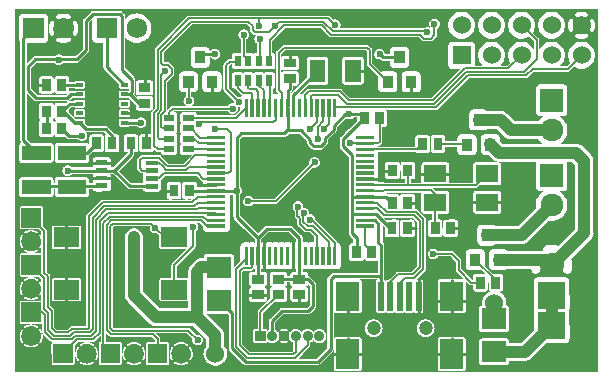
<source format=gbr>
G04 start of page 2 for group 0 idx 0 *
G04 Title: (unknown), component *
G04 Creator: pcb 1.99z *
G04 CreationDate: Sun May  5 10:03:39 2013 UTC *
G04 For: matt *
G04 Format: Gerber/RS-274X *
G04 PCB-Dimensions (mil): 2165.35 1377.95 *
G04 PCB-Coordinate-Origin: lower left *
%MOIN*%
%FSLAX25Y25*%
%LNTOP*%
%ADD45C,0.0480*%
%ADD44C,0.0380*%
%ADD43C,0.0315*%
%ADD42C,0.0354*%
%ADD41C,0.0118*%
%ADD40C,0.0350*%
%ADD39C,0.0200*%
%ADD38C,0.0236*%
%ADD37C,0.0360*%
%ADD36R,0.0512X0.0512*%
%ADD35R,0.0197X0.0197*%
%ADD34R,0.0787X0.0787*%
%ADD33R,0.0572X0.0572*%
%ADD32R,0.0690X0.0690*%
%ADD31R,0.0110X0.0110*%
%ADD30R,0.0340X0.0340*%
%ADD29R,0.0200X0.0200*%
%ADD28R,0.1004X0.1004*%
%ADD27R,0.0659X0.0659*%
%ADD26R,0.0472X0.0472*%
%ADD25R,0.0160X0.0160*%
%ADD24R,0.0138X0.0138*%
%ADD23R,0.0295X0.0295*%
%ADD22C,0.0600*%
%ADD21C,0.0757*%
%ADD20C,0.0800*%
%ADD19C,0.0679*%
%ADD18C,0.0651*%
%ADD17C,0.0473*%
%ADD16C,0.0354*%
%ADD15C,0.0100*%
%ADD14C,0.0400*%
%ADD13C,0.0098*%
%ADD12C,0.0059*%
%ADD11C,0.0001*%
G54D11*G36*
X76816Y128091D02*X88413D01*
X89469Y127035D01*
Y126255D01*
X89466Y126220D01*
X89477Y126081D01*
Y126081D01*
X89509Y125946D01*
X89563Y125817D01*
X89636Y125698D01*
X89726Y125592D01*
X89753Y125570D01*
X90491Y124831D01*
X90513Y124805D01*
X90619Y124714D01*
X90738Y124641D01*
X90867Y124588D01*
X91003Y124556D01*
X91003D01*
X91142Y124545D01*
X91176Y124547D01*
X91487D01*
X91460Y124524D01*
X91279Y124312D01*
X91133Y124074D01*
X91027Y123817D01*
X90961Y123546D01*
X90940Y123268D01*
X90961Y122990D01*
X91027Y122719D01*
X91133Y122461D01*
X91279Y122223D01*
X91460Y122011D01*
X91672Y121830D01*
X91831Y121733D01*
Y118631D01*
X91288Y118629D01*
X91135Y118592D01*
X90989Y118532D01*
X90855Y118449D01*
X90736Y118347D01*
X90695Y118299D01*
X90654Y118347D01*
X90534Y118449D01*
X90400Y118532D01*
X90255Y118592D01*
X90102Y118629D01*
X89945Y118638D01*
X88287Y118631D01*
Y123111D01*
X88446Y123208D01*
X88658Y123389D01*
X88839Y123601D01*
X88985Y123839D01*
X89092Y124097D01*
X89157Y124368D01*
X89173Y124646D01*
X89157Y124924D01*
X89092Y125195D01*
X88985Y125452D01*
X88839Y125690D01*
X88658Y125902D01*
X88446Y126083D01*
X88208Y126229D01*
X87951Y126336D01*
X87680Y126401D01*
X87402Y126423D01*
X87124Y126401D01*
X86852Y126336D01*
X86595Y126229D01*
X86357Y126083D01*
X86145Y125902D01*
X85964Y125690D01*
X85818Y125452D01*
X85712Y125195D01*
X85646Y124924D01*
X85625Y124646D01*
X85646Y124368D01*
X85712Y124097D01*
X85818Y123839D01*
X85964Y123601D01*
X86145Y123389D01*
X86357Y123208D01*
X86516Y123111D01*
Y118634D01*
X86445Y118638D01*
X84288Y118629D01*
X84135Y118592D01*
X83989Y118532D01*
X83855Y118449D01*
X83736Y118347D01*
X83633Y118227D01*
X83551Y118093D01*
X83491Y117948D01*
X83454Y117795D01*
X83445Y117638D01*
X83448Y116571D01*
X82806D01*
X82772Y116574D01*
X82633Y116563D01*
X82497Y116530D01*
X82368Y116477D01*
X82249Y116404D01*
X82143Y116313D01*
X82121Y116287D01*
X80894Y115060D01*
X80868Y115038D01*
X80777Y114932D01*
X80704Y114813D01*
X80651Y114684D01*
X80618Y114548D01*
X80618Y114548D01*
X80608Y114409D01*
X80610Y114375D01*
Y108111D01*
X80610Y108110D01*
Y106570D01*
X80608Y106535D01*
X80618Y106396D01*
X80651Y106261D01*
X80704Y106132D01*
X80777Y106013D01*
X80777Y106013D01*
X80868Y105907D01*
X80894Y105885D01*
X84115Y102664D01*
X84072Y102483D01*
X84050Y102205D01*
X84072Y101927D01*
X84113Y101753D01*
X83939Y101795D01*
X83661Y101816D01*
X83383Y101795D01*
X83112Y101729D01*
X82855Y101623D01*
X82617Y101477D01*
X82405Y101296D01*
X82224Y101084D01*
X82127Y100925D01*
X76816D01*
Y105444D01*
X78751Y105451D01*
X78981Y105506D01*
X79199Y105596D01*
X79400Y105720D01*
X79580Y105873D01*
X79733Y106053D01*
X79856Y106254D01*
X79947Y106472D01*
X80002Y106702D01*
X80016Y106937D01*
X80002Y111172D01*
X79947Y111402D01*
X79856Y111620D01*
X79733Y111821D01*
X79580Y112001D01*
X79400Y112154D01*
X79199Y112278D01*
X78981Y112368D01*
X78751Y112423D01*
X78516Y112437D01*
X76816Y112431D01*
Y116648D01*
X76949Y116566D01*
X77207Y116460D01*
X77478Y116394D01*
X77756Y116373D01*
X78034Y116394D01*
X78305Y116460D01*
X78563Y116566D01*
X78800Y116712D01*
X79012Y116893D01*
X79194Y117105D01*
X79339Y117343D01*
X79446Y117600D01*
X79511Y117872D01*
X79527Y118150D01*
X79511Y118428D01*
X79446Y118699D01*
X79339Y118956D01*
X79194Y119194D01*
X79012Y119406D01*
X78800Y119587D01*
X78563Y119733D01*
X78305Y119840D01*
X78034Y119905D01*
X77756Y119927D01*
X77478Y119905D01*
X77207Y119840D01*
X76949Y119733D01*
X76816Y119651D01*
Y128091D01*
G37*
G36*
X70716Y112437D02*X67080Y112423D01*
X66851Y112368D01*
X66633Y112278D01*
X66431Y112154D01*
X66252Y112001D01*
X66098Y111821D01*
X65975Y111620D01*
X65885Y111402D01*
X65830Y111172D01*
X65816Y110937D01*
X65830Y106702D01*
X65885Y106472D01*
X65975Y106254D01*
X66098Y106053D01*
X66252Y105873D01*
X66431Y105720D01*
X66633Y105596D01*
X66851Y105506D01*
X67080Y105451D01*
X67316Y105437D01*
X68130Y105440D01*
Y104085D01*
X68050Y104036D01*
X67838Y103855D01*
X67657Y103643D01*
X67511Y103405D01*
X67404Y103148D01*
X67339Y102876D01*
X67317Y102598D01*
X67339Y102320D01*
X67404Y102049D01*
X67511Y101792D01*
X67657Y101554D01*
X67838Y101342D01*
X68050Y101161D01*
X68288Y101015D01*
X68505Y100925D01*
X63814D01*
X63780Y100928D01*
X63641Y100917D01*
X63505Y100884D01*
X63376Y100831D01*
X63376Y100831D01*
X63376D01*
X63349Y100815D01*
X63257Y100758D01*
X63257Y100758D01*
X63151Y100668D01*
X63129Y100641D01*
X61909Y99422D01*
Y108924D01*
X63988Y111003D01*
X64014Y111025D01*
X64105Y111131D01*
X64177Y111250D01*
X64231Y111379D01*
X64263Y111515D01*
X64274Y111654D01*
X64272Y111688D01*
Y113194D01*
X64274Y113228D01*
X64263Y113367D01*
X64231Y113503D01*
X64215Y113541D01*
X64177Y113632D01*
X64105Y113751D01*
X64014Y113857D01*
X63988Y113879D01*
X62659Y115208D01*
X62636Y115235D01*
X62530Y115325D01*
X62411Y115398D01*
X62320Y115436D01*
X62282Y115451D01*
X62147Y115484D01*
X62008Y115495D01*
X61973Y115492D01*
X60800D01*
X60728Y115564D01*
Y118570D01*
X70249Y128091D01*
X76816D01*
Y119651D01*
X76711Y119587D01*
X76499Y119406D01*
X76351Y119232D01*
X76102D01*
X76102Y119372D01*
X76047Y119602D01*
X75956Y119820D01*
X75833Y120021D01*
X75680Y120201D01*
X75500Y120354D01*
X75299Y120478D01*
X75081Y120568D01*
X74851Y120623D01*
X74616Y120637D01*
X70980Y120623D01*
X70751Y120568D01*
X70533Y120478D01*
X70331Y120354D01*
X70152Y120201D01*
X69998Y120021D01*
X69875Y119820D01*
X69785Y119602D01*
X69730Y119372D01*
X69716Y119137D01*
X69730Y114902D01*
X69785Y114672D01*
X69875Y114454D01*
X69998Y114253D01*
X70152Y114073D01*
X70331Y113920D01*
X70533Y113796D01*
X70751Y113706D01*
X70980Y113651D01*
X71216Y113637D01*
X74851Y113651D01*
X75081Y113706D01*
X75299Y113796D01*
X75500Y113920D01*
X75680Y114073D01*
X75833Y114253D01*
X75956Y114454D01*
X76047Y114672D01*
X76102Y114902D01*
X76116Y115137D01*
X76109Y117067D01*
X76351D01*
X76499Y116893D01*
X76711Y116712D01*
X76816Y116648D01*
Y112431D01*
X74880Y112423D01*
X74651Y112368D01*
X74433Y112278D01*
X74231Y112154D01*
X74052Y112001D01*
X73898Y111821D01*
X73775Y111620D01*
X73685Y111402D01*
X73630Y111172D01*
X73616Y110937D01*
X73630Y106702D01*
X73685Y106472D01*
X73775Y106254D01*
X73898Y106053D01*
X74052Y105873D01*
X74231Y105720D01*
X74433Y105596D01*
X74651Y105506D01*
X74880Y105451D01*
X75116Y105437D01*
X76816Y105444D01*
Y100925D01*
X69684D01*
X69901Y101015D01*
X70139Y101161D01*
X70351Y101342D01*
X70532Y101554D01*
X70678Y101792D01*
X70785Y102049D01*
X70850Y102320D01*
X70866Y102598D01*
X70850Y102876D01*
X70785Y103148D01*
X70678Y103405D01*
X70532Y103643D01*
X70351Y103855D01*
X70139Y104036D01*
X69902Y104182D01*
Y105447D01*
X70951Y105451D01*
X71181Y105506D01*
X71399Y105596D01*
X71600Y105720D01*
X71780Y105873D01*
X71933Y106053D01*
X72056Y106254D01*
X72147Y106472D01*
X72202Y106702D01*
X72216Y106937D01*
X72202Y111172D01*
X72147Y111402D01*
X72056Y111620D01*
X71933Y111821D01*
X71780Y112001D01*
X71600Y112154D01*
X71399Y112278D01*
X71181Y112368D01*
X70951Y112423D01*
X70716Y112437D01*
G37*
G36*
X47638Y103487D02*X49010Y103490D01*
X49100Y103511D01*
X49122Y103520D01*
X51369Y101273D01*
X51372Y100178D01*
X51409Y100025D01*
X51469Y99880D01*
X51492Y99843D01*
X47638D01*
Y100337D01*
X49010Y100340D01*
X49100Y100362D01*
X49186Y100397D01*
X49265Y100446D01*
X49336Y100506D01*
X49397Y100577D01*
X49445Y100656D01*
X49481Y100742D01*
X49502Y100833D01*
X49508Y100925D01*
X49502Y102396D01*
X49481Y102486D01*
X49445Y102572D01*
X49397Y102651D01*
X49336Y102722D01*
X49265Y102782D01*
X49186Y102831D01*
X49100Y102866D01*
X49010Y102888D01*
X48917Y102894D01*
X47638Y102891D01*
Y103487D01*
G37*
G36*
Y106637D02*X49010Y106639D01*
X49100Y106661D01*
X49114Y106667D01*
Y106010D01*
X49100Y106016D01*
X49010Y106038D01*
X48917Y106043D01*
X47638Y106041D01*
Y106637D01*
G37*
G36*
X30957Y106831D02*X30979Y106806D01*
X31049Y106745D01*
X31129Y106697D01*
X31215Y106661D01*
X31305Y106639D01*
X31398Y106634D01*
X34049Y106639D01*
X34140Y106661D01*
X34226Y106697D01*
X34305Y106745D01*
X34376Y106806D01*
X34436Y106876D01*
X34484Y106956D01*
X34520Y107041D01*
X34542Y107132D01*
X34547Y107224D01*
X34542Y108695D01*
X34520Y108785D01*
X34484Y108871D01*
X34436Y108951D01*
X34376Y109021D01*
X34305Y109082D01*
X34226Y109130D01*
X34140Y109166D01*
X34049Y109187D01*
X33957Y109193D01*
X31305Y109187D01*
X31215Y109166D01*
X31129Y109130D01*
X31049Y109082D01*
X30979Y109021D01*
X30957Y108996D01*
X29241D01*
X29238Y110038D01*
X29202Y110191D01*
X29141Y110337D01*
X29059Y110471D01*
X28957Y110591D01*
X28837Y110693D01*
X28703Y110775D01*
X28558Y110835D01*
X28405Y110872D01*
X28248Y110881D01*
X25139Y110872D01*
X24986Y110835D01*
X24840Y110775D01*
X24706Y110693D01*
X24586Y110591D01*
X24484Y110471D01*
X24402Y110337D01*
X24342Y110191D01*
X24305Y110038D01*
X24296Y109881D01*
X24305Y105788D01*
X24342Y105635D01*
X24402Y105490D01*
X24484Y105356D01*
X24586Y105236D01*
X24706Y105134D01*
X24840Y105052D01*
X24986Y104991D01*
X25139Y104955D01*
X25296Y104945D01*
X28384Y104955D01*
X28095Y104665D01*
X21654D01*
Y104950D01*
X23287Y104955D01*
X23440Y104991D01*
X23585Y105052D01*
X23719Y105134D01*
X23839Y105236D01*
X23941Y105356D01*
X24023Y105490D01*
X24084Y105635D01*
X24120Y105788D01*
X24130Y105945D01*
X24120Y110038D01*
X24084Y110191D01*
X24023Y110337D01*
X23941Y110471D01*
X23839Y110591D01*
X23719Y110693D01*
X23585Y110775D01*
X23440Y110835D01*
X23287Y110872D01*
X23130Y110881D01*
X21654Y110877D01*
Y115295D01*
X24349D01*
X24350Y115294D01*
X24531Y115082D01*
X24743Y114901D01*
X24981Y114755D01*
X25238Y114649D01*
X25509Y114583D01*
X25787Y114562D01*
X26065Y114583D01*
X26337Y114649D01*
X26594Y114755D01*
X26832Y114901D01*
X27044Y115082D01*
X27225Y115294D01*
X27226Y115295D01*
X31650D01*
X31693Y115292D01*
X31863Y115305D01*
X32028Y115345D01*
X32186Y115410D01*
X32331Y115499D01*
X32461Y115610D01*
X32488Y115642D01*
X35578Y118732D01*
X35610Y118760D01*
X35721Y118889D01*
X35721Y118889D01*
X35810Y119035D01*
X35875Y119192D01*
X35915Y119358D01*
X35928Y119528D01*
X35925Y119570D01*
Y128189D01*
X36843D01*
X36852Y123182D01*
X36908Y122952D01*
X36998Y122734D01*
X37121Y122533D01*
X37275Y122353D01*
X37454Y122200D01*
X37655Y122077D01*
X37874Y121986D01*
X38103Y121931D01*
X38339Y121917D01*
X40650Y121922D01*
Y113861D01*
X40646Y113819D01*
X40660Y113649D01*
X40690Y113523D01*
X40699Y113483D01*
X40726Y113418D01*
X40765Y113326D01*
X40854Y113181D01*
X40854Y113180D01*
X40964Y113051D01*
X40997Y113023D01*
X45769Y108251D01*
X45773Y107132D01*
X45795Y107041D01*
X45831Y106956D01*
X45879Y106876D01*
X45939Y106806D01*
X46010Y106745D01*
X46089Y106697D01*
X46175Y106661D01*
X46266Y106639D01*
X46358Y106634D01*
X47638Y106637D01*
Y106041D01*
X46266Y106038D01*
X46175Y106016D01*
X46089Y105981D01*
X46010Y105932D01*
X45939Y105872D01*
X45879Y105801D01*
X45831Y105722D01*
X45795Y105636D01*
X45773Y105545D01*
X45768Y105453D01*
X45773Y103982D01*
X45795Y103892D01*
X45831Y103806D01*
X45879Y103727D01*
X45939Y103656D01*
X46010Y103596D01*
X46089Y103547D01*
X46175Y103511D01*
X46266Y103490D01*
X46358Y103484D01*
X47638Y103487D01*
Y102891D01*
X46266Y102888D01*
X46175Y102866D01*
X46089Y102831D01*
X46010Y102782D01*
X45939Y102722D01*
X45879Y102651D01*
X45831Y102572D01*
X45795Y102486D01*
X45773Y102396D01*
X45768Y102303D01*
X45773Y100833D01*
X45795Y100742D01*
X45831Y100656D01*
X45879Y100577D01*
X45939Y100506D01*
X46010Y100446D01*
X46089Y100397D01*
X46175Y100362D01*
X46266Y100340D01*
X46358Y100335D01*
X47638Y100337D01*
Y99843D01*
X29241D01*
X29241Y99993D01*
X29779Y100532D01*
X30957D01*
X30979Y100506D01*
X31049Y100446D01*
X31129Y100397D01*
X31215Y100362D01*
X31305Y100340D01*
X31398Y100335D01*
X34049Y100340D01*
X34140Y100362D01*
X34226Y100397D01*
X34305Y100446D01*
X34376Y100506D01*
X34436Y100577D01*
X34484Y100656D01*
X34520Y100742D01*
X34542Y100833D01*
X34547Y100925D01*
X34542Y102396D01*
X34520Y102486D01*
X34484Y102572D01*
X34436Y102651D01*
X34376Y102722D01*
X34305Y102782D01*
X34226Y102831D01*
X34140Y102866D01*
X34049Y102888D01*
X33957Y102894D01*
X31305Y102888D01*
X31215Y102866D01*
X31129Y102831D01*
X31049Y102782D01*
X30979Y102722D01*
X30957Y102697D01*
X29373D01*
X29331Y102700D01*
X29161Y102687D01*
X29149Y102684D01*
X29182Y102704D01*
X29311Y102815D01*
X29339Y102847D01*
X30173Y103681D01*
X30957D01*
X30979Y103656D01*
X31049Y103596D01*
X31129Y103547D01*
X31215Y103511D01*
X31305Y103490D01*
X31398Y103484D01*
X34049Y103490D01*
X34140Y103511D01*
X34226Y103547D01*
X34305Y103596D01*
X34376Y103656D01*
X34436Y103727D01*
X34484Y103806D01*
X34520Y103892D01*
X34542Y103982D01*
X34547Y104075D01*
X34542Y105545D01*
X34520Y105636D01*
X34484Y105722D01*
X34436Y105801D01*
X34376Y105872D01*
X34305Y105932D01*
X34226Y105981D01*
X34140Y106016D01*
X34049Y106038D01*
X33957Y106043D01*
X31305Y106038D01*
X31215Y106016D01*
X31129Y105981D01*
X31049Y105932D01*
X30979Y105872D01*
X30957Y105846D01*
X29767D01*
X29724Y105850D01*
X29555Y105836D01*
X29389Y105797D01*
X29231Y105731D01*
X29223Y105727D01*
X29238Y105788D01*
X29248Y105945D01*
X29246Y106831D01*
X30957D01*
G37*
G36*
X21654Y104665D02*X18898D01*
Y115295D01*
X21260D01*
X21261Y115295D01*
X21654D01*
Y110877D01*
X20021Y110872D01*
X19868Y110835D01*
X19722Y110775D01*
X19588Y110693D01*
X19468Y110591D01*
X19366Y110471D01*
X19284Y110337D01*
X19224Y110191D01*
X19187Y110038D01*
X19178Y109881D01*
X19187Y105788D01*
X19224Y105635D01*
X19284Y105490D01*
X19366Y105356D01*
X19468Y105236D01*
X19588Y105134D01*
X19722Y105052D01*
X19868Y104991D01*
X20021Y104955D01*
X20178Y104945D01*
X21654Y104950D01*
Y104665D01*
G37*
G36*
X141929Y63524D02*X143728D01*
X145177Y62074D01*
Y47454D01*
X143334Y45610D01*
X141929D01*
Y57115D01*
X143562Y57120D01*
X143715Y57157D01*
X143860Y57217D01*
X143995Y57299D01*
X144114Y57401D01*
X144217Y57521D01*
X144299Y57655D01*
X144359Y57801D01*
X144396Y57954D01*
X144405Y58111D01*
X144396Y62204D01*
X144359Y62357D01*
X144299Y62502D01*
X144217Y62636D01*
X144114Y62756D01*
X143995Y62858D01*
X143860Y62940D01*
X143715Y63001D01*
X143562Y63037D01*
X143405Y63047D01*
X141929Y63042D01*
Y63524D01*
G37*
G36*
X138287Y63047D02*X135178Y63037D01*
X135025Y63001D01*
X134887Y62943D01*
X134307Y63524D01*
X141929D01*
Y63042D01*
X140296Y63037D01*
X140143Y63001D01*
X139998Y62940D01*
X139863Y62858D01*
X139744Y62756D01*
X139642Y62636D01*
X139559Y62502D01*
X139499Y62357D01*
X139462Y62204D01*
X139453Y62047D01*
X139462Y57954D01*
X139499Y57801D01*
X139559Y57655D01*
X139642Y57521D01*
X139744Y57401D01*
X139863Y57299D01*
X139998Y57217D01*
X140143Y57157D01*
X140296Y57120D01*
X140453Y57111D01*
X141929Y57115D01*
Y45610D01*
X138814D01*
X138780Y45613D01*
X138641Y45602D01*
X138505Y45569D01*
X138376Y45516D01*
X138257Y45443D01*
X138151Y45353D01*
X138129Y45326D01*
X136109Y43307D01*
X134272D01*
X134275Y43346D01*
X134272Y43389D01*
Y54406D01*
X134275Y54449D01*
X134262Y54619D01*
X134222Y54784D01*
X134195Y54850D01*
X134157Y54942D01*
X134122Y54998D01*
X134068Y55087D01*
X134067Y55087D01*
X133957Y55217D01*
X133925Y55244D01*
X133858Y55311D01*
Y60910D01*
X134339Y60429D01*
X134344Y57954D01*
X134381Y57801D01*
X134441Y57655D01*
X134524Y57521D01*
X134626Y57401D01*
X134745Y57299D01*
X134880Y57217D01*
X135025Y57157D01*
X135178Y57120D01*
X135335Y57111D01*
X138444Y57120D01*
X138597Y57157D01*
X138742Y57217D01*
X138877Y57299D01*
X138996Y57401D01*
X139099Y57521D01*
X139181Y57655D01*
X139241Y57801D01*
X139278Y57954D01*
X139287Y58111D01*
X139278Y62204D01*
X139241Y62357D01*
X139181Y62502D01*
X139099Y62636D01*
X138996Y62756D01*
X138877Y62858D01*
X138742Y62940D01*
X138597Y63001D01*
X138444Y63037D01*
X138287Y63047D01*
G37*
G36*
X134272Y44331D02*X136220D01*
Y43418D01*
X135761Y42958D01*
X135142Y42956D01*
X135050Y42934D01*
X134963Y42898D01*
X134882Y42849D01*
X134810Y42788D01*
X134749Y42716D01*
X134700Y42635D01*
X134664Y42548D01*
X134645Y42473D01*
X134627Y42548D01*
X134591Y42635D01*
X134542Y42716D01*
X134481Y42788D01*
X134409Y42849D01*
X134328Y42898D01*
X134272Y42922D01*
Y43304D01*
X134275Y43346D01*
X134272Y43389D01*
Y44331D01*
G37*
G36*
X116339Y90000D02*Y90437D01*
X118058Y92157D01*
X118091Y92185D01*
X118201Y92314D01*
X118201Y92314D01*
X118290Y92460D01*
X118356Y92617D01*
X118395Y92783D01*
X118409Y92953D01*
X118406Y92995D01*
Y93882D01*
X121464Y96941D01*
X121593Y96830D01*
X121831Y96684D01*
X122089Y96578D01*
X122360Y96513D01*
X122638Y96491D01*
X122916Y96513D01*
X123187Y96578D01*
X123445Y96684D01*
X123682Y96830D01*
X123894Y97011D01*
X124043Y97185D01*
X125087D01*
X125090Y95951D01*
X122347Y93209D01*
X122302Y93198D01*
X122145Y93133D01*
X121999Y93044D01*
X121870Y92933D01*
X121759Y92804D01*
X121670Y92658D01*
X121605Y92501D01*
X121594Y92456D01*
X119737Y90599D01*
X119705Y90571D01*
X119594Y90441D01*
X119505Y90296D01*
X119440Y90139D01*
X119406Y90000D01*
X116339D01*
G37*
G36*
X180908Y123385D02*X181395Y123502D01*
X182049Y123773D01*
X182496Y124047D01*
X184154Y122389D01*
Y119527D01*
X184022Y119845D01*
X183652Y120448D01*
X183192Y120987D01*
X182653Y121447D01*
X182049Y121817D01*
X181395Y122088D01*
X180908Y122205D01*
Y123385D01*
G37*
G36*
Y82276D02*X184878D01*
X184872Y82266D01*
X184782Y82048D01*
X184726Y81818D01*
X184713Y81583D01*
X184726Y73772D01*
X184782Y73543D01*
X184872Y73325D01*
X184995Y73123D01*
X185149Y72944D01*
X185328Y72791D01*
X185530Y72667D01*
X185748Y72577D01*
X185977Y72522D01*
X186213Y72508D01*
X187575Y72510D01*
X186883Y72086D01*
X186250Y71546D01*
X185709Y70913D01*
X185274Y70203D01*
X184956Y69434D01*
X184762Y68625D01*
X184696Y67795D01*
X184762Y66966D01*
X184794Y66832D01*
X180908Y62946D01*
Y82276D01*
G37*
G36*
Y89795D02*X185637D01*
X185709Y89678D01*
X186250Y89045D01*
X186883Y88504D01*
X187256Y88276D01*
X180908D01*
Y89795D01*
G37*
G36*
Y54966D02*X180980Y54984D01*
X180980Y54984D01*
X180980Y54984D01*
X181142Y55051D01*
X181416Y55164D01*
X181416Y55164D01*
X181416Y55164D01*
X181729Y55356D01*
X181819Y55411D01*
X181819Y55411D01*
X181819Y55411D01*
X182178Y55718D01*
X182254Y55807D01*
X189036Y62589D01*
X189170Y62557D01*
X190000Y62492D01*
X190830Y62557D01*
X191639Y62751D01*
X192408Y63070D01*
X193117Y63504D01*
X193750Y64045D01*
X194291Y64678D01*
X194726Y65387D01*
X195044Y66156D01*
X195238Y66966D01*
X195287Y67795D01*
X195238Y68625D01*
X195044Y69434D01*
X194726Y70203D01*
X194291Y70913D01*
X193750Y71546D01*
X193117Y72086D01*
X192411Y72519D01*
X194023Y72522D01*
X194252Y72577D01*
X194470Y72667D01*
X194672Y72791D01*
X194851Y72944D01*
X195005Y73123D01*
X195128Y73325D01*
X195218Y73543D01*
X195274Y73772D01*
X195287Y74008D01*
X195274Y81818D01*
X195218Y82048D01*
X195128Y82266D01*
X195122Y82276D01*
X196986D01*
X197984Y81277D01*
Y59943D01*
X192252Y54211D01*
X192152Y54287D01*
X191951Y54394D01*
X191735Y54464D01*
X191050Y54614D01*
X190351Y54686D01*
X189649D01*
X188950Y54614D01*
X188263Y54472D01*
X188047Y54398D01*
X187845Y54291D01*
X187663Y54153D01*
X187505Y53989D01*
X187374Y53802D01*
X187274Y53596D01*
X187208Y53378D01*
X187176Y53152D01*
X187181Y52923D01*
X187221Y52699D01*
X187239Y52646D01*
X180908D01*
Y54966D01*
G37*
G36*
X203613Y133307D02*X205512D01*
Y12244D01*
X203613D01*
Y57249D01*
X203666Y57335D01*
X203846Y57771D01*
X203956Y58230D01*
X203994Y58701D01*
X203984Y58818D01*
Y82402D01*
X203994Y82520D01*
X203956Y82990D01*
X203846Y83450D01*
X203666Y83886D01*
X203613Y83971D01*
Y115097D01*
X203652Y115142D01*
X204022Y115746D01*
X204293Y116400D01*
X204458Y117089D01*
X204500Y117795D01*
X204458Y118501D01*
X204293Y119190D01*
X204022Y119845D01*
X203652Y120448D01*
X203613Y120494D01*
Y125648D01*
X203656Y125655D01*
X203768Y125693D01*
X203873Y125747D01*
X203968Y125817D01*
X204051Y125901D01*
X204119Y125997D01*
X204170Y126104D01*
X204318Y126511D01*
X204422Y126932D01*
X204484Y127362D01*
X204505Y127795D01*
X204484Y128229D01*
X204422Y128658D01*
X204318Y129079D01*
X204175Y129489D01*
X204122Y129595D01*
X204053Y129692D01*
X203970Y129776D01*
X203875Y129847D01*
X203769Y129901D01*
X203657Y129939D01*
X203613Y129946D01*
Y133307D01*
G37*
G36*
Y83971D02*X203419Y84288D01*
X203112Y84648D01*
X203022Y84724D01*
X200433Y87314D01*
X200356Y87403D01*
X200002Y87706D01*
Y113282D01*
X200706Y113337D01*
X201395Y113502D01*
X202049Y113773D01*
X202653Y114143D01*
X203192Y114603D01*
X203613Y115097D01*
Y83971D01*
G37*
G36*
Y12244D02*X200002D01*
Y53476D01*
X203022Y56496D01*
X203112Y56573D01*
X203419Y56932D01*
X203419Y56932D01*
X203613Y57249D01*
Y12244D01*
G37*
G36*
X200002Y133307D02*X203613D01*
Y129946D01*
X203540Y129958D01*
X203421Y129959D01*
X203304Y129941D01*
X203191Y129905D01*
X203085Y129852D01*
X202988Y129783D01*
X202904Y129700D01*
X202833Y129605D01*
X202779Y129499D01*
X202741Y129387D01*
X202722Y129270D01*
X202721Y129151D01*
X202739Y129034D01*
X202777Y128922D01*
X202876Y128650D01*
X202944Y128370D01*
X202986Y128084D01*
X203000Y127795D01*
X202986Y127507D01*
X202944Y127221D01*
X202876Y126940D01*
X202780Y126667D01*
X202742Y126556D01*
X202725Y126439D01*
X202725Y126321D01*
X202745Y126205D01*
X202782Y126093D01*
X202836Y125988D01*
X202906Y125893D01*
X202991Y125810D01*
X203087Y125741D01*
X203192Y125688D01*
X203305Y125653D01*
X203421Y125635D01*
X203539Y125636D01*
X203613Y125648D01*
Y120494D01*
X203192Y120987D01*
X202653Y121447D01*
X202049Y121817D01*
X201395Y122088D01*
X200706Y122254D01*
X200002Y122309D01*
Y123290D01*
X200433Y123311D01*
X200863Y123373D01*
X201284Y123477D01*
X201694Y123621D01*
X201800Y123673D01*
X201896Y123742D01*
X201981Y123825D01*
X202051Y123921D01*
X202106Y124026D01*
X202143Y124139D01*
X202163Y124256D01*
X202164Y124374D01*
X202146Y124491D01*
X202110Y124604D01*
X202057Y124711D01*
X201988Y124807D01*
X201905Y124891D01*
X201809Y124962D01*
X201704Y125016D01*
X201592Y125054D01*
X201475Y125073D01*
X201356Y125074D01*
X201239Y125057D01*
X201126Y125019D01*
X200855Y124920D01*
X200575Y124851D01*
X200289Y124809D01*
X200002Y124795D01*
Y130795D01*
X200289Y130781D01*
X200575Y130740D01*
X200855Y130671D01*
X201128Y130575D01*
X201239Y130537D01*
X201356Y130520D01*
X201474Y130521D01*
X201591Y130540D01*
X201703Y130577D01*
X201807Y130632D01*
X201902Y130702D01*
X201985Y130786D01*
X202054Y130882D01*
X202107Y130987D01*
X202143Y131100D01*
X202160Y131217D01*
X202159Y131335D01*
X202140Y131451D01*
X202103Y131563D01*
X202048Y131668D01*
X201978Y131763D01*
X201894Y131846D01*
X201798Y131915D01*
X201692Y131965D01*
X201284Y132114D01*
X200863Y132217D01*
X200433Y132280D01*
X200002Y132300D01*
Y133307D01*
G37*
G36*
Y87706D02*X199997Y87710D01*
X199595Y87957D01*
X199158Y88138D01*
X198699Y88248D01*
X198228Y88285D01*
X198111Y88276D01*
X192744D01*
X193117Y88504D01*
X193750Y89045D01*
X194291Y89678D01*
X194726Y90387D01*
X195044Y91156D01*
X195238Y91966D01*
X195287Y92795D01*
X195238Y93625D01*
X195044Y94434D01*
X194726Y95203D01*
X194291Y95913D01*
X193750Y96546D01*
X193117Y97086D01*
X192411Y97519D01*
X194023Y97522D01*
X194252Y97577D01*
X194470Y97667D01*
X194672Y97791D01*
X194851Y97944D01*
X195005Y98123D01*
X195128Y98325D01*
X195218Y98543D01*
X195274Y98772D01*
X195287Y99008D01*
X195274Y106818D01*
X195218Y107048D01*
X195128Y107266D01*
X195005Y107467D01*
X194851Y107647D01*
X194672Y107800D01*
X194470Y107923D01*
X194252Y108014D01*
X194023Y108069D01*
X193787Y108083D01*
X189993Y108076D01*
Y112343D01*
X195398D01*
X195433Y112340D01*
X195572Y112351D01*
X195708Y112383D01*
X195836Y112437D01*
X195955Y112509D01*
X196061Y112600D01*
X196084Y112627D01*
X197504Y114047D01*
X197951Y113773D01*
X198605Y113502D01*
X199294Y113337D01*
X200000Y113281D01*
X200002Y113282D01*
Y87706D01*
G37*
G36*
Y12244D02*X189993D01*
Y21802D01*
X194735Y21809D01*
X194965Y21864D01*
X195183Y21955D01*
X195384Y22078D01*
X195564Y22231D01*
X195717Y22411D01*
X195841Y22612D01*
X195931Y22830D01*
X195986Y23060D01*
X196000Y23295D01*
X195986Y32531D01*
X195931Y32760D01*
X195916Y32795D01*
X195931Y32830D01*
X195986Y33060D01*
X196000Y33295D01*
X195986Y42531D01*
X195931Y42760D01*
X195841Y42978D01*
X195717Y43180D01*
X195564Y43359D01*
X195384Y43513D01*
X195183Y43636D01*
X194965Y43726D01*
X194735Y43781D01*
X194500Y43795D01*
X192084Y43792D01*
X191902Y43880D01*
X191684Y43946D01*
X191458Y43978D01*
X191230Y43974D01*
X191006Y43929D01*
X190609Y43842D01*
X190204Y43800D01*
X189993D01*
Y44750D01*
X190039Y44747D01*
X190510Y44784D01*
X190969Y44894D01*
X191406Y45075D01*
X191808Y45321D01*
X192161Y45635D01*
X193981Y47455D01*
X193953Y47187D01*
X193871Y46788D01*
X193827Y46565D01*
X193823Y46338D01*
X193854Y46112D01*
X193920Y45895D01*
X194020Y45690D01*
X194150Y45504D01*
X194308Y45340D01*
X194489Y45203D01*
X194690Y45095D01*
X194905Y45021D01*
X195129Y44981D01*
X195356Y44977D01*
X195581Y45008D01*
X195799Y45074D01*
X196004Y45174D01*
X196190Y45304D01*
X196354Y45462D01*
X196491Y45643D01*
X196598Y45844D01*
X196668Y46060D01*
X196819Y46746D01*
X196891Y47444D01*
Y48146D01*
X196819Y48845D01*
X196677Y49533D01*
X196603Y49749D01*
X196496Y49950D01*
X196487Y49961D01*
X200002Y53476D01*
Y12244D01*
G37*
G36*
X196387Y133307D02*X200002D01*
Y132300D01*
X200000Y132300D01*
X199567Y132280D01*
X199137Y132217D01*
X198716Y132114D01*
X198306Y131970D01*
X198200Y131918D01*
X198104Y131848D01*
X198019Y131765D01*
X197949Y131670D01*
X197894Y131565D01*
X197857Y131452D01*
X197837Y131335D01*
X197836Y131216D01*
X197854Y131099D01*
X197890Y130986D01*
X197943Y130880D01*
X198012Y130784D01*
X198095Y130699D01*
X198191Y130629D01*
X198296Y130574D01*
X198408Y130537D01*
X198525Y130517D01*
X198644Y130516D01*
X198761Y130534D01*
X198874Y130572D01*
X199145Y130671D01*
X199425Y130740D01*
X199711Y130781D01*
X200000Y130795D01*
X200002Y130795D01*
Y124795D01*
X200000Y124795D01*
X199711Y124809D01*
X199425Y124851D01*
X199145Y124920D01*
X198872Y125015D01*
X198761Y125053D01*
X198644Y125071D01*
X198526Y125070D01*
X198409Y125051D01*
X198297Y125013D01*
X198193Y124959D01*
X198098Y124889D01*
X198015Y124805D01*
X197946Y124709D01*
X197893Y124603D01*
X197857Y124491D01*
X197840Y124374D01*
X197841Y124256D01*
X197860Y124139D01*
X197897Y124027D01*
X197952Y123923D01*
X198022Y123828D01*
X198106Y123745D01*
X198202Y123676D01*
X198308Y123625D01*
X198716Y123477D01*
X199137Y123373D01*
X199567Y123311D01*
X200000Y123290D01*
X200002Y123290D01*
Y122309D01*
X200000Y122309D01*
X199294Y122254D01*
X198605Y122088D01*
X197951Y121817D01*
X197347Y121447D01*
X196808Y120987D01*
X196387Y120494D01*
Y125645D01*
X196460Y125633D01*
X196579Y125632D01*
X196696Y125649D01*
X196809Y125685D01*
X196915Y125738D01*
X197012Y125807D01*
X197096Y125891D01*
X197167Y125986D01*
X197221Y126091D01*
X197259Y126204D01*
X197278Y126321D01*
X197279Y126439D01*
X197261Y126557D01*
X197223Y126669D01*
X197124Y126940D01*
X197056Y127221D01*
X197014Y127507D01*
X197000Y127795D01*
X197014Y128084D01*
X197056Y128370D01*
X197124Y128650D01*
X197220Y128923D01*
X197258Y129035D01*
X197275Y129151D01*
X197275Y129270D01*
X197255Y129386D01*
X197218Y129498D01*
X197164Y129603D01*
X197094Y129698D01*
X197009Y129781D01*
X196913Y129849D01*
X196808Y129902D01*
X196695Y129938D01*
X196579Y129955D01*
X196461Y129955D01*
X196387Y129942D01*
Y133307D01*
G37*
G36*
X189993D02*X196387D01*
Y129942D01*
X196344Y129935D01*
X196232Y129898D01*
X196127Y129844D01*
X196032Y129773D01*
X195949Y129689D01*
X195881Y129593D01*
X195830Y129487D01*
X195682Y129079D01*
X195578Y128658D01*
X195516Y128229D01*
X195495Y127795D01*
X195516Y127362D01*
X195578Y126932D01*
X195682Y126511D01*
X195825Y126102D01*
X195878Y125995D01*
X195947Y125899D01*
X196030Y125814D01*
X196125Y125744D01*
X196231Y125689D01*
X196343Y125652D01*
X196387Y125645D01*
Y120494D01*
X196348Y120448D01*
X195978Y119845D01*
X195707Y119190D01*
X195542Y118501D01*
X195486Y117795D01*
X195542Y117089D01*
X195707Y116400D01*
X195978Y115746D01*
X196252Y115300D01*
X195066Y114114D01*
X192605D01*
X192653Y114143D01*
X193192Y114603D01*
X193652Y115142D01*
X194022Y115746D01*
X194293Y116400D01*
X194458Y117089D01*
X194500Y117795D01*
X194458Y118501D01*
X194293Y119190D01*
X194022Y119845D01*
X193652Y120448D01*
X193192Y120987D01*
X192653Y121447D01*
X192049Y121817D01*
X191395Y122088D01*
X190706Y122254D01*
X190000Y122309D01*
X189993Y122309D01*
Y123282D01*
X190000Y123281D01*
X190706Y123337D01*
X191395Y123502D01*
X192049Y123773D01*
X192653Y124143D01*
X193192Y124603D01*
X193652Y125142D01*
X194022Y125746D01*
X194293Y126400D01*
X194458Y127089D01*
X194500Y127795D01*
X194458Y128501D01*
X194293Y129190D01*
X194022Y129845D01*
X193652Y130448D01*
X193192Y130987D01*
X192653Y131447D01*
X192049Y131817D01*
X191395Y132088D01*
X190706Y132254D01*
X190000Y132309D01*
X189993Y132309D01*
Y133307D01*
G37*
G36*
Y108076D02*X185977Y108069D01*
X185748Y108014D01*
X185530Y107923D01*
X185328Y107800D01*
X185149Y107647D01*
X184995Y107467D01*
X184872Y107266D01*
X184782Y107048D01*
X184726Y106818D01*
X184713Y106583D01*
X184726Y98772D01*
X184782Y98543D01*
X184872Y98325D01*
X184995Y98123D01*
X185149Y97944D01*
X185328Y97791D01*
X185530Y97667D01*
X185748Y97577D01*
X185977Y97522D01*
X186213Y97508D01*
X187575Y97510D01*
X186883Y97086D01*
X186250Y96546D01*
X185709Y95913D01*
X185637Y95795D01*
X180908D01*
Y110177D01*
X181461D01*
X181496Y110174D01*
X181635Y110185D01*
X181771Y110218D01*
X181899Y110271D01*
X182018Y110344D01*
X182124Y110435D01*
X182147Y110461D01*
X184028Y112343D01*
X189993D01*
Y108076D01*
G37*
G36*
Y43800D02*X189796D01*
X189391Y43842D01*
X188993Y43924D01*
X188770Y43968D01*
X188542Y43973D01*
X188317Y43941D01*
X188099Y43875D01*
X187915Y43785D01*
X185265Y43781D01*
X185035Y43726D01*
X184817Y43636D01*
X184616Y43513D01*
X184436Y43359D01*
X184283Y43180D01*
X184159Y42978D01*
X184069Y42760D01*
X184014Y42531D01*
X184000Y42295D01*
X184014Y33060D01*
X184069Y32830D01*
X184084Y32795D01*
X184069Y32760D01*
X184014Y32531D01*
X184000Y32295D01*
X184009Y26047D01*
X180908Y22946D01*
Y46646D01*
X183201D01*
X183323Y46058D01*
X183397Y45842D01*
X183504Y45640D01*
X183642Y45458D01*
X183806Y45300D01*
X183994Y45169D01*
X184199Y45070D01*
X184417Y45003D01*
X184644Y44972D01*
X184872Y44976D01*
X185097Y45016D01*
X185312Y45091D01*
X185514Y45198D01*
X185696Y45336D01*
X185854Y45500D01*
X185985Y45687D01*
X186085Y45893D01*
X186151Y46111D01*
X186183Y46337D01*
X186178Y46566D01*
X186162Y46646D01*
X186907D01*
X187835Y45718D01*
X187912Y45628D01*
X188271Y45321D01*
X188673Y45075D01*
X189109Y44894D01*
X189569Y44784D01*
X189993Y44750D01*
Y43800D01*
G37*
G36*
Y12244D02*X180908D01*
Y15949D01*
X181036D01*
X181154Y15940D01*
X181624Y15977D01*
X181624Y15977D01*
X182083Y16087D01*
X182520Y16268D01*
X182922Y16514D01*
X183281Y16821D01*
X183358Y16911D01*
X188247Y21799D01*
X189993Y21802D01*
Y12244D01*
G37*
G36*
X180908Y133307D02*X189993D01*
Y132309D01*
X189294Y132254D01*
X188605Y132088D01*
X187951Y131817D01*
X187347Y131447D01*
X186808Y130987D01*
X186348Y130448D01*
X185978Y129845D01*
X185707Y129190D01*
X185542Y128501D01*
X185486Y127795D01*
X185542Y127089D01*
X185707Y126400D01*
X185978Y125746D01*
X186348Y125142D01*
X186808Y124603D01*
X187347Y124143D01*
X187951Y123773D01*
X188605Y123502D01*
X189294Y123337D01*
X189993Y123282D01*
Y122309D01*
X189294Y122254D01*
X188605Y122088D01*
X187951Y121817D01*
X187347Y121447D01*
X186808Y120987D01*
X186348Y120448D01*
X185978Y119845D01*
X185925Y119717D01*
Y122722D01*
X185928Y122756D01*
X185917Y122892D01*
X185917Y122895D01*
X185884Y123030D01*
X185831Y123159D01*
X185758Y123278D01*
X185668Y123384D01*
X185641Y123407D01*
X183748Y125300D01*
X184022Y125746D01*
X184293Y126400D01*
X184458Y127089D01*
X184500Y127795D01*
X184458Y128501D01*
X184293Y129190D01*
X184022Y129845D01*
X183652Y130448D01*
X183192Y130987D01*
X182653Y131447D01*
X182049Y131817D01*
X181395Y132088D01*
X180908Y132205D01*
Y133307D01*
G37*
G36*
X162365Y46230D02*X162402Y46215D01*
X162632Y46160D01*
X162867Y46146D01*
X166502Y46160D01*
X166732Y46215D01*
X166741Y46219D01*
X168052Y44908D01*
X167972Y44927D01*
X167815Y44937D01*
X164706Y44927D01*
X164553Y44890D01*
X164407Y44830D01*
X164273Y44748D01*
X164153Y44646D01*
X164051Y44526D01*
X163969Y44392D01*
X163909Y44246D01*
X163872Y44093D01*
X163863Y43937D01*
X163865Y42854D01*
X163556D01*
X162365Y44045D01*
Y46230D01*
G37*
G36*
X168583Y39360D02*X168626Y39411D01*
X168708Y39545D01*
X168769Y39691D01*
X168805Y39844D01*
X168815Y40001D01*
X168805Y44093D01*
X168786Y44174D01*
X168983Y43977D01*
X168981Y43937D01*
X168990Y39844D01*
X169027Y39691D01*
X169087Y39545D01*
X169169Y39411D01*
X169271Y39291D01*
X169391Y39189D01*
X169525Y39107D01*
X169594Y39078D01*
X169045Y38851D01*
X168583Y38568D01*
Y39360D01*
G37*
G36*
Y14501D02*X175073Y14508D01*
X175226Y14545D01*
X175372Y14605D01*
X175506Y14687D01*
X175625Y14790D01*
X175728Y14909D01*
X175810Y15043D01*
X175870Y15189D01*
X175907Y15342D01*
X175916Y15499D01*
X175916Y15949D01*
X180908D01*
Y12244D01*
X168583D01*
Y14501D01*
G37*
G36*
Y54353D02*X170402Y54360D01*
X170632Y54415D01*
X170850Y54505D01*
X171051Y54628D01*
X171231Y54782D01*
X171285Y54846D01*
X179932D01*
X180050Y54836D01*
X180521Y54873D01*
X180521Y54873D01*
X180521Y54873D01*
X180780Y54936D01*
X180908Y54966D01*
Y52646D01*
X178937D01*
X178740Y52634D01*
X178543Y52646D01*
X175185D01*
X175131Y52710D01*
X174951Y52863D01*
X174750Y52986D01*
X174532Y53077D01*
X174302Y53132D01*
X174067Y53146D01*
X170432Y53132D01*
X170202Y53077D01*
X169984Y52986D01*
X169783Y52863D01*
X169603Y52710D01*
X169450Y52530D01*
X169326Y52329D01*
X169236Y52111D01*
X169181Y51881D01*
X169167Y51646D01*
X169181Y47410D01*
X169236Y47181D01*
X169326Y46963D01*
X169450Y46761D01*
X169603Y46582D01*
X169783Y46428D01*
X169984Y46305D01*
X170202Y46215D01*
X170432Y46160D01*
X170667Y46146D01*
X174302Y46160D01*
X174532Y46215D01*
X174750Y46305D01*
X174951Y46428D01*
X175131Y46582D01*
X175185Y46646D01*
X178543D01*
X178740Y46657D01*
X178937Y46646D01*
X180908D01*
Y22946D01*
X179911Y21949D01*
X175908D01*
X175907Y22556D01*
X175870Y22709D01*
X175810Y22854D01*
X175728Y22988D01*
X175625Y23108D01*
X175506Y23210D01*
X175372Y23293D01*
X175226Y23353D01*
X175073Y23390D01*
X174916Y23399D01*
X168583Y23392D01*
Y25501D01*
X175073Y25508D01*
X175226Y25545D01*
X175372Y25605D01*
X175506Y25687D01*
X175625Y25790D01*
X175728Y25909D01*
X175810Y26043D01*
X175870Y26189D01*
X175907Y26342D01*
X175916Y26499D01*
X175907Y33556D01*
X175870Y33709D01*
X175810Y33854D01*
X175728Y33988D01*
X175625Y34108D01*
X175506Y34210D01*
X175372Y34293D01*
X175226Y34353D01*
X175073Y34390D01*
X174916Y34399D01*
X174769Y34399D01*
X174829Y34648D01*
X174866Y35276D01*
X174829Y35903D01*
X174682Y36515D01*
X174441Y37097D01*
X174112Y37634D01*
X173703Y38113D01*
X173225Y38522D01*
X172688Y38851D01*
X172309Y39007D01*
X173090Y39010D01*
X173243Y39047D01*
X173388Y39107D01*
X173522Y39189D01*
X173642Y39291D01*
X173744Y39411D01*
X173826Y39545D01*
X173887Y39691D01*
X173923Y39844D01*
X173933Y40001D01*
X173923Y44093D01*
X173887Y44246D01*
X173826Y44392D01*
X173744Y44526D01*
X173642Y44646D01*
X173522Y44748D01*
X173388Y44830D01*
X173243Y44890D01*
X173090Y44927D01*
X172933Y44937D01*
X170536Y44929D01*
X168583Y46883D01*
Y54353D01*
G37*
G36*
Y93231D02*X171789D01*
X174263Y90757D01*
X174340Y90667D01*
X174699Y90361D01*
X174699Y90361D01*
X175102Y90114D01*
X175538Y89933D01*
X175908Y89844D01*
X175997Y89823D01*
X175997D01*
X176468Y89786D01*
X176585Y89795D01*
X180908D01*
Y88276D01*
X173806D01*
X172800Y89282D01*
X172797Y90267D01*
X172742Y90496D01*
X172652Y90715D01*
X172528Y90916D01*
X172375Y91095D01*
X172195Y91249D01*
X171994Y91372D01*
X171776Y91462D01*
X171546Y91518D01*
X171311Y91531D01*
X168583Y91521D01*
Y93231D01*
G37*
G36*
Y110177D02*X180908D01*
Y95795D01*
X177710D01*
X175431Y98074D01*
X175188Y98359D01*
X174829Y98666D01*
X174426Y98913D01*
X173990Y99093D01*
X173531Y99204D01*
X173417Y99210D01*
X173032Y99241D01*
X172914Y99231D01*
X168583D01*
Y110177D01*
G37*
G36*
Y74410D02*X172389Y74415D01*
X172542Y74452D01*
X172688Y74512D01*
X172822Y74594D01*
X172942Y74696D01*
X173044Y74816D01*
X173126Y74950D01*
X173186Y75096D01*
X173223Y75249D01*
X173232Y75406D01*
X173223Y81287D01*
X173186Y81440D01*
X173126Y81586D01*
X173044Y81720D01*
X172942Y81839D01*
X172822Y81942D01*
X172688Y82024D01*
X172542Y82084D01*
X172389Y82121D01*
X172232Y82130D01*
X168583Y82126D01*
Y84534D01*
X169061Y84536D01*
X170359Y83237D01*
X170436Y83148D01*
X170795Y82841D01*
X170795Y82841D01*
X171198Y82594D01*
X171634Y82414D01*
X172004Y82325D01*
X172093Y82303D01*
X172093D01*
X172564Y82266D01*
X172681Y82276D01*
X180908D01*
Y62946D01*
X178807Y60846D01*
X171285D01*
X171231Y60910D01*
X171051Y61063D01*
X170850Y61186D01*
X170632Y61277D01*
X170402Y61332D01*
X170167Y61346D01*
X168583Y61340D01*
Y64961D01*
X172389Y64966D01*
X172542Y65003D01*
X172688Y65063D01*
X172822Y65145D01*
X172942Y65247D01*
X173044Y65367D01*
X173126Y65501D01*
X173186Y65647D01*
X173223Y65800D01*
X173232Y65957D01*
X173223Y71838D01*
X173186Y71991D01*
X173126Y72136D01*
X173044Y72271D01*
X172942Y72390D01*
X172822Y72493D01*
X172688Y72575D01*
X172542Y72635D01*
X172389Y72672D01*
X172232Y72681D01*
X168583Y72677D01*
Y74410D01*
G37*
G36*
Y23392D02*X166659Y23390D01*
X166506Y23353D01*
X166361Y23293D01*
X166227Y23210D01*
X166107Y23108D01*
X166005Y22988D01*
X165922Y22854D01*
X165862Y22709D01*
X165825Y22556D01*
X165816Y22399D01*
X165825Y15342D01*
X165862Y15189D01*
X165922Y15043D01*
X166005Y14909D01*
X166107Y14790D01*
X166227Y14687D01*
X166361Y14605D01*
X166506Y14545D01*
X166659Y14508D01*
X166816Y14499D01*
X168583Y14501D01*
Y12244D01*
X162365D01*
Y41540D01*
X162538Y41367D01*
X162561Y41340D01*
X162667Y41250D01*
X162667Y41250D01*
X162786Y41177D01*
X162914Y41123D01*
X163050Y41091D01*
X163189Y41080D01*
X163224Y41083D01*
X163869D01*
X163872Y39844D01*
X163909Y39691D01*
X163969Y39545D01*
X164051Y39411D01*
X164153Y39291D01*
X164273Y39189D01*
X164407Y39107D01*
X164553Y39047D01*
X164706Y39010D01*
X164863Y39001D01*
X167972Y39010D01*
X168125Y39047D01*
X168270Y39107D01*
X168404Y39189D01*
X168524Y39291D01*
X168583Y39360D01*
Y38568D01*
X168508Y38522D01*
X168029Y38113D01*
X167620Y37634D01*
X167291Y37097D01*
X167050Y36515D01*
X166903Y35903D01*
X166854Y35276D01*
X166903Y34648D01*
X166965Y34390D01*
X166659Y34390D01*
X166506Y34353D01*
X166361Y34293D01*
X166227Y34210D01*
X166107Y34108D01*
X166005Y33988D01*
X165922Y33854D01*
X165862Y33709D01*
X165825Y33556D01*
X165816Y33399D01*
X165825Y26342D01*
X165862Y26189D01*
X165922Y26043D01*
X166005Y25909D01*
X166107Y25790D01*
X166227Y25687D01*
X166361Y25605D01*
X166506Y25545D01*
X166659Y25508D01*
X166816Y25499D01*
X168583Y25501D01*
Y23392D01*
G37*
G36*
Y82126D02*X164776Y82121D01*
X164623Y82084D01*
X164478Y82024D01*
X164343Y81942D01*
X164224Y81839D01*
X164122Y81720D01*
X164039Y81586D01*
X163979Y81440D01*
X163942Y81287D01*
X163933Y81130D01*
X163942Y75335D01*
X162365D01*
Y84540D01*
X163746Y84545D01*
X163976Y84601D01*
X164194Y84691D01*
X164395Y84814D01*
X164575Y84968D01*
X164728Y85147D01*
X164852Y85348D01*
X164942Y85567D01*
X164997Y85796D01*
X165011Y86031D01*
X164997Y90267D01*
X164942Y90496D01*
X164852Y90715D01*
X164728Y90916D01*
X164575Y91095D01*
X164395Y91249D01*
X164194Y91372D01*
X163976Y91462D01*
X163746Y91518D01*
X163511Y91531D01*
X162365Y91527D01*
Y109970D01*
X162572Y110177D01*
X168583D01*
Y99231D01*
X168530D01*
X168475Y99295D01*
X168295Y99449D01*
X168094Y99572D01*
X167876Y99662D01*
X167646Y99718D01*
X167411Y99731D01*
X163776Y99718D01*
X163546Y99662D01*
X163328Y99572D01*
X163127Y99449D01*
X162947Y99295D01*
X162794Y99116D01*
X162670Y98915D01*
X162580Y98696D01*
X162525Y98467D01*
X162511Y98231D01*
X162525Y93996D01*
X162580Y93767D01*
X162670Y93548D01*
X162794Y93347D01*
X162947Y93168D01*
X163127Y93014D01*
X163328Y92891D01*
X163546Y92801D01*
X163776Y92745D01*
X164011Y92731D01*
X167646Y92745D01*
X167876Y92801D01*
X168094Y92891D01*
X168295Y93014D01*
X168475Y93168D01*
X168530Y93231D01*
X168583D01*
Y91521D01*
X167676Y91518D01*
X167446Y91462D01*
X167228Y91372D01*
X167027Y91249D01*
X166847Y91095D01*
X166694Y90916D01*
X166570Y90715D01*
X166480Y90496D01*
X166425Y90267D01*
X166411Y90031D01*
X166425Y85796D01*
X166480Y85567D01*
X166570Y85348D01*
X166694Y85147D01*
X166847Y84968D01*
X167027Y84814D01*
X167228Y84691D01*
X167446Y84601D01*
X167676Y84545D01*
X167911Y84531D01*
X168583Y84534D01*
Y82126D01*
G37*
G36*
X162365Y73563D02*X164729D01*
X164764Y73560D01*
X164902Y73571D01*
X164903Y73571D01*
X164903Y73571D01*
X164903D01*
X164962Y73585D01*
X165038Y73604D01*
X165038Y73604D01*
X165038Y73604D01*
X165112Y73634D01*
X165167Y73657D01*
X165167Y73657D01*
X165167Y73657D01*
X165185Y73668D01*
X165286Y73730D01*
X165392Y73821D01*
X165415Y73847D01*
X165975Y74407D01*
X168583Y74410D01*
Y72677D01*
X164776Y72672D01*
X164623Y72635D01*
X164478Y72575D01*
X164343Y72493D01*
X164224Y72390D01*
X164122Y72271D01*
X164039Y72136D01*
X163979Y71991D01*
X163942Y71838D01*
X163933Y71681D01*
X163942Y65800D01*
X163979Y65647D01*
X164039Y65501D01*
X164122Y65367D01*
X164224Y65247D01*
X164343Y65145D01*
X164478Y65063D01*
X164623Y65003D01*
X164776Y64966D01*
X164933Y64957D01*
X168583Y64961D01*
Y61340D01*
X166532Y61332D01*
X166302Y61277D01*
X166084Y61186D01*
X165883Y61063D01*
X165703Y60910D01*
X165550Y60730D01*
X165426Y60529D01*
X165336Y60311D01*
X165281Y60081D01*
X165267Y59846D01*
X165281Y55610D01*
X165336Y55381D01*
X165426Y55163D01*
X165550Y54961D01*
X165703Y54782D01*
X165883Y54628D01*
X166084Y54505D01*
X166302Y54415D01*
X166532Y54360D01*
X166767Y54346D01*
X168583Y54353D01*
Y46883D01*
X167767Y47699D01*
X167753Y51881D01*
X167698Y52111D01*
X167608Y52329D01*
X167484Y52530D01*
X167331Y52710D01*
X167151Y52863D01*
X166950Y52986D01*
X166732Y53077D01*
X166502Y53132D01*
X166267Y53146D01*
X162632Y53132D01*
X162402Y53077D01*
X162365Y53061D01*
Y73563D01*
G37*
G36*
X169993Y133307D02*X180908D01*
Y132205D01*
X180706Y132254D01*
X180000Y132309D01*
X179294Y132254D01*
X178605Y132088D01*
X177951Y131817D01*
X177347Y131447D01*
X176808Y130987D01*
X176348Y130448D01*
X175978Y129845D01*
X175707Y129190D01*
X175542Y128501D01*
X175486Y127795D01*
X175542Y127089D01*
X175707Y126400D01*
X175978Y125746D01*
X176348Y125142D01*
X176808Y124603D01*
X177347Y124143D01*
X177951Y123773D01*
X178605Y123502D01*
X179294Y123337D01*
X180000Y123281D01*
X180706Y123337D01*
X180908Y123385D01*
Y122205D01*
X180706Y122254D01*
X180000Y122309D01*
X179294Y122254D01*
X178605Y122088D01*
X177951Y121817D01*
X177347Y121447D01*
X176808Y120987D01*
X176348Y120448D01*
X175978Y119845D01*
X175707Y119190D01*
X175542Y118501D01*
X175486Y117795D01*
X175542Y117089D01*
X175707Y116400D01*
X175978Y115746D01*
X176252Y115300D01*
X175263Y114311D01*
X172849D01*
X173192Y114603D01*
X173652Y115142D01*
X174022Y115746D01*
X174293Y116400D01*
X174458Y117089D01*
X174500Y117795D01*
X174458Y118501D01*
X174293Y119190D01*
X174022Y119845D01*
X173652Y120448D01*
X173192Y120987D01*
X172653Y121447D01*
X172049Y121817D01*
X171395Y122088D01*
X170706Y122254D01*
X170000Y122309D01*
X169993Y122309D01*
Y123282D01*
X170000Y123281D01*
X170706Y123337D01*
X171395Y123502D01*
X172049Y123773D01*
X172653Y124143D01*
X173192Y124603D01*
X173652Y125142D01*
X174022Y125746D01*
X174293Y126400D01*
X174458Y127089D01*
X174500Y127795D01*
X174458Y128501D01*
X174293Y129190D01*
X174022Y129845D01*
X173652Y130448D01*
X173192Y130987D01*
X172653Y131447D01*
X172049Y131817D01*
X171395Y132088D01*
X170706Y132254D01*
X170000Y132309D01*
X169993Y132309D01*
Y133307D01*
G37*
G36*
X162365D02*X169993D01*
Y132309D01*
X169294Y132254D01*
X168605Y132088D01*
X167951Y131817D01*
X167347Y131447D01*
X166808Y130987D01*
X166348Y130448D01*
X165978Y129845D01*
X165707Y129190D01*
X165542Y128501D01*
X165486Y127795D01*
X165542Y127089D01*
X165707Y126400D01*
X165978Y125746D01*
X166348Y125142D01*
X166808Y124603D01*
X167347Y124143D01*
X167951Y123773D01*
X168605Y123502D01*
X169294Y123337D01*
X169993Y123282D01*
Y122309D01*
X169294Y122254D01*
X168605Y122088D01*
X167951Y121817D01*
X167347Y121447D01*
X166808Y120987D01*
X166348Y120448D01*
X165978Y119845D01*
X165707Y119190D01*
X165542Y118501D01*
X165486Y117795D01*
X165542Y117089D01*
X165707Y116400D01*
X165978Y115746D01*
X166348Y115142D01*
X166808Y114603D01*
X167151Y114311D01*
X164423D01*
X164431Y114330D01*
X164486Y114560D01*
X164500Y114795D01*
X164486Y121031D01*
X164431Y121260D01*
X164341Y121478D01*
X164217Y121680D01*
X164064Y121859D01*
X163884Y122013D01*
X163683Y122136D01*
X163465Y122226D01*
X163235Y122281D01*
X163000Y122295D01*
X162365Y122294D01*
Y123967D01*
X162653Y124143D01*
X163192Y124603D01*
X163652Y125142D01*
X164022Y125746D01*
X164293Y126400D01*
X164458Y127089D01*
X164500Y127795D01*
X164458Y128501D01*
X164293Y129190D01*
X164022Y129845D01*
X163652Y130448D01*
X163192Y130987D01*
X162653Y131447D01*
X162365Y131624D01*
Y133307D01*
G37*
G36*
Y75335D02*X155905D01*
X155909Y75406D01*
X155900Y81287D01*
X155863Y81440D01*
X155803Y81586D01*
X155721Y81720D01*
X155619Y81839D01*
X155499Y81942D01*
X155365Y82024D01*
X155219Y82084D01*
X155066Y82121D01*
X154909Y82130D01*
X147453Y82121D01*
X147300Y82084D01*
X147155Y82024D01*
X147021Y81942D01*
X146901Y81839D01*
X146799Y81720D01*
X146716Y81586D01*
X146656Y81440D01*
X146620Y81287D01*
X146610Y81130D01*
X146619Y75335D01*
X143012D01*
Y76409D01*
X143759Y76411D01*
X143912Y76448D01*
X144057Y76508D01*
X144192Y76591D01*
X144311Y76693D01*
X144413Y76812D01*
X144496Y76947D01*
X144556Y77092D01*
X144593Y77245D01*
X144602Y77402D01*
X144593Y81495D01*
X144556Y81648D01*
X144496Y81793D01*
X144413Y81928D01*
X144311Y82047D01*
X144192Y82150D01*
X144057Y82232D01*
X143912Y82292D01*
X143759Y82329D01*
X143602Y82338D01*
X140493Y82329D01*
X140340Y82292D01*
X140195Y82232D01*
X140060Y82150D01*
X139941Y82047D01*
X139838Y81928D01*
X139756Y81793D01*
X139696Y81648D01*
X139659Y81495D01*
X139650Y81338D01*
X139659Y77245D01*
X139696Y77092D01*
X139756Y76947D01*
X139838Y76812D01*
X139941Y76693D01*
X140060Y76591D01*
X140195Y76508D01*
X140340Y76448D01*
X140493Y76411D01*
X140650Y76402D01*
X141240Y76404D01*
Y75335D01*
X137008D01*
Y76406D01*
X138641Y76411D01*
X138794Y76448D01*
X138939Y76508D01*
X139074Y76591D01*
X139193Y76693D01*
X139295Y76812D01*
X139378Y76947D01*
X139438Y77092D01*
X139475Y77245D01*
X139484Y77402D01*
X139475Y81495D01*
X139438Y81648D01*
X139378Y81793D01*
X139295Y81928D01*
X139193Y82047D01*
X139074Y82150D01*
X138939Y82232D01*
X138794Y82292D01*
X138641Y82329D01*
X138484Y82338D01*
X137008Y82334D01*
Y85532D01*
X144884D01*
X144982Y85449D01*
X145116Y85367D01*
X145261Y85306D01*
X145414Y85270D01*
X145571Y85260D01*
X148680Y85270D01*
X148833Y85306D01*
X148979Y85367D01*
X149113Y85449D01*
X149233Y85551D01*
X149335Y85671D01*
X149417Y85805D01*
X149477Y85950D01*
X149514Y86103D01*
X149523Y86260D01*
X149514Y90353D01*
X149477Y90506D01*
X149417Y90652D01*
X149335Y90786D01*
X149233Y90906D01*
X149113Y91008D01*
X148979Y91090D01*
X148833Y91150D01*
X148680Y91187D01*
X148523Y91196D01*
X145414Y91187D01*
X145261Y91150D01*
X145116Y91090D01*
X144982Y91008D01*
X144862Y90906D01*
X144760Y90786D01*
X144678Y90652D01*
X144617Y90506D01*
X144581Y90353D01*
X144571Y90196D01*
X144578Y87304D01*
X137008D01*
Y99548D01*
X151541D01*
X151576Y99545D01*
X151715Y99556D01*
X151850Y99589D01*
X151979Y99642D01*
X152098Y99715D01*
X152204Y99806D01*
X152227Y99832D01*
X162365Y109970D01*
Y91527D01*
X159876Y91518D01*
X159646Y91462D01*
X159428Y91372D01*
X159227Y91249D01*
X159047Y91095D01*
X158894Y90916D01*
X158770Y90715D01*
X158680Y90496D01*
X158625Y90267D01*
X158611Y90031D01*
X158614Y89114D01*
X154635D01*
X154632Y90353D01*
X154595Y90506D01*
X154535Y90652D01*
X154453Y90786D01*
X154351Y90906D01*
X154231Y91008D01*
X154097Y91090D01*
X153951Y91150D01*
X153798Y91187D01*
X153641Y91196D01*
X150532Y91187D01*
X150379Y91150D01*
X150234Y91090D01*
X150100Y91008D01*
X149980Y90906D01*
X149878Y90786D01*
X149796Y90652D01*
X149735Y90506D01*
X149699Y90353D01*
X149689Y90196D01*
X149699Y86103D01*
X149735Y85950D01*
X149796Y85805D01*
X149878Y85671D01*
X149980Y85551D01*
X150100Y85449D01*
X150234Y85367D01*
X150379Y85306D01*
X150532Y85270D01*
X150689Y85260D01*
X153798Y85270D01*
X153951Y85306D01*
X154097Y85367D01*
X154231Y85449D01*
X154351Y85551D01*
X154453Y85671D01*
X154535Y85805D01*
X154595Y85950D01*
X154632Y86103D01*
X154641Y86260D01*
X154639Y87343D01*
X158620D01*
X158625Y85796D01*
X158680Y85567D01*
X158770Y85348D01*
X158894Y85147D01*
X159047Y84968D01*
X159227Y84814D01*
X159428Y84691D01*
X159646Y84601D01*
X159876Y84545D01*
X160111Y84531D01*
X162365Y84540D01*
Y75335D01*
G37*
G36*
X137008Y87304D02*X132139D01*
X132116Y87402D01*
X132139Y87501D01*
X132210D01*
X132245Y87498D01*
X132384Y87509D01*
X132519Y87542D01*
X132648Y87595D01*
X132767Y87668D01*
X132873Y87758D01*
X132896Y87785D01*
X133279Y88168D01*
X133305Y88191D01*
X133396Y88296D01*
X133396Y88297D01*
X133469Y88415D01*
X133522Y88544D01*
X133555Y88680D01*
X133566Y88819D01*
X133563Y88854D01*
Y93929D01*
X134310Y93931D01*
X134463Y93968D01*
X134608Y94028D01*
X134743Y94110D01*
X134862Y94212D01*
X134965Y94332D01*
X135047Y94466D01*
X135107Y94612D01*
X135144Y94765D01*
X135153Y94922D01*
X135144Y99015D01*
X135107Y99168D01*
X135047Y99313D01*
X134965Y99447D01*
X134879Y99548D01*
X137008D01*
Y87304D01*
G37*
G36*
Y75335D02*X134405D01*
X134301Y75398D01*
X134210Y75436D01*
X134172Y75452D01*
X134036Y75484D01*
X133897Y75495D01*
X133863Y75492D01*
X132139D01*
X132116Y75591D01*
X132163Y75789D01*
X132177Y76025D01*
X132163Y77362D01*
X132116Y77560D01*
X132163Y77757D01*
X132177Y77993D01*
X132163Y79330D01*
X132116Y79528D01*
X132163Y79726D01*
X132177Y79962D01*
X132163Y81299D01*
X132116Y81497D01*
X132163Y81694D01*
X132177Y81930D01*
X132163Y83267D01*
X132116Y83465D01*
X132163Y83663D01*
X132177Y83899D01*
X132163Y85236D01*
X132116Y85434D01*
X132139Y85532D01*
X137008D01*
Y82334D01*
X135375Y82329D01*
X135222Y82292D01*
X135077Y82232D01*
X134942Y82150D01*
X134823Y82047D01*
X134720Y81928D01*
X134638Y81793D01*
X134578Y81648D01*
X134541Y81495D01*
X134532Y81338D01*
X134541Y77245D01*
X134578Y77092D01*
X134638Y76947D01*
X134720Y76812D01*
X134823Y76693D01*
X134942Y76591D01*
X135077Y76508D01*
X135222Y76448D01*
X135375Y76411D01*
X135532Y76402D01*
X137008Y76406D01*
Y75335D01*
G37*
G36*
X156693Y31824D02*X160739Y31828D01*
X160846Y31853D01*
X160948Y31895D01*
X161041Y31953D01*
X161125Y32024D01*
X161196Y32108D01*
X161254Y32202D01*
X161296Y32303D01*
X161321Y32410D01*
X161328Y32520D01*
X161321Y42471D01*
X161296Y42578D01*
X161274Y42631D01*
X162365Y41540D01*
Y12244D01*
X156693D01*
Y12533D01*
X160739Y12536D01*
X160846Y12562D01*
X160948Y12604D01*
X161041Y12661D01*
X161125Y12733D01*
X161196Y12816D01*
X161254Y12910D01*
X161296Y13011D01*
X161321Y13118D01*
X161328Y13228D01*
X161321Y23180D01*
X161296Y23287D01*
X161254Y23389D01*
X161196Y23482D01*
X161125Y23566D01*
X161041Y23637D01*
X160948Y23695D01*
X160846Y23737D01*
X160739Y23762D01*
X160630Y23769D01*
X156693Y23766D01*
Y31824D01*
G37*
G36*
Y50362D02*X158169Y48885D01*
Y46137D01*
X158167Y46102D01*
X158177Y45963D01*
X158210Y45828D01*
X158263Y45699D01*
X158336Y45580D01*
X158336Y45580D01*
X158427Y45474D01*
X158453Y45451D01*
X160898Y43006D01*
X160846Y43028D01*
X160739Y43054D01*
X160630Y43060D01*
X156693Y43057D01*
Y50362D01*
G37*
G36*
Y73563D02*X162365D01*
Y53061D01*
X162184Y52986D01*
X161983Y52863D01*
X161803Y52710D01*
X161650Y52530D01*
X161526Y52329D01*
X161436Y52111D01*
X161381Y51881D01*
X161367Y51646D01*
X161381Y47410D01*
X161436Y47181D01*
X161526Y46963D01*
X161650Y46761D01*
X161803Y46582D01*
X161983Y46428D01*
X162184Y46305D01*
X162365Y46230D01*
Y44045D01*
X159941Y46469D01*
Y49217D01*
X159944Y49252D01*
X159933Y49391D01*
X159900Y49527D01*
X159847Y49655D01*
X159774Y49774D01*
X159774Y49774D01*
X159683Y49880D01*
X159657Y49903D01*
X157344Y52216D01*
X157321Y52242D01*
X157215Y52333D01*
X157215Y52333D01*
X157096Y52406D01*
X156967Y52459D01*
X156832Y52492D01*
X156693Y52503D01*
X156693Y52503D01*
Y57116D01*
X157932Y57120D01*
X158085Y57157D01*
X158231Y57217D01*
X158365Y57299D01*
X158484Y57401D01*
X158587Y57521D01*
X158669Y57655D01*
X158729Y57801D01*
X158766Y57954D01*
X158775Y58111D01*
X158766Y62204D01*
X158729Y62357D01*
X158669Y62502D01*
X158587Y62636D01*
X158484Y62756D01*
X158365Y62858D01*
X158231Y62940D01*
X158085Y63001D01*
X157932Y63037D01*
X157775Y63047D01*
X156693Y63044D01*
Y73563D01*
G37*
G36*
X148027Y46078D02*X148036Y46093D01*
X148089Y46222D01*
X148122Y46357D01*
X148133Y46496D01*
X148130Y46531D01*
Y63194D01*
X148133Y63228D01*
X148122Y63367D01*
X148089Y63503D01*
X148073Y63541D01*
X148036Y63632D01*
X148027Y63646D01*
Y64957D01*
X150295Y64960D01*
Y63040D01*
X149548Y63037D01*
X149395Y63001D01*
X149250Y62940D01*
X149116Y62858D01*
X148996Y62756D01*
X148894Y62636D01*
X148811Y62502D01*
X148751Y62357D01*
X148714Y62204D01*
X148705Y62047D01*
X148714Y57954D01*
X148751Y57801D01*
X148811Y57655D01*
X148894Y57521D01*
X148996Y57401D01*
X149116Y57299D01*
X149250Y57217D01*
X149395Y57157D01*
X149548Y57120D01*
X149705Y57111D01*
X152814Y57120D01*
X152967Y57157D01*
X153113Y57217D01*
X153247Y57299D01*
X153366Y57401D01*
X153469Y57521D01*
X153551Y57655D01*
X153611Y57801D01*
X153648Y57954D01*
X153657Y58111D01*
X153648Y62204D01*
X153611Y62357D01*
X153551Y62502D01*
X153469Y62636D01*
X153366Y62756D01*
X153247Y62858D01*
X153113Y62940D01*
X152967Y63001D01*
X152814Y63037D01*
X152657Y63047D01*
X152067Y63045D01*
Y64962D01*
X155066Y64966D01*
X155219Y65003D01*
X155365Y65063D01*
X155499Y65145D01*
X155619Y65247D01*
X155721Y65367D01*
X155803Y65501D01*
X155863Y65647D01*
X155900Y65800D01*
X155909Y65957D01*
X155900Y71838D01*
X155863Y71991D01*
X155803Y72136D01*
X155721Y72271D01*
X155619Y72390D01*
X155499Y72493D01*
X155365Y72575D01*
X155219Y72635D01*
X155066Y72672D01*
X154909Y72681D01*
X151253Y72677D01*
X150454Y73476D01*
X150431Y73502D01*
X150360Y73563D01*
X156693D01*
Y63044D01*
X154666Y63037D01*
X154513Y63001D01*
X154368Y62940D01*
X154234Y62858D01*
X154114Y62756D01*
X154012Y62636D01*
X153929Y62502D01*
X153869Y62357D01*
X153832Y62204D01*
X153823Y62047D01*
X153832Y57954D01*
X153869Y57801D01*
X153929Y57655D01*
X154012Y57521D01*
X154114Y57401D01*
X154234Y57299D01*
X154368Y57217D01*
X154513Y57157D01*
X154666Y57120D01*
X154823Y57111D01*
X156693Y57116D01*
Y52503D01*
X156658Y52500D01*
X152125D01*
X152028Y52659D01*
X151847Y52871D01*
X151635Y53052D01*
X151397Y53198D01*
X151140Y53304D01*
X150869Y53369D01*
X150591Y53391D01*
X150313Y53369D01*
X150041Y53304D01*
X149784Y53198D01*
X149546Y53052D01*
X149334Y52871D01*
X149153Y52659D01*
X149007Y52421D01*
X148901Y52163D01*
X148835Y51892D01*
X148814Y51614D01*
X148835Y51336D01*
X148901Y51065D01*
X149007Y50807D01*
X149153Y50570D01*
X149334Y50358D01*
X149546Y50177D01*
X149784Y50031D01*
X150041Y49924D01*
X150313Y49859D01*
X150591Y49837D01*
X150869Y49859D01*
X151140Y49924D01*
X151397Y50031D01*
X151635Y50177D01*
X151847Y50358D01*
X152028Y50570D01*
X152125Y50728D01*
X156326D01*
X156693Y50362D01*
Y43057D01*
X152646Y43054D01*
X152539Y43028D01*
X152437Y42986D01*
X152344Y42929D01*
X152260Y42857D01*
X152189Y42774D01*
X152131Y42680D01*
X152089Y42578D01*
X152064Y42471D01*
X152057Y42362D01*
X152064Y32410D01*
X152089Y32303D01*
X152131Y32202D01*
X152189Y32108D01*
X152260Y32024D01*
X152344Y31953D01*
X152437Y31895D01*
X152539Y31853D01*
X152646Y31828D01*
X152756Y31821D01*
X156693Y31824D01*
Y23766D01*
X152646Y23762D01*
X152539Y23737D01*
X152437Y23695D01*
X152344Y23637D01*
X152260Y23566D01*
X152189Y23482D01*
X152131Y23389D01*
X152089Y23287D01*
X152064Y23180D01*
X152057Y23070D01*
X152064Y13118D01*
X152089Y13011D01*
X152131Y12910D01*
X152189Y12816D01*
X152260Y12733D01*
X152344Y12661D01*
X152437Y12604D01*
X152539Y12562D01*
X152646Y12536D01*
X152756Y12530D01*
X156693Y12533D01*
Y12244D01*
X148027D01*
Y23847D01*
X148031Y23846D01*
X148495Y23883D01*
X148948Y23991D01*
X149377Y24169D01*
X149774Y24413D01*
X150128Y24715D01*
X150430Y25068D01*
X150673Y25465D01*
X150851Y25895D01*
X150960Y26347D01*
X150987Y26811D01*
X150960Y27275D01*
X150851Y27727D01*
X150673Y28157D01*
X150430Y28554D01*
X150128Y28907D01*
X149774Y29209D01*
X149377Y29453D01*
X148948Y29631D01*
X148495Y29739D01*
X148031Y29776D01*
X148027Y29775D01*
Y46078D01*
G37*
G36*
Y63646D02*X147963Y63751D01*
X147872Y63857D01*
X147846Y63879D01*
X145533Y66192D01*
X145510Y66219D01*
X145404Y66309D01*
X145285Y66382D01*
X145194Y66420D01*
X145156Y66436D01*
X145021Y66468D01*
X144882Y66479D01*
X144847Y66476D01*
X144460D01*
X144475Y66536D01*
X144484Y66693D01*
X144475Y70786D01*
X144438Y70939D01*
X144378Y71085D01*
X144295Y71219D01*
X144193Y71339D01*
X144073Y71441D01*
X143939Y71523D01*
X143794Y71583D01*
X143641Y71620D01*
X143484Y71629D01*
X140375Y71620D01*
X140222Y71583D01*
X140076Y71523D01*
X139942Y71441D01*
X139823Y71339D01*
X139720Y71219D01*
X139638Y71085D01*
X139578Y70939D01*
X139541Y70786D01*
X139532Y70629D01*
X139541Y66536D01*
X139556Y66476D01*
X139342D01*
X139357Y66536D01*
X139366Y66693D01*
X139357Y70786D01*
X139320Y70939D01*
X139260Y71085D01*
X139177Y71219D01*
X139075Y71339D01*
X138955Y71441D01*
X138821Y71523D01*
X138676Y71583D01*
X138523Y71620D01*
X138366Y71629D01*
X136717Y71625D01*
Y71988D01*
X146656D01*
X146620Y71838D01*
X146610Y71681D01*
X146620Y65800D01*
X146656Y65647D01*
X146716Y65501D01*
X146799Y65367D01*
X146901Y65247D01*
X147021Y65145D01*
X147155Y65063D01*
X147300Y65003D01*
X147453Y64966D01*
X147610Y64957D01*
X148027Y64957D01*
Y63646D01*
G37*
G36*
X136717Y31923D02*X137299Y31925D01*
X137391Y31947D01*
X137478Y31983D01*
X137559Y32032D01*
X137631Y32093D01*
X137692Y32165D01*
X137741Y32246D01*
X137777Y32333D01*
X137795Y32408D01*
X137814Y32333D01*
X137850Y32246D01*
X137899Y32165D01*
X137960Y32093D01*
X138032Y32032D01*
X138113Y31983D01*
X138200Y31947D01*
X138292Y31925D01*
X138386Y31919D01*
X140449Y31925D01*
X140541Y31947D01*
X140628Y31983D01*
X140709Y32032D01*
X140781Y32093D01*
X140842Y32165D01*
X140891Y32246D01*
X140927Y32333D01*
X140945Y32408D01*
X140964Y32333D01*
X141000Y32246D01*
X141049Y32165D01*
X141110Y32093D01*
X141182Y32032D01*
X141263Y31983D01*
X141350Y31947D01*
X141442Y31925D01*
X141536Y31919D01*
X143599Y31925D01*
X143691Y31947D01*
X143778Y31983D01*
X143859Y32032D01*
X143931Y32093D01*
X143992Y32165D01*
X144041Y32246D01*
X144077Y32333D01*
X144095Y32408D01*
X144114Y32333D01*
X144150Y32246D01*
X144199Y32165D01*
X144260Y32093D01*
X144332Y32032D01*
X144413Y31983D01*
X144500Y31947D01*
X144592Y31925D01*
X144686Y31919D01*
X146749Y31925D01*
X146841Y31947D01*
X146928Y31983D01*
X147009Y32032D01*
X147081Y32093D01*
X147142Y32165D01*
X147191Y32246D01*
X147227Y32333D01*
X147249Y32425D01*
X147255Y32519D01*
X147249Y42456D01*
X147227Y42548D01*
X147191Y42635D01*
X147142Y42716D01*
X147081Y42788D01*
X147009Y42849D01*
X146928Y42898D01*
X146841Y42934D01*
X146749Y42956D01*
X146655Y42962D01*
X144958Y42957D01*
X147846Y45845D01*
X147872Y45868D01*
X147963Y45974D01*
X148027Y46078D01*
Y29775D01*
X147568Y29739D01*
X147115Y29631D01*
X146686Y29453D01*
X146289Y29209D01*
X145935Y28907D01*
X145633Y28554D01*
X145390Y28157D01*
X145212Y27727D01*
X145103Y27275D01*
X145067Y26811D01*
X145103Y26347D01*
X145212Y25895D01*
X145390Y25465D01*
X145633Y25068D01*
X145935Y24715D01*
X146289Y24413D01*
X146686Y24169D01*
X147115Y23991D01*
X147568Y23883D01*
X148027Y23847D01*
Y12244D01*
X136717D01*
Y31923D01*
G37*
G36*
X143233Y133307D02*X162365D01*
Y131624D01*
X162049Y131817D01*
X161395Y132088D01*
X160706Y132254D01*
X160000Y132309D01*
X159294Y132254D01*
X158605Y132088D01*
X157951Y131817D01*
X157347Y131447D01*
X156808Y130987D01*
X156348Y130448D01*
X155978Y129845D01*
X155707Y129190D01*
X155542Y128501D01*
X155486Y127795D01*
X155542Y127089D01*
X155707Y126400D01*
X155978Y125746D01*
X156348Y125142D01*
X156808Y124603D01*
X157347Y124143D01*
X157951Y123773D01*
X158605Y123502D01*
X159294Y123337D01*
X160000Y123281D01*
X160706Y123337D01*
X161395Y123502D01*
X162049Y123773D01*
X162365Y123967D01*
Y122294D01*
X156765Y122281D01*
X156535Y122226D01*
X156317Y122136D01*
X156116Y122013D01*
X155936Y121859D01*
X155783Y121680D01*
X155659Y121478D01*
X155569Y121260D01*
X155514Y121031D01*
X155500Y120795D01*
X155514Y114560D01*
X155569Y114330D01*
X155659Y114112D01*
X155783Y113911D01*
X155936Y113731D01*
X156116Y113578D01*
X156317Y113455D01*
X156535Y113364D01*
X156765Y113309D01*
X157000Y113295D01*
X159647Y113301D01*
X150027Y103681D01*
X143233D01*
Y105404D01*
X145168Y105412D01*
X145398Y105467D01*
X145616Y105557D01*
X145817Y105680D01*
X145997Y105834D01*
X146150Y106013D01*
X146274Y106215D01*
X146364Y106433D01*
X146419Y106662D01*
X146433Y106898D01*
X146419Y111133D01*
X146364Y111363D01*
X146274Y111581D01*
X146150Y111782D01*
X145997Y111962D01*
X145817Y112115D01*
X145616Y112238D01*
X145398Y112329D01*
X145168Y112384D01*
X144933Y112398D01*
X143233Y112391D01*
Y123760D01*
X145893D01*
X146987Y122666D01*
X147009Y122639D01*
X147116Y122549D01*
X147116Y122549D01*
X147234Y122476D01*
X147363Y122423D01*
X147499Y122390D01*
X147638Y122379D01*
X147673Y122382D01*
X149768D01*
X149803Y122379D01*
X149942Y122390D01*
X150078Y122423D01*
X150207Y122476D01*
X150325Y122549D01*
X150431Y122639D01*
X150454Y122666D01*
X151586Y123798D01*
X151613Y123821D01*
X151703Y123926D01*
X151703Y123927D01*
X151776Y124045D01*
X151829Y124174D01*
X151862Y124310D01*
X151873Y124449D01*
X151870Y124484D01*
Y126654D01*
X152029Y126751D01*
X152241Y126932D01*
X152422Y127144D01*
X152568Y127382D01*
X152674Y127640D01*
X152739Y127911D01*
X152756Y128189D01*
X152739Y128467D01*
X152674Y128738D01*
X152568Y128996D01*
X152422Y129233D01*
X152241Y129446D01*
X152029Y129627D01*
X151791Y129772D01*
X151533Y129879D01*
X151262Y129944D01*
X150984Y129966D01*
X150706Y129944D01*
X150435Y129879D01*
X150178Y129772D01*
X149940Y129627D01*
X149728Y129446D01*
X149547Y129233D01*
X149401Y128996D01*
X149294Y128738D01*
X149229Y128467D01*
X149207Y128189D01*
X149229Y127911D01*
X149294Y127640D01*
X149401Y127382D01*
X149547Y127144D01*
X149728Y126932D01*
X149940Y126751D01*
X150098Y126654D01*
Y126414D01*
X150060Y126478D01*
X149879Y126690D01*
X149667Y126871D01*
X149429Y127016D01*
X149171Y127123D01*
X148900Y127188D01*
X148622Y127210D01*
X148344Y127188D01*
X148073Y127123D01*
X147815Y127016D01*
X147578Y126871D01*
X147392Y126713D01*
X143233D01*
Y133307D01*
G37*
G36*
Y103681D02*X136717D01*
Y105409D01*
X137368Y105412D01*
X137598Y105467D01*
X137816Y105557D01*
X138017Y105680D01*
X138197Y105834D01*
X138350Y106013D01*
X138474Y106215D01*
X138564Y106433D01*
X138619Y106662D01*
X138633Y106898D01*
X138619Y111133D01*
X138564Y111363D01*
X138474Y111581D01*
X138350Y111782D01*
X138197Y111962D01*
X138017Y112115D01*
X137816Y112238D01*
X137598Y112329D01*
X137368Y112384D01*
X137133Y112398D01*
X136717Y112396D01*
Y113908D01*
X136749Y113880D01*
X136950Y113757D01*
X137168Y113667D01*
X137398Y113612D01*
X137633Y113598D01*
X141268Y113612D01*
X141498Y113667D01*
X141716Y113757D01*
X141917Y113880D01*
X142097Y114034D01*
X142250Y114213D01*
X142374Y114415D01*
X142464Y114633D01*
X142519Y114862D01*
X142533Y115098D01*
X142519Y119333D01*
X142464Y119563D01*
X142374Y119781D01*
X142250Y119982D01*
X142097Y120162D01*
X141917Y120315D01*
X141716Y120438D01*
X141498Y120529D01*
X141268Y120584D01*
X141033Y120598D01*
X137398Y120584D01*
X137168Y120529D01*
X136950Y120438D01*
X136749Y120315D01*
X136717Y120288D01*
Y123760D01*
X143233D01*
Y112391D01*
X141298Y112384D01*
X141068Y112329D01*
X140850Y112238D01*
X140649Y112115D01*
X140469Y111962D01*
X140316Y111782D01*
X140192Y111581D01*
X140102Y111363D01*
X140047Y111133D01*
X140033Y110898D01*
X140047Y106662D01*
X140102Y106433D01*
X140192Y106215D01*
X140316Y106013D01*
X140469Y105834D01*
X140649Y105680D01*
X140850Y105557D01*
X141068Y105467D01*
X141298Y105412D01*
X141533Y105398D01*
X143233Y105404D01*
Y103681D01*
G37*
G36*
X136717Y133307D02*X143233D01*
Y126713D01*
X136717D01*
Y133307D01*
G37*
G36*
Y71625D02*X135402Y71621D01*
X135395Y71625D01*
X135375Y71637D01*
X135282Y71676D01*
X135217Y71703D01*
X135051Y71742D01*
X134882Y71756D01*
X134839Y71752D01*
X133849D01*
X133957Y71761D01*
X133959Y71761D01*
X133959Y71761D01*
X133960Y71761D01*
X134026Y71777D01*
X134095Y71794D01*
X134095Y71794D01*
X134095Y71794D01*
X134157Y71820D01*
X134223Y71847D01*
X134224Y71847D01*
X134224Y71847D01*
X134281Y71882D01*
X134342Y71920D01*
X134342Y71920D01*
X134343Y71920D01*
X134344Y71922D01*
X134422Y71988D01*
X136717D01*
Y71625D01*
G37*
G36*
Y112396D02*X133498Y112384D01*
X133268Y112329D01*
X133259Y112325D01*
X130217Y115367D01*
Y119493D01*
X130219Y119528D01*
X130208Y119667D01*
X130176Y119802D01*
X130122Y119931D01*
X130050Y120050D01*
X130049Y120050D01*
X129959Y120156D01*
X129933Y120178D01*
X129194Y120917D01*
X129172Y120943D01*
X129066Y121034D01*
X129066Y121034D01*
X128947Y121107D01*
X128818Y121160D01*
X128682Y121193D01*
X128543Y121204D01*
X128509Y121201D01*
X100822D01*
X100787Y121204D01*
X100648Y121193D01*
X100513Y121160D01*
X100384Y121107D01*
X100265Y121034D01*
X100265Y121034D01*
X100159Y120943D01*
X100137Y120917D01*
X98414Y119194D01*
X98387Y119172D01*
X98297Y119066D01*
X98224Y118947D01*
X98171Y118818D01*
X98138Y118682D01*
X98127Y118543D01*
X98130Y118509D01*
Y106177D01*
X98127Y106142D01*
X98138Y106003D01*
X98171Y105867D01*
X98224Y105738D01*
X98297Y105619D01*
X98297Y105619D01*
X98387Y105513D01*
X98414Y105491D01*
X99153Y104752D01*
Y104738D01*
X99055Y104714D01*
X98856Y104762D01*
X98621Y104776D01*
X97284Y104762D01*
X97086Y104714D01*
X96988Y104738D01*
Y106647D01*
X97102Y106647D01*
X97255Y106684D01*
X97400Y106744D01*
X97534Y106826D01*
X97654Y106929D01*
X97756Y107048D01*
X97839Y107182D01*
X97899Y107328D01*
X97936Y107481D01*
X97945Y107638D01*
X97936Y111295D01*
X97899Y111448D01*
X97839Y111593D01*
X97756Y111727D01*
X97654Y111847D01*
X97534Y111949D01*
X97400Y112032D01*
X97255Y112092D01*
X97102Y112129D01*
X96945Y112138D01*
X94788Y112129D01*
X94635Y112092D01*
X94489Y112032D01*
X94355Y111949D01*
X94236Y111847D01*
X94195Y111799D01*
X94154Y111847D01*
X94034Y111949D01*
X93900Y112032D01*
X93755Y112092D01*
X93602Y112129D01*
X93445Y112138D01*
X91288Y112129D01*
X91135Y112092D01*
X90989Y112032D01*
X90855Y111949D01*
X90736Y111847D01*
X90695Y111799D01*
X90654Y111847D01*
X90534Y111949D01*
X90400Y112032D01*
X90255Y112092D01*
X90102Y112129D01*
X89945Y112138D01*
X87788Y112129D01*
X87635Y112092D01*
X87489Y112032D01*
X87355Y111949D01*
X87236Y111847D01*
X87195Y111799D01*
X87154Y111847D01*
X87034Y111949D01*
X86900Y112032D01*
X86755Y112092D01*
X86602Y112129D01*
X86445Y112138D01*
X84288Y112129D01*
X84135Y112092D01*
X83989Y112032D01*
X83855Y111949D01*
X83736Y111847D01*
X83633Y111727D01*
X83551Y111593D01*
X83491Y111448D01*
X83454Y111295D01*
X83445Y111138D01*
X83454Y107481D01*
X83491Y107328D01*
X83551Y107182D01*
X83633Y107048D01*
X83736Y106929D01*
X83855Y106826D01*
X83989Y106744D01*
X84135Y106684D01*
X84288Y106647D01*
X84445Y106638D01*
X84691Y106639D01*
X84700Y106599D01*
X84718Y106525D01*
X84771Y106396D01*
X84844Y106277D01*
X84935Y106171D01*
X84961Y106148D01*
X86357Y104753D01*
X86380Y104726D01*
X86486Y104636D01*
X86604Y104563D01*
X86733Y104509D01*
X86795Y104494D01*
X86793Y104493D01*
X86613Y104339D01*
X86460Y104160D01*
X86336Y103959D01*
X86316Y103909D01*
X86105Y103960D01*
X85827Y103982D01*
X85549Y103960D01*
X85368Y103916D01*
X82382Y106902D01*
Y108110D01*
X82382Y108111D01*
Y114043D01*
X83139Y114799D01*
X83452D01*
X83454Y113981D01*
X83491Y113828D01*
X83551Y113682D01*
X83633Y113548D01*
X83736Y113429D01*
X83855Y113326D01*
X83989Y113244D01*
X84135Y113184D01*
X84288Y113147D01*
X84445Y113138D01*
X86602Y113147D01*
X86755Y113184D01*
X86900Y113244D01*
X87034Y113326D01*
X87154Y113429D01*
X87195Y113476D01*
X87236Y113429D01*
X87355Y113326D01*
X87489Y113244D01*
X87635Y113184D01*
X87788Y113147D01*
X87945Y113138D01*
X90102Y113147D01*
X90255Y113184D01*
X90400Y113244D01*
X90534Y113326D01*
X90654Y113429D01*
X90695Y113476D01*
X90736Y113429D01*
X90855Y113326D01*
X90989Y113244D01*
X91135Y113184D01*
X91288Y113147D01*
X91445Y113138D01*
X93602Y113147D01*
X93755Y113184D01*
X93900Y113244D01*
X94034Y113326D01*
X94154Y113429D01*
X94195Y113476D01*
X94236Y113429D01*
X94355Y113326D01*
X94489Y113244D01*
X94635Y113184D01*
X94788Y113147D01*
X94945Y113138D01*
X97102Y113147D01*
X97255Y113184D01*
X97400Y113244D01*
X97534Y113326D01*
X97654Y113429D01*
X97756Y113548D01*
X97839Y113682D01*
X97899Y113828D01*
X97936Y113981D01*
X97945Y114138D01*
X97936Y117795D01*
X97899Y117948D01*
X97839Y118093D01*
X97756Y118227D01*
X97654Y118347D01*
X97534Y118449D01*
X97400Y118532D01*
X97255Y118592D01*
X97102Y118629D01*
X96949Y118638D01*
Y122507D01*
X101351Y126909D01*
X113019D01*
X115885Y124044D01*
X115907Y124017D01*
X116013Y123927D01*
X116013Y123927D01*
X116132Y123854D01*
X116261Y123801D01*
X116396Y123768D01*
X116535Y123757D01*
X116570Y123760D01*
X136717D01*
Y120288D01*
X136569Y120162D01*
X136416Y119982D01*
X136292Y119781D01*
X136202Y119563D01*
X136147Y119333D01*
X136133Y119098D01*
X136136Y118180D01*
X134447D01*
X134432Y118428D01*
X134367Y118699D01*
X134260Y118956D01*
X134115Y119194D01*
X133934Y119406D01*
X133722Y119587D01*
X133484Y119733D01*
X133226Y119840D01*
X132955Y119905D01*
X132677Y119927D01*
X132399Y119905D01*
X132128Y119840D01*
X131870Y119733D01*
X131633Y119587D01*
X131421Y119406D01*
X131240Y119194D01*
X131094Y118956D01*
X130987Y118699D01*
X130922Y118428D01*
X130900Y118150D01*
X130922Y117872D01*
X130987Y117600D01*
X131094Y117343D01*
X131240Y117105D01*
X131421Y116893D01*
X131633Y116712D01*
X131870Y116566D01*
X132128Y116460D01*
X132399Y116394D01*
X132677Y116373D01*
X132905Y116391D01*
X132934Y116362D01*
X132961Y116330D01*
X133091Y116219D01*
X133236Y116130D01*
X133394Y116065D01*
X133519Y116035D01*
X133559Y116025D01*
X133559D01*
X133729Y116012D01*
X133772Y116015D01*
X136143D01*
X136147Y114862D01*
X136202Y114633D01*
X136292Y114415D01*
X136416Y114213D01*
X136569Y114034D01*
X136717Y113908D01*
Y112396D01*
G37*
G36*
Y103681D02*X123818D01*
Y107863D01*
X126534Y107868D01*
X126687Y107904D01*
X126833Y107965D01*
X126967Y108047D01*
X127087Y108149D01*
X127189Y108269D01*
X127271Y108403D01*
X127331Y108548D01*
X127368Y108702D01*
X127377Y108858D01*
X127368Y116495D01*
X127331Y116648D01*
X127271Y116794D01*
X127189Y116928D01*
X127087Y117048D01*
X126967Y117150D01*
X126833Y117232D01*
X126687Y117292D01*
X126534Y117329D01*
X126377Y117338D01*
X123818Y117334D01*
Y119429D01*
X128176D01*
X128445Y119161D01*
Y115035D01*
X128442Y115000D01*
X128453Y114861D01*
X128486Y114725D01*
X128539Y114597D01*
X128612Y114478D01*
X128612Y114478D01*
X128702Y114372D01*
X128729Y114349D01*
X132233Y110845D01*
X132247Y106662D01*
X132302Y106433D01*
X132392Y106215D01*
X132516Y106013D01*
X132669Y105834D01*
X132849Y105680D01*
X133050Y105557D01*
X133268Y105467D01*
X133498Y105412D01*
X133733Y105398D01*
X136717Y105409D01*
Y103681D01*
G37*
G36*
X123818D02*X122808D01*
X120139Y106350D01*
X120116Y106376D01*
X120011Y106467D01*
X120010Y106467D01*
X119892Y106540D01*
X119763Y106593D01*
X119627Y106626D01*
X119488Y106637D01*
X119453Y106634D01*
X109089D01*
X109055Y106637D01*
X108919Y106626D01*
X108916Y106626D01*
X108781Y106593D01*
X108652Y106540D01*
X108533Y106467D01*
X108427Y106376D01*
X108404Y106349D01*
X107311Y105257D01*
X107285Y105234D01*
X107194Y105128D01*
X107121Y105009D01*
X107068Y104880D01*
X107035Y104745D01*
X107035Y104745D01*
X107035Y104740D01*
X106929Y104714D01*
X106730Y104762D01*
X106495Y104776D01*
X105708Y104767D01*
X108939Y107998D01*
X108994Y107965D01*
X109139Y107904D01*
X109292Y107868D01*
X109449Y107858D01*
X114724Y107868D01*
X114877Y107904D01*
X115023Y107965D01*
X115157Y108047D01*
X115277Y108149D01*
X115379Y108269D01*
X115461Y108403D01*
X115521Y108548D01*
X115558Y108702D01*
X115567Y108858D01*
X115558Y116495D01*
X115521Y116648D01*
X115461Y116794D01*
X115379Y116928D01*
X115277Y117048D01*
X115157Y117150D01*
X115023Y117232D01*
X114877Y117292D01*
X114724Y117329D01*
X114567Y117338D01*
X109292Y117329D01*
X109139Y117292D01*
X108994Y117232D01*
X108860Y117150D01*
X108740Y117048D01*
X108638Y116928D01*
X108556Y116794D01*
X108495Y116648D01*
X108459Y116495D01*
X108449Y116338D01*
X108456Y110578D01*
X103240Y105362D01*
X103208Y105334D01*
X103097Y105204D01*
X103090Y105192D01*
Y105535D01*
X103491Y105937D01*
X103524Y105964D01*
X103634Y106094D01*
X103635Y106094D01*
X103724Y106239D01*
X103789Y106397D01*
X103829Y106562D01*
X103842Y106732D01*
X103839Y106775D01*
Y107610D01*
X104881Y107612D01*
X105034Y107649D01*
X105179Y107709D01*
X105314Y107791D01*
X105433Y107894D01*
X105535Y108013D01*
X105618Y108147D01*
X105678Y108293D01*
X105715Y108446D01*
X105724Y108603D01*
X105715Y111712D01*
X105678Y111865D01*
X105618Y112010D01*
X105535Y112144D01*
X105433Y112264D01*
X105314Y112366D01*
X105179Y112449D01*
X105034Y112509D01*
X104881Y112546D01*
X104724Y112555D01*
X100631Y112546D01*
X100478Y112509D01*
X100333Y112449D01*
X100198Y112366D01*
X100079Y112264D01*
X99976Y112144D01*
X99902Y112022D01*
Y113253D01*
X99976Y113131D01*
X100079Y113012D01*
X100198Y112909D01*
X100333Y112827D01*
X100478Y112767D01*
X100631Y112730D01*
X100788Y112721D01*
X104881Y112730D01*
X105034Y112767D01*
X105179Y112827D01*
X105314Y112909D01*
X105433Y113012D01*
X105535Y113131D01*
X105618Y113265D01*
X105678Y113411D01*
X105715Y113564D01*
X105724Y113721D01*
X105715Y116830D01*
X105678Y116983D01*
X105618Y117128D01*
X105535Y117262D01*
X105433Y117382D01*
X105314Y117484D01*
X105179Y117567D01*
X105034Y117627D01*
X104881Y117664D01*
X104724Y117673D01*
X100631Y117664D01*
X100478Y117627D01*
X100333Y117567D01*
X100198Y117484D01*
X100079Y117382D01*
X99976Y117262D01*
X99902Y117140D01*
Y118176D01*
X101154Y119429D01*
X123818D01*
Y117334D01*
X121102Y117329D01*
X120949Y117292D01*
X120804Y117232D01*
X120670Y117150D01*
X120550Y117048D01*
X120448Y116928D01*
X120366Y116794D01*
X120305Y116648D01*
X120269Y116495D01*
X120259Y116338D01*
X120269Y108702D01*
X120305Y108548D01*
X120366Y108403D01*
X120448Y108269D01*
X120550Y108149D01*
X120670Y108047D01*
X120804Y107965D01*
X120949Y107904D01*
X121102Y107868D01*
X121259Y107858D01*
X123818Y107863D01*
Y103681D01*
G37*
G36*
X50344Y60768D02*X56129D01*
X56162Y60734D01*
X56119Y60554D01*
X56097Y60276D01*
X56119Y59998D01*
X56184Y59726D01*
X56291Y59469D01*
X56436Y59231D01*
X56618Y59019D01*
X56830Y58838D01*
X57067Y58692D01*
X57325Y58586D01*
X57596Y58521D01*
X57874Y58499D01*
X58152Y58521D01*
X58333Y58564D01*
X59306Y57591D01*
X59309Y53738D01*
X59330Y53648D01*
X59366Y53562D01*
X59415Y53483D01*
X59475Y53412D01*
X59546Y53352D01*
X59625Y53303D01*
X59711Y53267D01*
X59801Y53246D01*
X59894Y53240D01*
X68292Y53246D01*
X63571Y48525D01*
X63545Y48502D01*
X63454Y48396D01*
X63382Y48277D01*
X63328Y48149D01*
X63296Y48013D01*
X63285Y47874D01*
X63287Y47839D01*
Y43489D01*
X59801Y43487D01*
X59711Y43465D01*
X59625Y43429D01*
X59546Y43381D01*
X59475Y43320D01*
X59415Y43250D01*
X59366Y43170D01*
X59330Y43085D01*
X59309Y42994D01*
X59303Y42902D01*
X59309Y36218D01*
X59330Y36128D01*
X59366Y36042D01*
X59415Y35963D01*
X59475Y35892D01*
X59546Y35832D01*
X59625Y35783D01*
X59711Y35748D01*
X59801Y35726D01*
X59894Y35721D01*
X68545Y35726D01*
X68636Y35748D01*
X68722Y35783D01*
X68801Y35832D01*
X68850Y35874D01*
Y33551D01*
X59314D01*
X53787Y39077D01*
Y57126D01*
X53760Y57597D01*
X53649Y58056D01*
X53469Y58492D01*
X53222Y58895D01*
X52915Y59254D01*
X52556Y59561D01*
X52154Y59807D01*
X51717Y59988D01*
X51258Y60098D01*
X50787Y60135D01*
X50344Y60100D01*
Y60768D01*
G37*
G36*
X130705Y43051D02*X131953D01*
X132048Y42957D01*
X131992Y42956D01*
X131900Y42934D01*
X131813Y42898D01*
X131732Y42849D01*
X131660Y42788D01*
X131599Y42716D01*
X131550Y42635D01*
X131514Y42548D01*
X131492Y42456D01*
X131486Y42362D01*
X131492Y32425D01*
X131514Y32333D01*
X131550Y32246D01*
X131599Y32165D01*
X131660Y32093D01*
X131732Y32032D01*
X131813Y31983D01*
X131900Y31947D01*
X131992Y31925D01*
X132086Y31919D01*
X134149Y31925D01*
X134241Y31947D01*
X134328Y31983D01*
X134409Y32032D01*
X134481Y32093D01*
X134542Y32165D01*
X134591Y32246D01*
X134627Y32333D01*
X134645Y32408D01*
X134664Y32333D01*
X134700Y32246D01*
X134749Y32165D01*
X134810Y32093D01*
X134882Y32032D01*
X134963Y31983D01*
X135050Y31947D01*
X135142Y31925D01*
X135236Y31919D01*
X136717Y31923D01*
Y12244D01*
X130705D01*
Y23847D01*
X130709Y23846D01*
X131173Y23883D01*
X131626Y23991D01*
X132055Y24169D01*
X132452Y24413D01*
X132806Y24715D01*
X133108Y25068D01*
X133351Y25465D01*
X133529Y25895D01*
X133638Y26347D01*
X133665Y26811D01*
X133638Y27275D01*
X133529Y27727D01*
X133351Y28157D01*
X133108Y28554D01*
X132806Y28907D01*
X132452Y29209D01*
X132055Y29453D01*
X131626Y29631D01*
X131173Y29739D01*
X130709Y29776D01*
X130705Y29775D01*
Y43051D01*
G37*
G36*
X54009Y18797D02*X54031Y18634D01*
X54043Y18346D01*
X54031Y18059D01*
X54009Y17896D01*
Y18797D01*
G37*
G36*
X69757D02*X69779Y18634D01*
X69791Y18346D01*
X69779Y18059D01*
X69757Y17896D01*
Y18797D01*
G37*
G36*
Y23912D02*X70336Y23333D01*
X70292Y23152D01*
X70270Y22874D01*
X70292Y22596D01*
X70357Y22325D01*
X70464Y22067D01*
X70610Y21830D01*
X70791Y21617D01*
X71003Y21436D01*
X71240Y21291D01*
X71498Y21184D01*
X71769Y21119D01*
X72047Y21097D01*
X72325Y21119D01*
X72596Y21184D01*
X72854Y21291D01*
X73092Y21436D01*
X73304Y21617D01*
X73485Y21830D01*
X73631Y22067D01*
X73737Y22325D01*
X73802Y22596D01*
X73819Y22874D01*
X73802Y23152D01*
X73737Y23423D01*
X73631Y23681D01*
X73485Y23919D01*
X73304Y24131D01*
X73092Y24312D01*
X72854Y24457D01*
X72596Y24564D01*
X72325Y24629D01*
X72047Y24651D01*
X71769Y24629D01*
X71588Y24586D01*
X69757Y26417D01*
Y27551D01*
X70608D01*
X74953Y23206D01*
Y20954D01*
X74707Y20665D01*
X74378Y20129D01*
X74137Y19547D01*
X73990Y18935D01*
X73940Y18307D01*
X73990Y17679D01*
X74137Y17067D01*
X74378Y16486D01*
X74707Y15949D01*
X75116Y15470D01*
X75594Y15061D01*
X76131Y14732D01*
X76713Y14491D01*
X77325Y14344D01*
X77953Y14295D01*
X78580Y14344D01*
X79193Y14491D01*
X79774Y14732D01*
X80311Y15061D01*
X80790Y15470D01*
X81199Y15949D01*
X81528Y16486D01*
X81769Y17067D01*
X81916Y17679D01*
X81953Y18307D01*
X81916Y18935D01*
X81769Y19547D01*
X81528Y20129D01*
X81199Y20665D01*
X80953Y20954D01*
Y24331D01*
X80962Y24449D01*
X80925Y24920D01*
X80815Y25379D01*
X80634Y25815D01*
X80387Y26218D01*
X80081Y26577D01*
X79991Y26653D01*
X75015Y31629D01*
X75084Y31625D01*
X82045Y31633D01*
X82382Y31296D01*
Y20161D01*
X82379Y20118D01*
X82392Y19948D01*
Y19948D01*
X82401Y19908D01*
X82432Y19783D01*
X82497Y19625D01*
X82586Y19480D01*
X82697Y19350D01*
X82729Y19323D01*
X87197Y14855D01*
X87224Y14823D01*
X87354Y14712D01*
X87499Y14623D01*
X87657Y14558D01*
X87782Y14527D01*
X87822Y14518D01*
X87822D01*
X87992Y14505D01*
X88035Y14508D01*
X111965D01*
X112008Y14505D01*
X112178Y14518D01*
X112343Y14558D01*
X112501Y14623D01*
X112646Y14712D01*
X112776Y14823D01*
X112803Y14855D01*
X117074Y19126D01*
X117107Y19153D01*
X117217Y19283D01*
X117217Y19283D01*
X117306Y19428D01*
X117371Y19586D01*
X117411Y19751D01*
X117415Y19801D01*
X117419Y13118D01*
X117445Y13011D01*
X117487Y12910D01*
X117545Y12816D01*
X117616Y12733D01*
X117700Y12661D01*
X117793Y12604D01*
X117895Y12562D01*
X118002Y12536D01*
X118111Y12530D01*
X126095Y12536D01*
X126202Y12562D01*
X126303Y12604D01*
X126397Y12661D01*
X126481Y12733D01*
X126552Y12816D01*
X126610Y12910D01*
X126652Y13011D01*
X126677Y13118D01*
X126684Y13228D01*
X126677Y23180D01*
X126652Y23287D01*
X126610Y23389D01*
X126552Y23482D01*
X126481Y23566D01*
X126397Y23637D01*
X126303Y23695D01*
X126202Y23737D01*
X126095Y23762D01*
X125985Y23769D01*
X118002Y23762D01*
X117895Y23737D01*
X117793Y23695D01*
X117700Y23637D01*
X117616Y23566D01*
X117545Y23482D01*
X117487Y23389D01*
X117445Y23287D01*
X117421Y23188D01*
Y32403D01*
X117445Y32303D01*
X117487Y32202D01*
X117545Y32108D01*
X117616Y32024D01*
X117700Y31953D01*
X117793Y31895D01*
X117895Y31853D01*
X118002Y31828D01*
X118111Y31821D01*
X126095Y31828D01*
X126202Y31853D01*
X126303Y31895D01*
X126397Y31953D01*
X126481Y32024D01*
X126552Y32108D01*
X126610Y32202D01*
X126652Y32303D01*
X126677Y32410D01*
X126684Y32520D01*
X126677Y42471D01*
X126652Y42578D01*
X126610Y42680D01*
X126552Y42774D01*
X126481Y42857D01*
X126397Y42929D01*
X126303Y42986D01*
X126202Y43028D01*
X126106Y43051D01*
X130705D01*
Y29775D01*
X130246Y29739D01*
X129793Y29631D01*
X129364Y29453D01*
X128967Y29209D01*
X128613Y28907D01*
X128311Y28554D01*
X128068Y28157D01*
X127890Y27727D01*
X127781Y27275D01*
X127745Y26811D01*
X127781Y26347D01*
X127890Y25895D01*
X128068Y25465D01*
X128311Y25068D01*
X128613Y24715D01*
X128967Y24413D01*
X129364Y24169D01*
X129793Y23991D01*
X130246Y23883D01*
X130705Y23847D01*
Y12244D01*
X69757D01*
Y16248D01*
X69856Y16398D01*
X70015Y16699D01*
X70147Y17013D01*
X70251Y17337D01*
X70326Y17669D01*
X70371Y18006D01*
X70386Y18346D01*
X70371Y18687D01*
X70326Y19024D01*
X70251Y19356D01*
X70147Y19680D01*
X70015Y19994D01*
X69856Y20295D01*
X69757Y20448D01*
Y23912D01*
G37*
G36*
Y26417D02*X69549Y26625D01*
X69526Y26652D01*
X69420Y26742D01*
X69420Y26742D01*
X69301Y26815D01*
X69172Y26869D01*
X69037Y26901D01*
X68898Y26912D01*
X68863Y26909D01*
X66537D01*
Y27551D01*
X69757D01*
Y26417D01*
G37*
G36*
X66537Y25138D02*X68531D01*
X69757Y23912D01*
Y20448D01*
X69671Y20581D01*
X69641Y20617D01*
X69606Y20648D01*
X69566Y20673D01*
X69523Y20691D01*
X69477Y20702D01*
X69430Y20707D01*
X69383Y20703D01*
X69338Y20693D01*
X69294Y20675D01*
X69254Y20651D01*
X69218Y20621D01*
X69187Y20585D01*
X69162Y20546D01*
X69144Y20502D01*
X69132Y20457D01*
X69128Y20410D01*
X69131Y20363D01*
X69142Y20317D01*
X69159Y20274D01*
X69184Y20234D01*
X69344Y19994D01*
X69478Y19740D01*
X69590Y19474D01*
X69677Y19200D01*
X69741Y18919D01*
X69757Y18797D01*
Y17896D01*
X69741Y17774D01*
X69677Y17493D01*
X69590Y17218D01*
X69478Y16953D01*
X69344Y16699D01*
X69187Y16457D01*
X69162Y16418D01*
X69145Y16375D01*
X69135Y16329D01*
X69131Y16283D01*
X69135Y16237D01*
X69147Y16192D01*
X69165Y16149D01*
X69189Y16109D01*
X69220Y16074D01*
X69256Y16044D01*
X69295Y16021D01*
X69339Y16003D01*
X69384Y15993D01*
X69430Y15990D01*
X69476Y15994D01*
X69522Y16005D01*
X69564Y16023D01*
X69604Y16048D01*
X69639Y16078D01*
X69668Y16114D01*
X69757Y16248D01*
Y12244D01*
X66537D01*
Y14496D01*
X66876Y14511D01*
X67213Y14556D01*
X67545Y14631D01*
X67869Y14735D01*
X68183Y14867D01*
X68484Y15026D01*
X68770Y15211D01*
X68806Y15241D01*
X68837Y15276D01*
X68862Y15316D01*
X68880Y15359D01*
X68891Y15405D01*
X68896Y15452D01*
X68892Y15499D01*
X68882Y15544D01*
X68864Y15588D01*
X68840Y15628D01*
X68810Y15664D01*
X68774Y15695D01*
X68735Y15720D01*
X68691Y15738D01*
X68646Y15750D01*
X68599Y15754D01*
X68552Y15751D01*
X68506Y15740D01*
X68463Y15722D01*
X68423Y15697D01*
X68183Y15538D01*
X67929Y15404D01*
X67663Y15292D01*
X67389Y15204D01*
X67108Y15141D01*
X66823Y15103D01*
X66537Y15091D01*
Y21602D01*
X66823Y21590D01*
X67108Y21552D01*
X67389Y21488D01*
X67663Y21401D01*
X67929Y21289D01*
X68183Y21155D01*
X68425Y20998D01*
X68464Y20973D01*
X68507Y20956D01*
X68553Y20946D01*
X68599Y20942D01*
X68645Y20946D01*
X68690Y20958D01*
X68733Y20976D01*
X68772Y21001D01*
X68808Y21031D01*
X68837Y21067D01*
X68861Y21106D01*
X68879Y21150D01*
X68889Y21195D01*
X68892Y21241D01*
X68888Y21288D01*
X68877Y21333D01*
X68859Y21375D01*
X68834Y21415D01*
X68804Y21450D01*
X68768Y21479D01*
X68484Y21667D01*
X68183Y21826D01*
X67869Y21958D01*
X67545Y22062D01*
X67213Y22137D01*
X66876Y22182D01*
X66537Y22197D01*
Y25138D01*
G37*
G36*
Y26909D02*X54009D01*
Y30371D01*
X55866Y28513D01*
X55943Y28423D01*
X56302Y28117D01*
X56302Y28117D01*
X56705Y27870D01*
X57141Y27689D01*
X57511Y27600D01*
X57600Y27579D01*
X57600D01*
X58071Y27542D01*
X58188Y27551D01*
X66537D01*
Y26909D01*
G37*
G36*
X63314Y25138D02*X66537D01*
Y22197D01*
X66535Y22197D01*
X66195Y22182D01*
X65858Y22137D01*
X65526Y22062D01*
X65202Y21958D01*
X64888Y21826D01*
X64587Y21667D01*
X64301Y21482D01*
X64265Y21452D01*
X64234Y21417D01*
X64209Y21377D01*
X64191Y21334D01*
X64179Y21288D01*
X64175Y21241D01*
X64179Y21194D01*
X64189Y21149D01*
X64207Y21105D01*
X64231Y21065D01*
X64261Y21029D01*
X64296Y20998D01*
X64336Y20973D01*
X64380Y20955D01*
X64425Y20943D01*
X64472Y20939D01*
X64519Y20942D01*
X64565Y20953D01*
X64608Y20971D01*
X64648Y20995D01*
X64888Y21155D01*
X65142Y21289D01*
X65407Y21401D01*
X65682Y21488D01*
X65962Y21552D01*
X66248Y21590D01*
X66535Y21602D01*
X66537Y21602D01*
Y15091D01*
X66535Y15091D01*
X66248Y15103D01*
X65962Y15141D01*
X65682Y15204D01*
X65407Y15292D01*
X65142Y15404D01*
X64888Y15538D01*
X64646Y15695D01*
X64607Y15720D01*
X64564Y15737D01*
X64518Y15747D01*
X64472Y15751D01*
X64426Y15746D01*
X64381Y15735D01*
X64338Y15717D01*
X64298Y15692D01*
X64263Y15662D01*
X64233Y15626D01*
X64210Y15586D01*
X64192Y15543D01*
X64182Y15498D01*
X64178Y15452D01*
X64183Y15405D01*
X64194Y15360D01*
X64212Y15318D01*
X64237Y15278D01*
X64267Y15243D01*
X64303Y15214D01*
X64587Y15026D01*
X64888Y14867D01*
X65202Y14735D01*
X65526Y14631D01*
X65858Y14556D01*
X66195Y14511D01*
X66535Y14496D01*
X66537Y14496D01*
Y12244D01*
X63314D01*
Y16245D01*
X63400Y16112D01*
X63430Y16076D01*
X63465Y16045D01*
X63505Y16020D01*
X63548Y16002D01*
X63594Y15990D01*
X63641Y15986D01*
X63688Y15990D01*
X63733Y16000D01*
X63777Y16018D01*
X63817Y16042D01*
X63853Y16072D01*
X63884Y16107D01*
X63909Y16147D01*
X63927Y16191D01*
X63939Y16236D01*
X63943Y16283D01*
X63939Y16330D01*
X63929Y16376D01*
X63911Y16419D01*
X63886Y16459D01*
X63727Y16699D01*
X63593Y16953D01*
X63481Y17218D01*
X63393Y17493D01*
X63330Y17774D01*
X63314Y17896D01*
Y18797D01*
X63330Y18919D01*
X63393Y19200D01*
X63481Y19474D01*
X63593Y19740D01*
X63727Y19994D01*
X63884Y20236D01*
X63909Y20275D01*
X63926Y20318D01*
X63936Y20364D01*
X63940Y20410D01*
X63935Y20456D01*
X63924Y20501D01*
X63906Y20544D01*
X63881Y20584D01*
X63851Y20619D01*
X63815Y20648D01*
X63775Y20672D01*
X63732Y20690D01*
X63687Y20700D01*
X63641Y20703D01*
X63594Y20699D01*
X63549Y20688D01*
X63507Y20670D01*
X63467Y20645D01*
X63432Y20615D01*
X63403Y20579D01*
X63314Y20445D01*
Y25138D01*
G37*
G36*
Y17896D02*X63292Y18059D01*
X63280Y18346D01*
X63292Y18634D01*
X63314Y18797D01*
Y17896D01*
G37*
G36*
X54009Y23957D02*X56720D01*
X57776Y22901D01*
Y22189D01*
X55313Y22187D01*
X55222Y22166D01*
X55137Y22130D01*
X55057Y22082D01*
X54987Y22021D01*
X54926Y21951D01*
X54878Y21871D01*
X54842Y21785D01*
X54820Y21695D01*
X54815Y21602D01*
X54820Y14998D01*
X54842Y14908D01*
X54878Y14822D01*
X54926Y14742D01*
X54987Y14672D01*
X55057Y14611D01*
X55137Y14563D01*
X55222Y14527D01*
X55313Y14506D01*
X55406Y14500D01*
X62010Y14506D01*
X62100Y14527D01*
X62186Y14563D01*
X62265Y14611D01*
X62336Y14672D01*
X62397Y14742D01*
X62445Y14822D01*
X62481Y14908D01*
X62502Y14998D01*
X62508Y15091D01*
X62502Y21695D01*
X62481Y21785D01*
X62445Y21871D01*
X62397Y21951D01*
X62336Y22021D01*
X62265Y22082D01*
X62186Y22130D01*
X62100Y22166D01*
X62010Y22187D01*
X61917Y22193D01*
X59547Y22191D01*
Y23233D01*
X59550Y23268D01*
X59539Y23407D01*
X59506Y23542D01*
X59491Y23580D01*
X59453Y23671D01*
X59380Y23790D01*
X59290Y23896D01*
X59263Y23919D01*
X58044Y25138D01*
X63314D01*
Y20445D01*
X63215Y20295D01*
X63056Y19994D01*
X62924Y19680D01*
X62820Y19356D01*
X62745Y19024D01*
X62700Y18687D01*
X62685Y18346D01*
X62700Y18006D01*
X62745Y17669D01*
X62820Y17337D01*
X62924Y17013D01*
X63056Y16699D01*
X63215Y16398D01*
X63314Y16245D01*
Y12244D01*
X54009D01*
Y16248D01*
X54108Y16398D01*
X54267Y16699D01*
X54399Y17013D01*
X54503Y17337D01*
X54577Y17669D01*
X54623Y18006D01*
X54638Y18346D01*
X54623Y18687D01*
X54577Y19024D01*
X54503Y19356D01*
X54399Y19680D01*
X54267Y19994D01*
X54108Y20295D01*
X54009Y20448D01*
Y23957D01*
G37*
G36*
Y26909D02*X50344D01*
Y34035D01*
X54009Y30371D01*
Y26909D01*
G37*
G36*
X50344Y23957D02*X54009D01*
Y20448D01*
X53923Y20581D01*
X53893Y20617D01*
X53858Y20648D01*
X53818Y20673D01*
X53775Y20691D01*
X53729Y20702D01*
X53682Y20707D01*
X53635Y20703D01*
X53590Y20693D01*
X53546Y20675D01*
X53506Y20651D01*
X53470Y20621D01*
X53439Y20585D01*
X53414Y20546D01*
X53396Y20502D01*
X53384Y20457D01*
X53380Y20410D01*
X53383Y20363D01*
X53394Y20317D01*
X53411Y20274D01*
X53436Y20234D01*
X53596Y19994D01*
X53730Y19740D01*
X53842Y19474D01*
X53929Y19200D01*
X53992Y18919D01*
X54009Y18797D01*
Y17896D01*
X53992Y17774D01*
X53929Y17493D01*
X53842Y17218D01*
X53730Y16953D01*
X53596Y16699D01*
X53439Y16457D01*
X53414Y16418D01*
X53397Y16375D01*
X53387Y16329D01*
X53383Y16283D01*
X53387Y16237D01*
X53399Y16192D01*
X53417Y16149D01*
X53441Y16109D01*
X53472Y16074D01*
X53508Y16044D01*
X53547Y16021D01*
X53591Y16003D01*
X53636Y15993D01*
X53682Y15990D01*
X53728Y15994D01*
X53774Y16005D01*
X53816Y16023D01*
X53856Y16048D01*
X53891Y16078D01*
X53920Y16114D01*
X54009Y16248D01*
Y12244D01*
X50344D01*
Y14525D01*
X50447Y14511D01*
X50787Y14496D01*
X51127Y14511D01*
X51465Y14556D01*
X51797Y14631D01*
X52121Y14735D01*
X52435Y14867D01*
X52736Y15026D01*
X53022Y15211D01*
X53058Y15241D01*
X53089Y15276D01*
X53114Y15316D01*
X53132Y15359D01*
X53143Y15405D01*
X53148Y15452D01*
X53144Y15499D01*
X53134Y15544D01*
X53116Y15588D01*
X53092Y15628D01*
X53062Y15664D01*
X53026Y15695D01*
X52987Y15720D01*
X52943Y15738D01*
X52898Y15750D01*
X52851Y15754D01*
X52804Y15751D01*
X52758Y15740D01*
X52715Y15722D01*
X52675Y15697D01*
X52435Y15538D01*
X52181Y15404D01*
X51915Y15292D01*
X51641Y15204D01*
X51360Y15141D01*
X51075Y15103D01*
X50787Y15091D01*
X50500Y15103D01*
X50344Y15124D01*
Y21569D01*
X50500Y21590D01*
X50787Y21602D01*
X51075Y21590D01*
X51360Y21552D01*
X51641Y21488D01*
X51915Y21401D01*
X52181Y21289D01*
X52435Y21155D01*
X52677Y20998D01*
X52716Y20973D01*
X52759Y20956D01*
X52805Y20946D01*
X52851Y20942D01*
X52897Y20946D01*
X52942Y20958D01*
X52985Y20976D01*
X53024Y21001D01*
X53060Y21031D01*
X53089Y21067D01*
X53113Y21106D01*
X53131Y21150D01*
X53141Y21195D01*
X53144Y21241D01*
X53140Y21288D01*
X53129Y21333D01*
X53111Y21375D01*
X53086Y21415D01*
X53056Y21450D01*
X53020Y21479D01*
X52736Y21667D01*
X52435Y21826D01*
X52121Y21958D01*
X51797Y22062D01*
X51465Y22137D01*
X51127Y22182D01*
X50787Y22197D01*
X50447Y22182D01*
X50344Y22168D01*
Y23957D01*
G37*
G36*
X64173Y77500D02*X71680D01*
X73208Y75973D01*
X73230Y75946D01*
X73336Y75856D01*
X73336Y75856D01*
X73455Y75783D01*
X73584Y75729D01*
X73720Y75697D01*
X73845Y75687D01*
X73869Y75590D01*
X73821Y75392D01*
X73807Y75157D01*
X73821Y73819D01*
X73845Y73720D01*
X71760D01*
X71758Y74802D01*
X71721Y74955D01*
X71661Y75101D01*
X71579Y75235D01*
X71477Y75354D01*
X71357Y75457D01*
X71223Y75539D01*
X71077Y75599D01*
X70924Y75636D01*
X70767Y75645D01*
X67658Y75636D01*
X67505Y75599D01*
X67360Y75539D01*
X67226Y75457D01*
X67106Y75354D01*
X67004Y75235D01*
X66922Y75101D01*
X66861Y74955D01*
X66825Y74802D01*
X66815Y74645D01*
X66825Y70552D01*
X66861Y70399D01*
X66922Y70254D01*
X67004Y70120D01*
X67106Y70000D01*
X67226Y69898D01*
X67360Y69815D01*
X67505Y69755D01*
X67658Y69718D01*
X67815Y69709D01*
X69801Y69715D01*
X69712Y69626D01*
X64173D01*
Y69714D01*
X65806Y69718D01*
X65959Y69755D01*
X66105Y69815D01*
X66239Y69898D01*
X66359Y70000D01*
X66461Y70120D01*
X66543Y70254D01*
X66603Y70399D01*
X66640Y70552D01*
X66649Y70709D01*
X66640Y74802D01*
X66603Y74955D01*
X66543Y75101D01*
X66461Y75235D01*
X66359Y75354D01*
X66239Y75457D01*
X66105Y75539D01*
X65959Y75599D01*
X65806Y75636D01*
X65649Y75645D01*
X64173Y75641D01*
Y77500D01*
G37*
G36*
X50344Y73091D02*X53815D01*
X53829Y73032D01*
X53895Y72872D01*
X53985Y72725D01*
X54098Y72593D01*
X54229Y72481D01*
X54377Y72390D01*
X54537Y72324D01*
X54705Y72283D01*
X54878Y72273D01*
X58851Y72283D01*
X59019Y72324D01*
X59179Y72390D01*
X59327Y72481D01*
X59458Y72593D01*
X59571Y72725D01*
X59661Y72872D01*
X59727Y73032D01*
X59768Y73201D01*
X59778Y73373D01*
X59768Y75146D01*
X59727Y75314D01*
X59661Y75473D01*
X59727Y75632D01*
X59768Y75801D01*
X59778Y75973D01*
X59777Y76089D01*
X59842Y76145D01*
X59865Y76171D01*
X61194Y77500D01*
X64173D01*
Y75641D01*
X62540Y75636D01*
X62387Y75599D01*
X62242Y75539D01*
X62108Y75457D01*
X61988Y75354D01*
X61886Y75235D01*
X61804Y75101D01*
X61743Y74955D01*
X61707Y74802D01*
X61697Y74645D01*
X61707Y70552D01*
X61743Y70399D01*
X61804Y70254D01*
X61886Y70120D01*
X61988Y70000D01*
X62108Y69898D01*
X62242Y69815D01*
X62387Y69755D01*
X62540Y69718D01*
X62697Y69709D01*
X64173Y69714D01*
Y69626D01*
X50344D01*
Y73091D01*
G37*
G36*
X54331Y85460D02*X56554Y85466D01*
X56707Y85503D01*
X56853Y85563D01*
X56987Y85646D01*
X57106Y85748D01*
X57209Y85868D01*
X57291Y86002D01*
X57351Y86147D01*
X57388Y86300D01*
X57397Y86457D01*
X57397Y86468D01*
X58010Y85855D01*
X58033Y85828D01*
X58139Y85738D01*
X58258Y85665D01*
X58387Y85612D01*
X58522Y85579D01*
X58522D01*
X58661Y85568D01*
X58696Y85571D01*
X59756D01*
X59757Y85312D01*
X59794Y85159D01*
X59854Y85013D01*
X59937Y84879D01*
X60039Y84759D01*
X60158Y84657D01*
X60293Y84575D01*
X60438Y84515D01*
X60591Y84478D01*
X60748Y84469D01*
X64405Y84478D01*
X64558Y84515D01*
X64703Y84575D01*
X64838Y84657D01*
X64957Y84759D01*
X65060Y84879D01*
X65142Y85013D01*
X65202Y85159D01*
X65239Y85312D01*
X65248Y85469D01*
X65239Y87625D01*
X65202Y87778D01*
X65142Y87924D01*
X65060Y88058D01*
X64957Y88178D01*
X64910Y88219D01*
X64957Y88259D01*
X65060Y88379D01*
X65142Y88513D01*
X65202Y88659D01*
X65239Y88812D01*
X65248Y88969D01*
X65239Y91125D01*
X65202Y91278D01*
X65142Y91424D01*
X65060Y91558D01*
X64957Y91678D01*
X64910Y91719D01*
X64957Y91759D01*
X65060Y91879D01*
X65142Y92013D01*
X65202Y92159D01*
X65239Y92312D01*
X65248Y92469D01*
X65239Y94625D01*
X65202Y94778D01*
X65142Y94924D01*
X65060Y95058D01*
X64957Y95178D01*
X64910Y95219D01*
X64957Y95259D01*
X65060Y95379D01*
X65142Y95513D01*
X65202Y95659D01*
X65239Y95812D01*
X65248Y95969D01*
X65239Y98125D01*
X65202Y98278D01*
X65142Y98424D01*
X65060Y98558D01*
X64957Y98678D01*
X64838Y98780D01*
X64703Y98862D01*
X64558Y98922D01*
X64405Y98959D01*
X64248Y98969D01*
X63961Y98968D01*
X64146Y99154D01*
X82127D01*
X82224Y98995D01*
X82405Y98783D01*
X82617Y98602D01*
X82855Y98456D01*
X83112Y98349D01*
X83383Y98284D01*
X83661Y98262D01*
X83939Y98284D01*
X84211Y98349D01*
X84468Y98456D01*
X84706Y98602D01*
X84918Y98783D01*
X85099Y98995D01*
X85245Y99233D01*
X85351Y99490D01*
X85417Y99761D01*
X85433Y100039D01*
X85417Y100317D01*
X85375Y100491D01*
X85549Y100450D01*
X85827Y100428D01*
X86105Y100450D01*
X86183Y100468D01*
X86186Y99486D01*
X84543Y97842D01*
X71740D01*
X71739Y98125D01*
X71702Y98278D01*
X71642Y98424D01*
X71560Y98558D01*
X71457Y98678D01*
X71338Y98780D01*
X71203Y98862D01*
X71058Y98922D01*
X70905Y98959D01*
X70748Y98969D01*
X67091Y98959D01*
X66938Y98922D01*
X66793Y98862D01*
X66658Y98780D01*
X66539Y98678D01*
X66437Y98558D01*
X66354Y98424D01*
X66294Y98278D01*
X66257Y98125D01*
X66248Y97969D01*
X66257Y95812D01*
X66294Y95659D01*
X66354Y95513D01*
X66437Y95379D01*
X66539Y95259D01*
X66586Y95219D01*
X66539Y95178D01*
X66437Y95058D01*
X66354Y94924D01*
X66294Y94778D01*
X66257Y94625D01*
X66248Y94469D01*
X66257Y92312D01*
X66294Y92159D01*
X66354Y92013D01*
X66437Y91879D01*
X66539Y91759D01*
X66586Y91719D01*
X66539Y91678D01*
X66437Y91558D01*
X66354Y91424D01*
X66294Y91278D01*
X66257Y91125D01*
X66248Y90969D01*
X66257Y88812D01*
X66294Y88659D01*
X66354Y88513D01*
X66437Y88379D01*
X66539Y88259D01*
X66586Y88219D01*
X66539Y88178D01*
X66437Y88058D01*
X66354Y87924D01*
X66294Y87778D01*
X66257Y87625D01*
X66248Y87469D01*
X66257Y85312D01*
X66294Y85159D01*
X66354Y85013D01*
X66437Y84879D01*
X66539Y84759D01*
X66658Y84657D01*
X66793Y84575D01*
X66938Y84515D01*
X67091Y84478D01*
X67248Y84469D01*
X69994Y84475D01*
X67153Y81634D01*
X62572D01*
X62241Y81965D01*
X62240Y81966D01*
X59903Y84303D01*
X59880Y84329D01*
X59774Y84420D01*
X59655Y84492D01*
X59564Y84530D01*
X59527Y84546D01*
X59391Y84578D01*
X59252Y84589D01*
X59217Y84587D01*
X54331D01*
Y85460D01*
G37*
G36*
Y133307D02*X136717D01*
Y126713D01*
X135236D01*
X135235Y126713D01*
X119143D01*
X119170Y126736D01*
X119351Y126948D01*
X119497Y127185D01*
X119603Y127443D01*
X119668Y127714D01*
X119685Y127992D01*
X119668Y128270D01*
X119603Y128541D01*
X119497Y128799D01*
X119351Y129037D01*
X119170Y129249D01*
X118958Y129430D01*
X118720Y129575D01*
X118462Y129682D01*
X118191Y129747D01*
X117913Y129769D01*
X117635Y129747D01*
X117364Y129682D01*
X117304Y129657D01*
X116202Y130759D01*
X116179Y130786D01*
X116073Y130876D01*
X115955Y130949D01*
X115863Y130987D01*
X115826Y131003D01*
X115690Y131035D01*
X115551Y131046D01*
X115517Y131043D01*
X92554D01*
X92520Y131046D01*
X92485Y131043D01*
X69326D01*
X69291Y131046D01*
X69152Y131035D01*
X69017Y131003D01*
X68888Y130949D01*
X68769Y130876D01*
X68663Y130786D01*
X68640Y130759D01*
X58060Y120178D01*
X58033Y120156D01*
X57943Y120050D01*
X57870Y119931D01*
X57816Y119802D01*
X57784Y119667D01*
X57784Y119666D01*
X57773Y119528D01*
X57776Y119493D01*
Y100209D01*
X56879Y99312D01*
X56852Y99290D01*
X56761Y99184D01*
X56689Y99065D01*
X56635Y98936D01*
X56603Y98800D01*
X56603Y98800D01*
X56592Y98661D01*
X56595Y98627D01*
Y91374D01*
X56554Y91384D01*
X56397Y91393D01*
X54331Y91387D01*
Y93994D01*
X54406Y94058D01*
X54587Y94270D01*
X54733Y94508D01*
X54840Y94766D01*
X54905Y95037D01*
X54921Y95315D01*
X54905Y95593D01*
X54840Y95864D01*
X54733Y96122D01*
X54587Y96359D01*
X54406Y96571D01*
X54331Y96636D01*
Y99340D01*
X56456Y99344D01*
X56609Y99381D01*
X56754Y99441D01*
X56888Y99524D01*
X57008Y99626D01*
X57110Y99745D01*
X57192Y99880D01*
X57253Y100025D01*
X57289Y100178D01*
X57299Y100335D01*
X57289Y103444D01*
X57253Y103597D01*
X57192Y103742D01*
X57110Y103877D01*
X57008Y103996D01*
X56888Y104099D01*
X56754Y104181D01*
X56609Y104241D01*
X56456Y104278D01*
X56299Y104287D01*
X54331Y104283D01*
Y104458D01*
X56456Y104462D01*
X56609Y104499D01*
X56754Y104559D01*
X56888Y104642D01*
X57008Y104744D01*
X57110Y104863D01*
X57192Y104998D01*
X57253Y105143D01*
X57289Y105296D01*
X57299Y105453D01*
X57289Y108562D01*
X57253Y108715D01*
X57192Y108860D01*
X57110Y108995D01*
X57008Y109114D01*
X56888Y109217D01*
X56754Y109299D01*
X56609Y109359D01*
X56456Y109396D01*
X56299Y109405D01*
X54331Y109401D01*
Y122664D01*
X54618Y122840D01*
X55203Y123340D01*
X55704Y123926D01*
X56106Y124582D01*
X56401Y125294D01*
X56581Y126043D01*
X56626Y126811D01*
X56581Y127579D01*
X56401Y128328D01*
X56106Y129040D01*
X55704Y129696D01*
X55203Y130282D01*
X54618Y130782D01*
X54331Y130958D01*
Y133307D01*
G37*
G36*
Y104283D02*X52206Y104278D01*
X52053Y104241D01*
X51907Y104181D01*
X51773Y104099D01*
X51683Y104021D01*
X50941Y104763D01*
X50965Y104783D01*
X51075Y104913D01*
X51075Y104913D01*
X51164Y105058D01*
X51230Y105216D01*
X51269Y105381D01*
X51283Y105551D01*
X51279Y105594D01*
Y109643D01*
X51283Y109685D01*
X51269Y109855D01*
X51230Y110021D01*
X51164Y110178D01*
X51075Y110323D01*
X51075Y110323D01*
X50965Y110453D01*
X50932Y110481D01*
X50344Y111069D01*
Y122112D01*
X50964Y121963D01*
X51732Y121902D01*
X52500Y121963D01*
X53249Y122142D01*
X53961Y122437D01*
X54331Y122664D01*
Y109401D01*
X52206Y109396D01*
X52053Y109359D01*
X51907Y109299D01*
X51773Y109217D01*
X51653Y109114D01*
X51551Y108995D01*
X51469Y108860D01*
X51409Y108715D01*
X51372Y108562D01*
X51363Y108405D01*
X51372Y105296D01*
X51409Y105143D01*
X51469Y104998D01*
X51551Y104863D01*
X51653Y104744D01*
X51773Y104642D01*
X51907Y104559D01*
X52053Y104499D01*
X52206Y104462D01*
X52363Y104453D01*
X54331Y104458D01*
Y104283D01*
G37*
G36*
Y96636D02*X54194Y96753D01*
X53956Y96898D01*
X53699Y97005D01*
X53428Y97070D01*
X53150Y97092D01*
X52872Y97070D01*
X52600Y97005D01*
X52343Y96898D01*
X52105Y96753D01*
X51893Y96571D01*
X51745Y96398D01*
X50344D01*
Y102298D01*
X51369Y101273D01*
X51372Y100178D01*
X51409Y100025D01*
X51469Y99880D01*
X51551Y99745D01*
X51653Y99626D01*
X51773Y99524D01*
X51907Y99441D01*
X52053Y99381D01*
X52206Y99344D01*
X52363Y99335D01*
X54331Y99340D01*
Y96636D01*
G37*
G36*
Y91387D02*X53288Y91384D01*
X53135Y91347D01*
X52990Y91287D01*
X52856Y91205D01*
X52736Y91102D01*
X52634Y90983D01*
X52551Y90849D01*
X52491Y90703D01*
X52454Y90550D01*
X52445Y90393D01*
X52454Y86300D01*
X52491Y86147D01*
X52551Y86002D01*
X52634Y85868D01*
X52736Y85748D01*
X52856Y85646D01*
X52990Y85563D01*
X53135Y85503D01*
X53288Y85466D01*
X53445Y85457D01*
X54331Y85460D01*
Y84587D01*
X53578D01*
X53543Y84589D01*
X53404Y84578D01*
X53269Y84546D01*
X53140Y84492D01*
X53021Y84420D01*
X52915Y84329D01*
X52892Y84303D01*
X52154Y83564D01*
X52128Y83542D01*
X52037Y83436D01*
X51964Y83317D01*
X51911Y83188D01*
X51878Y83052D01*
X51878Y83052D01*
X51867Y82913D01*
X51870Y82879D01*
Y80192D01*
X51867Y80157D01*
X51878Y80018D01*
X51911Y79883D01*
X51964Y79754D01*
X52037Y79635D01*
X52037Y79635D01*
X52128Y79529D01*
X52154Y79507D01*
X52989Y78671D01*
X53012Y78645D01*
X53118Y78554D01*
X53118Y78554D01*
X53118Y78554D01*
X53237Y78482D01*
X53366Y78428D01*
X53501Y78396D01*
X53640Y78385D01*
X53675Y78388D01*
X53788D01*
X53788Y78301D01*
X53829Y78132D01*
X53874Y78023D01*
X53829Y77914D01*
X53788Y77746D01*
X53778Y77573D01*
X53788Y75801D01*
X53829Y75632D01*
X53894Y75473D01*
X53829Y75314D01*
X53815Y75256D01*
X50344D01*
Y83892D01*
X50539Y84086D01*
X50571Y84114D01*
X50682Y84243D01*
X50682Y84244D01*
X50771Y84389D01*
X50836Y84546D01*
X50876Y84712D01*
X50889Y84882D01*
X50886Y84924D01*
Y85465D01*
X51436Y85466D01*
X51589Y85503D01*
X51735Y85563D01*
X51869Y85646D01*
X51988Y85748D01*
X52091Y85868D01*
X52173Y86002D01*
X52233Y86147D01*
X52270Y86300D01*
X52279Y86457D01*
X52270Y90550D01*
X52233Y90703D01*
X52173Y90849D01*
X52091Y90983D01*
X51988Y91102D01*
X51869Y91205D01*
X51735Y91287D01*
X51589Y91347D01*
X51436Y91384D01*
X51279Y91393D01*
X50344Y91390D01*
Y94232D01*
X51745D01*
X51893Y94058D01*
X52105Y93877D01*
X52343Y93732D01*
X52600Y93625D01*
X52872Y93560D01*
X53150Y93538D01*
X53428Y93560D01*
X53699Y93625D01*
X53956Y93732D01*
X54194Y93877D01*
X54331Y93994D01*
Y91387D01*
G37*
G36*
X50344Y133307D02*X54331D01*
Y130958D01*
X53961Y131185D01*
X53249Y131480D01*
X52500Y131659D01*
X51732Y131720D01*
X50964Y131659D01*
X50344Y131511D01*
Y133307D01*
G37*
G36*
Y111069D02*X47933Y113480D01*
Y123724D01*
X48261Y123340D01*
X48847Y122840D01*
X49504Y122437D01*
X50215Y122142D01*
X50344Y122112D01*
Y111069D01*
G37*
G36*
Y26909D02*X44068D01*
X43799Y27178D01*
Y60499D01*
X44068Y60768D01*
X50344D01*
Y60100D01*
X50317Y60098D01*
X49857Y59988D01*
X49421Y59807D01*
X49019Y59561D01*
X48660Y59254D01*
X48353Y58895D01*
X48106Y58492D01*
X47925Y58056D01*
X47815Y57597D01*
X47787Y57126D01*
Y37952D01*
X47778Y37835D01*
X47815Y37364D01*
Y37364D01*
X47837Y37275D01*
X47925Y36905D01*
X48106Y36468D01*
X48353Y36066D01*
X48353Y36066D01*
X48660Y35707D01*
X48749Y35630D01*
X50344Y34035D01*
Y26909D01*
G37*
G36*
Y75256D02*X49940D01*
X45824Y79372D01*
X50344Y83892D01*
Y75256D01*
G37*
G36*
X38261Y18797D02*X38283Y18634D01*
X38295Y18346D01*
X38283Y18059D01*
X38261Y17896D01*
Y18797D01*
G37*
G36*
X47566Y23957D02*X50344D01*
Y22168D01*
X50110Y22137D01*
X49778Y22062D01*
X49454Y21958D01*
X49140Y21826D01*
X48839Y21667D01*
X48553Y21482D01*
X48517Y21452D01*
X48486Y21417D01*
X48461Y21377D01*
X48443Y21334D01*
X48431Y21288D01*
X48427Y21241D01*
X48431Y21194D01*
X48441Y21149D01*
X48459Y21105D01*
X48483Y21065D01*
X48513Y21029D01*
X48548Y20998D01*
X48588Y20973D01*
X48631Y20955D01*
X48677Y20943D01*
X48724Y20939D01*
X48771Y20942D01*
X48816Y20953D01*
X48860Y20971D01*
X48900Y20995D01*
X49140Y21155D01*
X49394Y21289D01*
X49659Y21401D01*
X49934Y21488D01*
X50214Y21552D01*
X50344Y21569D01*
Y15124D01*
X50214Y15141D01*
X49934Y15204D01*
X49659Y15292D01*
X49394Y15404D01*
X49140Y15538D01*
X48898Y15695D01*
X48859Y15720D01*
X48816Y15737D01*
X48770Y15747D01*
X48724Y15751D01*
X48678Y15746D01*
X48633Y15735D01*
X48590Y15717D01*
X48550Y15692D01*
X48515Y15662D01*
X48485Y15626D01*
X48462Y15586D01*
X48444Y15543D01*
X48434Y15498D01*
X48430Y15452D01*
X48435Y15405D01*
X48446Y15360D01*
X48464Y15318D01*
X48489Y15278D01*
X48519Y15243D01*
X48555Y15214D01*
X48839Y15026D01*
X49140Y14867D01*
X49454Y14735D01*
X49778Y14631D01*
X50110Y14556D01*
X50344Y14525D01*
Y12244D01*
X47566D01*
Y16245D01*
X47652Y16112D01*
X47682Y16076D01*
X47717Y16045D01*
X47757Y16020D01*
X47800Y16002D01*
X47846Y15990D01*
X47893Y15986D01*
X47939Y15990D01*
X47985Y16000D01*
X48029Y16018D01*
X48069Y16042D01*
X48105Y16072D01*
X48136Y16107D01*
X48161Y16147D01*
X48179Y16191D01*
X48191Y16236D01*
X48195Y16283D01*
X48191Y16330D01*
X48181Y16376D01*
X48163Y16419D01*
X48138Y16459D01*
X47979Y16699D01*
X47845Y16953D01*
X47733Y17218D01*
X47645Y17493D01*
X47582Y17774D01*
X47566Y17896D01*
Y18797D01*
X47582Y18919D01*
X47645Y19200D01*
X47733Y19474D01*
X47845Y19740D01*
X47979Y19994D01*
X48136Y20236D01*
X48160Y20275D01*
X48178Y20318D01*
X48188Y20364D01*
X48192Y20410D01*
X48187Y20456D01*
X48176Y20501D01*
X48158Y20544D01*
X48133Y20584D01*
X48103Y20619D01*
X48067Y20648D01*
X48027Y20672D01*
X47984Y20690D01*
X47939Y20700D01*
X47893Y20703D01*
X47846Y20699D01*
X47801Y20688D01*
X47758Y20670D01*
X47719Y20645D01*
X47684Y20615D01*
X47655Y20579D01*
X47566Y20445D01*
Y23957D01*
G37*
G36*
Y17896D02*X47544Y18059D01*
X47532Y18346D01*
X47544Y18634D01*
X47566Y18797D01*
Y17896D01*
G37*
G36*
X38261Y22874D02*X39665Y24279D01*
Y22187D01*
X39565Y22187D01*
X39474Y22166D01*
X39389Y22130D01*
X39309Y22082D01*
X39239Y22021D01*
X39178Y21951D01*
X39130Y21871D01*
X39094Y21785D01*
X39072Y21695D01*
X39067Y21602D01*
X39072Y14998D01*
X39094Y14908D01*
X39130Y14822D01*
X39178Y14742D01*
X39239Y14672D01*
X39309Y14611D01*
X39389Y14563D01*
X39474Y14527D01*
X39565Y14506D01*
X39657Y14500D01*
X46262Y14506D01*
X46352Y14527D01*
X46438Y14563D01*
X46517Y14611D01*
X46588Y14672D01*
X46648Y14742D01*
X46697Y14822D01*
X46733Y14908D01*
X46754Y14998D01*
X46760Y15091D01*
X46754Y21695D01*
X46733Y21785D01*
X46697Y21871D01*
X46648Y21951D01*
X46588Y22021D01*
X46517Y22082D01*
X46438Y22130D01*
X46352Y22166D01*
X46262Y22187D01*
X46169Y22193D01*
X41437Y22189D01*
Y25263D01*
X42459Y24241D01*
X42482Y24214D01*
X42588Y24124D01*
X42707Y24051D01*
X42836Y23998D01*
X42971Y23965D01*
X42971D01*
X43110Y23954D01*
X43145Y23957D01*
X47566D01*
Y20445D01*
X47467Y20295D01*
X47308Y19994D01*
X47176Y19680D01*
X47072Y19356D01*
X46997Y19024D01*
X46952Y18687D01*
X46937Y18346D01*
X46952Y18006D01*
X46997Y17669D01*
X47072Y17337D01*
X47176Y17013D01*
X47308Y16699D01*
X47467Y16398D01*
X47566Y16245D01*
Y12244D01*
X38261D01*
Y16248D01*
X38360Y16398D01*
X38519Y16699D01*
X38651Y17013D01*
X38755Y17337D01*
X38829Y17669D01*
X38874Y18006D01*
X38890Y18346D01*
X38874Y18687D01*
X38829Y19024D01*
X38755Y19356D01*
X38651Y19680D01*
X38519Y19994D01*
X38360Y20295D01*
X38261Y20448D01*
Y22874D01*
G37*
G36*
X35041Y21602D02*X35327Y21590D01*
X35612Y21552D01*
X35893Y21488D01*
X36167Y21401D01*
X36433Y21289D01*
X36687Y21155D01*
X36929Y20998D01*
X36968Y20973D01*
X37011Y20956D01*
X37057Y20946D01*
X37103Y20942D01*
X37149Y20946D01*
X37194Y20958D01*
X37237Y20976D01*
X37276Y21001D01*
X37311Y21031D01*
X37341Y21067D01*
X37365Y21106D01*
X37383Y21150D01*
X37393Y21195D01*
X37396Y21241D01*
X37392Y21288D01*
X37381Y21333D01*
X37363Y21375D01*
X37338Y21415D01*
X37308Y21450D01*
X37271Y21479D01*
X36988Y21667D01*
X36687Y21826D01*
X36373Y21958D01*
X36049Y22062D01*
X35717Y22137D01*
X35379Y22182D01*
X35301Y22185D01*
X37170D01*
X37205Y22182D01*
X37344Y22193D01*
X37479Y22226D01*
X37608Y22279D01*
X37727Y22352D01*
X37833Y22443D01*
X37856Y22469D01*
X38261Y22874D01*
Y20448D01*
X38175Y20581D01*
X38145Y20617D01*
X38110Y20648D01*
X38070Y20673D01*
X38027Y20691D01*
X37981Y20702D01*
X37934Y20707D01*
X37887Y20703D01*
X37842Y20693D01*
X37798Y20675D01*
X37758Y20651D01*
X37722Y20621D01*
X37691Y20585D01*
X37666Y20546D01*
X37648Y20502D01*
X37636Y20457D01*
X37632Y20410D01*
X37635Y20363D01*
X37646Y20317D01*
X37663Y20274D01*
X37688Y20234D01*
X37847Y19994D01*
X37982Y19740D01*
X38094Y19474D01*
X38181Y19200D01*
X38244Y18919D01*
X38261Y18797D01*
Y17896D01*
X38244Y17774D01*
X38181Y17493D01*
X38094Y17218D01*
X37982Y16953D01*
X37847Y16699D01*
X37691Y16457D01*
X37666Y16418D01*
X37649Y16375D01*
X37638Y16329D01*
X37635Y16283D01*
X37639Y16237D01*
X37651Y16192D01*
X37669Y16149D01*
X37693Y16109D01*
X37724Y16074D01*
X37760Y16044D01*
X37799Y16021D01*
X37842Y16003D01*
X37888Y15993D01*
X37934Y15990D01*
X37980Y15994D01*
X38026Y16005D01*
X38068Y16023D01*
X38108Y16048D01*
X38143Y16078D01*
X38172Y16114D01*
X38261Y16248D01*
Y12244D01*
X35041D01*
Y14496D01*
X35379Y14511D01*
X35717Y14556D01*
X36049Y14631D01*
X36373Y14735D01*
X36687Y14867D01*
X36988Y15026D01*
X37274Y15211D01*
X37310Y15241D01*
X37341Y15276D01*
X37366Y15316D01*
X37384Y15359D01*
X37395Y15405D01*
X37400Y15452D01*
X37396Y15499D01*
X37386Y15544D01*
X37368Y15588D01*
X37344Y15628D01*
X37314Y15664D01*
X37278Y15695D01*
X37239Y15720D01*
X37195Y15738D01*
X37150Y15750D01*
X37103Y15754D01*
X37056Y15751D01*
X37010Y15740D01*
X36967Y15722D01*
X36927Y15697D01*
X36687Y15538D01*
X36433Y15404D01*
X36167Y15292D01*
X35893Y15204D01*
X35612Y15141D01*
X35327Y15103D01*
X35041Y15091D01*
Y21602D01*
G37*
G36*
Y70499D02*X35131Y70521D01*
X35277Y70581D01*
X35411Y70663D01*
X35531Y70766D01*
X35633Y70885D01*
X35715Y71019D01*
X35775Y71165D01*
X35812Y71318D01*
X35821Y71475D01*
X35818Y73191D01*
X37115D01*
X37129Y73132D01*
X37195Y72972D01*
X37285Y72825D01*
X37398Y72693D01*
X37529Y72581D01*
X37677Y72490D01*
X37837Y72424D01*
X38005Y72383D01*
X38178Y72373D01*
X42151Y72383D01*
X42319Y72424D01*
X42479Y72490D01*
X42627Y72581D01*
X42758Y72693D01*
X42871Y72825D01*
X42961Y72972D01*
X43027Y73132D01*
X43068Y73301D01*
X43078Y73473D01*
X43068Y75246D01*
X43027Y75414D01*
X42961Y75573D01*
X43027Y75732D01*
X43068Y75901D01*
X43078Y76073D01*
X43068Y77846D01*
X43027Y78014D01*
X42982Y78123D01*
X43027Y78232D01*
X43041Y78291D01*
X43843D01*
X48696Y73438D01*
X48723Y73405D01*
X48853Y73295D01*
X48853Y73295D01*
X48942Y73240D01*
X48998Y73206D01*
X49091Y73167D01*
X49156Y73140D01*
X49321Y73101D01*
X49491Y73087D01*
X49534Y73091D01*
X50344D01*
Y69626D01*
X40390D01*
X40354Y69629D01*
X40215Y69618D01*
X40080Y69585D01*
X39951Y69532D01*
X39832Y69459D01*
X39830Y69457D01*
X39726Y69368D01*
X39704Y69342D01*
X35225Y64863D01*
X35198Y64841D01*
X35108Y64735D01*
X35041Y64626D01*
Y70499D01*
G37*
G36*
Y78291D02*X37115D01*
X37129Y78232D01*
X37174Y78123D01*
X37129Y78014D01*
X37088Y77846D01*
X37078Y77673D01*
X37088Y75901D01*
X37129Y75732D01*
X37194Y75573D01*
X37129Y75414D01*
X37115Y75356D01*
X35814D01*
X35812Y76356D01*
X35775Y76509D01*
X35715Y76655D01*
X35633Y76789D01*
X35531Y76908D01*
X35411Y77011D01*
X35277Y77093D01*
X35131Y77153D01*
X35041Y77175D01*
Y78291D01*
G37*
G36*
X47638Y85731D02*X47738Y85646D01*
X47872Y85563D01*
X48017Y85503D01*
X48170Y85466D01*
X48327Y85457D01*
X48720Y85458D01*
Y85330D01*
X47638Y84248D01*
Y85731D01*
G37*
G36*
Y94038D02*X49010Y94041D01*
X49100Y94063D01*
X49186Y94098D01*
X49265Y94147D01*
X49336Y94207D01*
X49358Y94232D01*
X50344D01*
Y91390D01*
X48170Y91384D01*
X48017Y91347D01*
X47872Y91287D01*
X47738Y91205D01*
X47638Y91119D01*
Y94038D01*
G37*
G36*
Y103487D02*X49010Y103490D01*
X49100Y103511D01*
X49122Y103520D01*
X50344Y102298D01*
Y96398D01*
X49358D01*
X49336Y96423D01*
X49265Y96483D01*
X49186Y96532D01*
X49100Y96567D01*
X49010Y96589D01*
X48917Y96594D01*
X47638Y96592D01*
Y97188D01*
X49010Y97191D01*
X49100Y97212D01*
X49186Y97248D01*
X49265Y97296D01*
X49336Y97357D01*
X49397Y97427D01*
X49445Y97507D01*
X49481Y97593D01*
X49502Y97683D01*
X49508Y97776D01*
X49502Y99246D01*
X49481Y99337D01*
X49445Y99422D01*
X49397Y99502D01*
X49336Y99572D01*
X49265Y99633D01*
X49186Y99681D01*
X49100Y99717D01*
X49010Y99739D01*
X48917Y99744D01*
X47638Y99741D01*
Y100337D01*
X49010Y100340D01*
X49100Y100362D01*
X49186Y100397D01*
X49265Y100446D01*
X49336Y100506D01*
X49397Y100577D01*
X49445Y100656D01*
X49481Y100742D01*
X49502Y100833D01*
X49508Y100925D01*
X49502Y102396D01*
X49481Y102486D01*
X49445Y102572D01*
X49397Y102651D01*
X49336Y102722D01*
X49265Y102782D01*
X49186Y102831D01*
X49100Y102866D01*
X49010Y102888D01*
X48917Y102894D01*
X47638Y102891D01*
Y103487D01*
G37*
G36*
Y106637D02*X49010Y106639D01*
X49100Y106661D01*
X49114Y106667D01*
Y106010D01*
X49100Y106016D01*
X49010Y106038D01*
X48917Y106043D01*
X47638Y106041D01*
Y106637D01*
G37*
G36*
X35041Y90166D02*X35048Y90178D01*
X35155Y90435D01*
X35220Y90706D01*
X35236Y90984D01*
X35220Y91262D01*
X35155Y91533D01*
X35048Y91791D01*
X35041Y91802D01*
Y92067D01*
X40890D01*
X41642Y91316D01*
X41572Y91287D01*
X41438Y91205D01*
X41319Y91102D01*
X41216Y90983D01*
X41134Y90849D01*
X41074Y90703D01*
X41037Y90550D01*
X41028Y90393D01*
X41037Y86300D01*
X41074Y86147D01*
X41134Y86002D01*
X41216Y85868D01*
X41319Y85748D01*
X41438Y85646D01*
X41572Y85563D01*
X41718Y85503D01*
X41871Y85466D01*
X42028Y85457D01*
X45137Y85466D01*
X45290Y85503D01*
X45435Y85563D01*
X45569Y85646D01*
X45689Y85748D01*
X45791Y85868D01*
X45874Y86002D01*
X45934Y86147D01*
X45971Y86300D01*
X45980Y86457D01*
X45971Y90550D01*
X45934Y90703D01*
X45874Y90849D01*
X45791Y90983D01*
X45689Y91102D01*
X45569Y91205D01*
X45435Y91287D01*
X45290Y91347D01*
X45137Y91384D01*
X44980Y91393D01*
X44507Y91392D01*
X44472Y91477D01*
X44382Y91623D01*
X44382Y91623D01*
X44272Y91752D01*
X44239Y91780D01*
X42134Y93885D01*
X42106Y93918D01*
X41977Y94028D01*
X41977Y94028D01*
X41832Y94117D01*
X41674Y94182D01*
X41508Y94222D01*
X41339Y94236D01*
X41296Y94232D01*
X35291D01*
X35041Y94482D01*
Y118195D01*
X35578Y118732D01*
X35610Y118760D01*
X35721Y118889D01*
X35721Y118889D01*
X35810Y119035D01*
X35875Y119192D01*
X35915Y119358D01*
X35928Y119528D01*
X35925Y119570D01*
Y128725D01*
X36840Y129639D01*
X36852Y123182D01*
X36908Y122952D01*
X36998Y122734D01*
X37121Y122533D01*
X37275Y122353D01*
X37454Y122200D01*
X37655Y122077D01*
X37874Y121986D01*
X38103Y121931D01*
X38339Y121917D01*
X40650Y121922D01*
Y113861D01*
X40646Y113819D01*
X40660Y113649D01*
X40690Y113523D01*
X40699Y113483D01*
X40726Y113418D01*
X40765Y113326D01*
X40854Y113181D01*
X40854Y113180D01*
X40964Y113051D01*
X40997Y113023D01*
X45769Y108251D01*
X45773Y107132D01*
X45795Y107041D01*
X45831Y106956D01*
X45879Y106876D01*
X45939Y106806D01*
X46010Y106745D01*
X46089Y106697D01*
X46175Y106661D01*
X46266Y106639D01*
X46358Y106634D01*
X47638Y106637D01*
Y106041D01*
X46266Y106038D01*
X46175Y106016D01*
X46089Y105981D01*
X46010Y105932D01*
X45939Y105872D01*
X45879Y105801D01*
X45831Y105722D01*
X45795Y105636D01*
X45773Y105545D01*
X45768Y105453D01*
X45773Y103982D01*
X45795Y103892D01*
X45831Y103806D01*
X45879Y103727D01*
X45939Y103656D01*
X46010Y103596D01*
X46089Y103547D01*
X46175Y103511D01*
X46266Y103490D01*
X46358Y103484D01*
X47638Y103487D01*
Y102891D01*
X46266Y102888D01*
X46175Y102866D01*
X46089Y102831D01*
X46010Y102782D01*
X45939Y102722D01*
X45879Y102651D01*
X45831Y102572D01*
X45795Y102486D01*
X45773Y102396D01*
X45768Y102303D01*
X45773Y100833D01*
X45795Y100742D01*
X45831Y100656D01*
X45879Y100577D01*
X45939Y100506D01*
X46010Y100446D01*
X46089Y100397D01*
X46175Y100362D01*
X46266Y100340D01*
X46358Y100335D01*
X47638Y100337D01*
Y99741D01*
X46266Y99739D01*
X46175Y99717D01*
X46089Y99681D01*
X46010Y99633D01*
X45939Y99572D01*
X45879Y99502D01*
X45831Y99422D01*
X45795Y99337D01*
X45773Y99246D01*
X45768Y99154D01*
X45773Y97683D01*
X45795Y97593D01*
X45831Y97507D01*
X45879Y97427D01*
X45939Y97357D01*
X46010Y97296D01*
X46089Y97248D01*
X46175Y97212D01*
X46266Y97191D01*
X46358Y97185D01*
X47638Y97188D01*
Y96592D01*
X46266Y96589D01*
X46175Y96567D01*
X46089Y96532D01*
X46010Y96483D01*
X45939Y96423D01*
X45879Y96352D01*
X45831Y96273D01*
X45795Y96187D01*
X45773Y96097D01*
X45768Y96004D01*
X45773Y94533D01*
X45795Y94443D01*
X45831Y94357D01*
X45879Y94278D01*
X45939Y94207D01*
X46010Y94147D01*
X46089Y94098D01*
X46175Y94063D01*
X46266Y94041D01*
X46358Y94035D01*
X47638Y94038D01*
Y91119D01*
X47618Y91102D01*
X47516Y90983D01*
X47433Y90849D01*
X47373Y90703D01*
X47336Y90550D01*
X47327Y90393D01*
X47336Y86300D01*
X47373Y86147D01*
X47433Y86002D01*
X47516Y85868D01*
X47618Y85748D01*
X47638Y85731D01*
Y84248D01*
X43846Y80456D01*
X43041D01*
X43027Y80514D01*
X42961Y80673D01*
X43027Y80832D01*
X43068Y81001D01*
X43078Y81173D01*
X43068Y82946D01*
X43027Y83114D01*
X42961Y83274D01*
X42871Y83422D01*
X42758Y83553D01*
X42627Y83666D01*
X42479Y83756D01*
X42319Y83823D01*
X42151Y83863D01*
X41978Y83873D01*
X38005Y83863D01*
X37837Y83823D01*
X37677Y83756D01*
X37529Y83666D01*
X37398Y83553D01*
X37285Y83422D01*
X37195Y83274D01*
X37129Y83114D01*
X37088Y82946D01*
X37078Y82773D01*
X37088Y81001D01*
X37129Y80832D01*
X37194Y80673D01*
X37129Y80514D01*
X37115Y80456D01*
X35041D01*
Y81916D01*
X35131Y81938D01*
X35277Y81998D01*
X35411Y82081D01*
X35531Y82183D01*
X35633Y82303D01*
X35715Y82437D01*
X35775Y82582D01*
X35812Y82735D01*
X35821Y82892D01*
X35819Y84354D01*
X35853Y84376D01*
X35983Y84486D01*
X36011Y84519D01*
X36949Y85457D01*
X40019Y85466D01*
X40172Y85503D01*
X40317Y85563D01*
X40451Y85646D01*
X40571Y85748D01*
X40673Y85868D01*
X40756Y86002D01*
X40816Y86147D01*
X40853Y86300D01*
X40862Y86457D01*
X40853Y90550D01*
X40816Y90703D01*
X40756Y90849D01*
X40673Y90983D01*
X40571Y91102D01*
X40451Y91205D01*
X40317Y91287D01*
X40172Y91347D01*
X40019Y91384D01*
X39862Y91393D01*
X36753Y91384D01*
X36600Y91347D01*
X36454Y91287D01*
X36320Y91205D01*
X36201Y91102D01*
X36098Y90983D01*
X36016Y90849D01*
X35956Y90703D01*
X35919Y90550D01*
X35910Y90393D01*
X35916Y87487D01*
X35813Y87383D01*
X35812Y87773D01*
X35775Y87927D01*
X35715Y88072D01*
X35633Y88206D01*
X35531Y88326D01*
X35411Y88428D01*
X35277Y88510D01*
X35131Y88571D01*
X35041Y88592D01*
Y90166D01*
G37*
G36*
Y133307D02*X50344D01*
Y131511D01*
X50215Y131480D01*
X49504Y131185D01*
X48847Y130782D01*
X48261Y130282D01*
X47933Y129898D01*
Y130706D01*
X47936Y130748D01*
X47923Y130918D01*
X47883Y131084D01*
X47856Y131149D01*
X47818Y131241D01*
X47784Y131297D01*
X47729Y131386D01*
X47729Y131386D01*
X47618Y131516D01*
X47586Y131544D01*
X46859Y132271D01*
X46831Y132303D01*
X46701Y132414D01*
X46701Y132414D01*
X46612Y132469D01*
X46556Y132503D01*
X46464Y132541D01*
X46399Y132568D01*
X46233Y132608D01*
X46063Y132621D01*
X46021Y132618D01*
X44882D01*
X44881Y132618D01*
X37247D01*
X37205Y132621D01*
X37035Y132608D01*
X36869Y132568D01*
X36712Y132503D01*
X36566Y132414D01*
X36566Y132414D01*
X36437Y132303D01*
X36409Y132271D01*
X35041Y130903D01*
Y133307D01*
G37*
G36*
Y94482D02*X34546Y94977D01*
X34542Y96097D01*
X34520Y96187D01*
X34484Y96273D01*
X34436Y96352D01*
X34376Y96423D01*
X34305Y96483D01*
X34226Y96532D01*
X34140Y96567D01*
X34049Y96589D01*
X33957Y96594D01*
X32677Y96592D01*
Y97188D01*
X34049Y97191D01*
X34140Y97212D01*
X34226Y97248D01*
X34305Y97296D01*
X34376Y97357D01*
X34436Y97427D01*
X34484Y97507D01*
X34520Y97593D01*
X34542Y97683D01*
X34547Y97776D01*
X34542Y99246D01*
X34520Y99337D01*
X34484Y99422D01*
X34436Y99502D01*
X34376Y99572D01*
X34305Y99633D01*
X34226Y99681D01*
X34140Y99717D01*
X34049Y99739D01*
X33957Y99744D01*
X32677Y99741D01*
Y100337D01*
X34049Y100340D01*
X34140Y100362D01*
X34226Y100397D01*
X34305Y100446D01*
X34376Y100506D01*
X34436Y100577D01*
X34484Y100656D01*
X34520Y100742D01*
X34542Y100833D01*
X34547Y100925D01*
X34542Y102396D01*
X34520Y102486D01*
X34484Y102572D01*
X34436Y102651D01*
X34376Y102722D01*
X34305Y102782D01*
X34226Y102831D01*
X34140Y102866D01*
X34049Y102888D01*
X33957Y102894D01*
X32677Y102891D01*
Y103487D01*
X34049Y103490D01*
X34140Y103511D01*
X34226Y103547D01*
X34305Y103596D01*
X34376Y103656D01*
X34436Y103727D01*
X34484Y103806D01*
X34520Y103892D01*
X34542Y103982D01*
X34547Y104075D01*
X34542Y105545D01*
X34520Y105636D01*
X34484Y105722D01*
X34436Y105801D01*
X34376Y105872D01*
X34305Y105932D01*
X34226Y105981D01*
X34140Y106016D01*
X34049Y106038D01*
X33957Y106043D01*
X32677Y106041D01*
Y106637D01*
X34049Y106639D01*
X34140Y106661D01*
X34226Y106697D01*
X34305Y106745D01*
X34376Y106806D01*
X34436Y106876D01*
X34484Y106956D01*
X34520Y107041D01*
X34542Y107132D01*
X34547Y107224D01*
X34542Y108695D01*
X34520Y108785D01*
X34484Y108871D01*
X34436Y108951D01*
X34376Y109021D01*
X34305Y109082D01*
X34226Y109130D01*
X34140Y109166D01*
X34049Y109187D01*
X33957Y109193D01*
X32677Y109190D01*
Y115831D01*
X35041Y118195D01*
Y94482D01*
G37*
G36*
X32677Y109190D02*X31305Y109187D01*
X31215Y109166D01*
X31129Y109130D01*
X31049Y109082D01*
X30979Y109021D01*
X30957Y108996D01*
X29241D01*
X29238Y110038D01*
X29202Y110191D01*
X29141Y110337D01*
X29059Y110471D01*
X28957Y110591D01*
X28837Y110693D01*
X28703Y110775D01*
X28558Y110835D01*
X28405Y110872D01*
X28248Y110881D01*
X25139Y110872D01*
X24986Y110835D01*
X24840Y110775D01*
X24706Y110693D01*
X24586Y110591D01*
X24484Y110471D01*
X24402Y110337D01*
X24342Y110191D01*
X24305Y110038D01*
X24296Y109881D01*
X24305Y105788D01*
X24342Y105635D01*
X24402Y105490D01*
X24484Y105356D01*
X24586Y105236D01*
X24706Y105134D01*
X24840Y105052D01*
X24986Y104991D01*
X25139Y104955D01*
X25296Y104945D01*
X28384Y104955D01*
X28095Y104665D01*
X21654D01*
Y104950D01*
X23287Y104955D01*
X23440Y104991D01*
X23585Y105052D01*
X23719Y105134D01*
X23839Y105236D01*
X23941Y105356D01*
X24023Y105490D01*
X24084Y105635D01*
X24120Y105788D01*
X24130Y105945D01*
X24120Y110038D01*
X24084Y110191D01*
X24023Y110337D01*
X23941Y110471D01*
X23839Y110591D01*
X23719Y110693D01*
X23585Y110775D01*
X23440Y110835D01*
X23287Y110872D01*
X23130Y110881D01*
X21654Y110877D01*
Y115295D01*
X24349D01*
X24350Y115294D01*
X24531Y115082D01*
X24743Y114901D01*
X24981Y114755D01*
X25238Y114649D01*
X25509Y114583D01*
X25787Y114562D01*
X26065Y114583D01*
X26337Y114649D01*
X26594Y114755D01*
X26832Y114901D01*
X27044Y115082D01*
X27225Y115294D01*
X27226Y115295D01*
X31650D01*
X31693Y115292D01*
X31863Y115305D01*
X32028Y115345D01*
X32186Y115410D01*
X32331Y115499D01*
X32461Y115610D01*
X32488Y115642D01*
X32677Y115831D01*
Y109190D01*
G37*
G36*
X21654Y104665D02*X18756D01*
X16634Y106787D01*
Y113567D01*
X18362Y115295D01*
X21260D01*
X21261Y115295D01*
X21654D01*
Y110877D01*
X20021Y110872D01*
X19868Y110835D01*
X19722Y110775D01*
X19588Y110693D01*
X19468Y110591D01*
X19366Y110471D01*
X19284Y110337D01*
X19224Y110191D01*
X19187Y110038D01*
X19178Y109881D01*
X19187Y105788D01*
X19224Y105635D01*
X19284Y105490D01*
X19366Y105356D01*
X19468Y105236D01*
X19588Y105134D01*
X19722Y105052D01*
X19868Y104991D01*
X20021Y104955D01*
X20178Y104945D01*
X21654Y104950D01*
Y104665D01*
G37*
G36*
X32677Y106041D02*X31305Y106038D01*
X31215Y106016D01*
X31129Y105981D01*
X31049Y105932D01*
X30979Y105872D01*
X30957Y105846D01*
X29767D01*
X29724Y105850D01*
X29555Y105836D01*
X29389Y105797D01*
X29231Y105731D01*
X29223Y105727D01*
X29238Y105788D01*
X29248Y105945D01*
X29246Y106831D01*
X30957D01*
X30979Y106806D01*
X31049Y106745D01*
X31129Y106697D01*
X31215Y106661D01*
X31305Y106639D01*
X31398Y106634D01*
X32677Y106637D01*
Y106041D01*
G37*
G36*
Y102891D02*X31305Y102888D01*
X31215Y102866D01*
X31129Y102831D01*
X31049Y102782D01*
X30979Y102722D01*
X30957Y102697D01*
X29373D01*
X29331Y102700D01*
X29161Y102687D01*
X29149Y102684D01*
X29182Y102704D01*
X29311Y102815D01*
X29339Y102847D01*
X30173Y103681D01*
X30957D01*
X30979Y103656D01*
X31049Y103596D01*
X31129Y103547D01*
X31215Y103511D01*
X31305Y103490D01*
X31398Y103484D01*
X32677Y103487D01*
Y102891D01*
G37*
G36*
Y96592D02*X31359Y96589D01*
X29244Y98704D01*
X29241Y99993D01*
X29779Y100532D01*
X30957D01*
X30979Y100506D01*
X31049Y100446D01*
X31129Y100397D01*
X31215Y100362D01*
X31305Y100340D01*
X31398Y100335D01*
X32677Y100337D01*
Y99741D01*
X31305Y99739D01*
X31215Y99717D01*
X31129Y99681D01*
X31049Y99633D01*
X30979Y99572D01*
X30918Y99502D01*
X30870Y99422D01*
X30834Y99337D01*
X30813Y99246D01*
X30807Y99154D01*
X30813Y97683D01*
X30834Y97593D01*
X30870Y97507D01*
X30918Y97427D01*
X30979Y97357D01*
X31049Y97296D01*
X31129Y97248D01*
X31215Y97212D01*
X31305Y97191D01*
X31398Y97185D01*
X32677Y97188D01*
Y96592D01*
G37*
G36*
X35041Y91802D02*X34902Y92029D01*
X34870Y92066D01*
X34885Y92067D01*
X35041D01*
Y91802D01*
G37*
G36*
X31818Y21746D02*X32257Y22185D01*
X34778D01*
X34699Y22182D01*
X34362Y22137D01*
X34030Y22062D01*
X33705Y21958D01*
X33392Y21826D01*
X33091Y21667D01*
X32805Y21482D01*
X32769Y21452D01*
X32738Y21417D01*
X32713Y21377D01*
X32695Y21334D01*
X32683Y21288D01*
X32679Y21241D01*
X32682Y21194D01*
X32693Y21149D01*
X32711Y21105D01*
X32735Y21065D01*
X32765Y21029D01*
X32800Y20998D01*
X32840Y20973D01*
X32883Y20955D01*
X32929Y20943D01*
X32976Y20939D01*
X33023Y20942D01*
X33068Y20953D01*
X33112Y20971D01*
X33152Y20995D01*
X33392Y21155D01*
X33646Y21289D01*
X33911Y21401D01*
X34186Y21488D01*
X34466Y21552D01*
X34752Y21590D01*
X35039Y21602D01*
X35041Y21602D01*
Y15091D01*
X35039Y15091D01*
X34752Y15103D01*
X34466Y15141D01*
X34186Y15204D01*
X33911Y15292D01*
X33646Y15404D01*
X33392Y15538D01*
X33150Y15695D01*
X33111Y15720D01*
X33068Y15737D01*
X33022Y15747D01*
X32976Y15751D01*
X32930Y15746D01*
X32884Y15735D01*
X32842Y15717D01*
X32802Y15692D01*
X32767Y15662D01*
X32737Y15626D01*
X32713Y15586D01*
X32696Y15543D01*
X32686Y15498D01*
X32682Y15452D01*
X32687Y15405D01*
X32698Y15360D01*
X32716Y15318D01*
X32741Y15278D01*
X32771Y15243D01*
X32807Y15214D01*
X33091Y15026D01*
X33392Y14867D01*
X33705Y14735D01*
X34030Y14631D01*
X34362Y14556D01*
X34699Y14511D01*
X35039Y14496D01*
X35041Y14496D01*
Y12244D01*
X31818D01*
Y16245D01*
X31904Y16112D01*
X31934Y16076D01*
X31969Y16045D01*
X32009Y16020D01*
X32052Y16002D01*
X32098Y15990D01*
X32145Y15986D01*
X32191Y15990D01*
X32237Y16000D01*
X32281Y16018D01*
X32321Y16042D01*
X32357Y16072D01*
X32388Y16107D01*
X32413Y16147D01*
X32431Y16191D01*
X32443Y16236D01*
X32447Y16283D01*
X32443Y16330D01*
X32433Y16376D01*
X32415Y16419D01*
X32390Y16459D01*
X32231Y16699D01*
X32097Y16953D01*
X31985Y17218D01*
X31897Y17493D01*
X31834Y17774D01*
X31818Y17896D01*
Y18797D01*
X31834Y18919D01*
X31897Y19200D01*
X31985Y19474D01*
X32097Y19740D01*
X32231Y19994D01*
X32388Y20236D01*
X32412Y20275D01*
X32430Y20318D01*
X32440Y20364D01*
X32443Y20410D01*
X32439Y20456D01*
X32428Y20501D01*
X32410Y20544D01*
X32385Y20584D01*
X32355Y20619D01*
X32319Y20648D01*
X32279Y20672D01*
X32236Y20690D01*
X32191Y20700D01*
X32145Y20703D01*
X32098Y20699D01*
X32053Y20688D01*
X32010Y20670D01*
X31971Y20645D01*
X31936Y20615D01*
X31907Y20579D01*
X31818Y20445D01*
Y21746D01*
G37*
G36*
Y70481D02*X34978Y70484D01*
X35041Y70499D01*
Y64626D01*
X35035Y64616D01*
X34982Y64487D01*
X34949Y64352D01*
X34938Y64213D01*
X34941Y64178D01*
Y27500D01*
X31818D01*
Y35725D01*
X32719Y35726D01*
X32809Y35748D01*
X32895Y35783D01*
X32974Y35832D01*
X33045Y35892D01*
X33105Y35963D01*
X33154Y36042D01*
X33189Y36128D01*
X33211Y36218D01*
X33216Y36311D01*
X33211Y42994D01*
X33189Y43085D01*
X33154Y43170D01*
X33105Y43250D01*
X33045Y43320D01*
X32974Y43381D01*
X32895Y43429D01*
X32809Y43465D01*
X32719Y43487D01*
X32626Y43492D01*
X31818Y43492D01*
Y53245D01*
X32719Y53246D01*
X32809Y53267D01*
X32895Y53303D01*
X32974Y53352D01*
X33045Y53412D01*
X33105Y53483D01*
X33154Y53562D01*
X33189Y53648D01*
X33211Y53738D01*
X33216Y53831D01*
X33211Y60514D01*
X33189Y60604D01*
X33154Y60690D01*
X33105Y60769D01*
X33045Y60840D01*
X32974Y60900D01*
X32895Y60949D01*
X32809Y60985D01*
X32719Y61006D01*
X32626Y61012D01*
X31818Y61011D01*
Y70481D01*
G37*
G36*
Y78291D02*X35041D01*
Y77175D01*
X34978Y77190D01*
X34821Y77199D01*
X31818Y77196D01*
Y78291D01*
G37*
G36*
Y81898D02*X34978Y81901D01*
X35041Y81916D01*
Y80456D01*
X31818D01*
Y81898D01*
G37*
G36*
Y89902D02*X32060D01*
X32208Y89728D01*
X32420Y89547D01*
X32658Y89401D01*
X32915Y89294D01*
X33187Y89229D01*
X33465Y89207D01*
X33743Y89229D01*
X34014Y89294D01*
X34271Y89401D01*
X34509Y89547D01*
X34721Y89728D01*
X34902Y89940D01*
X35041Y90166D01*
Y88592D01*
X34978Y88607D01*
X34821Y88617D01*
X31818Y88614D01*
Y89902D01*
G37*
G36*
Y133307D02*X35041D01*
Y130903D01*
X34107Y129969D01*
X34075Y129941D01*
X33964Y129812D01*
X33875Y129666D01*
X33810Y129509D01*
X33770Y129343D01*
X33757Y129173D01*
X33760Y129131D01*
Y119976D01*
X31818Y118034D01*
Y124882D01*
X31959Y125227D01*
X32087Y125669D01*
X32173Y126122D01*
X32217Y126581D01*
Y127041D01*
X32173Y127500D01*
X32087Y127953D01*
X31959Y128395D01*
X31818Y128752D01*
Y133307D01*
G37*
G36*
Y17896D02*X31796Y18059D01*
X31783Y18346D01*
X31796Y18634D01*
X31818Y18797D01*
Y17896D01*
G37*
G36*
X27325Y14503D02*X30514Y14506D01*
X30604Y14527D01*
X30690Y14563D01*
X30769Y14611D01*
X30840Y14672D01*
X30900Y14742D01*
X30949Y14822D01*
X30985Y14908D01*
X31006Y14998D01*
X31012Y15091D01*
X31007Y20935D01*
X31818Y21746D01*
Y20445D01*
X31719Y20295D01*
X31560Y19994D01*
X31428Y19680D01*
X31324Y19356D01*
X31249Y19024D01*
X31204Y18687D01*
X31189Y18346D01*
X31204Y18006D01*
X31249Y17669D01*
X31324Y17337D01*
X31428Y17013D01*
X31560Y16699D01*
X31719Y16398D01*
X31818Y16245D01*
Y12244D01*
X27325D01*
Y14503D01*
G37*
G36*
Y35723D02*X31818Y35725D01*
Y27500D01*
X30153D01*
X30118Y27503D01*
X29979Y27492D01*
X29844Y27459D01*
X29715Y27406D01*
X29596Y27333D01*
X29596Y27333D01*
X29490Y27242D01*
X29467Y27216D01*
X28570Y26319D01*
X27325D01*
Y35723D01*
G37*
G36*
Y53242D02*X31818Y53245D01*
Y43492D01*
X27325Y43489D01*
Y53242D01*
G37*
G36*
Y70477D02*X31818Y70481D01*
Y61011D01*
X27325Y61008D01*
Y70477D01*
G37*
G36*
Y78299D02*X27480Y78117D01*
X27693Y77936D01*
X27930Y77790D01*
X28188Y77683D01*
X28459Y77618D01*
X28737Y77596D01*
X29015Y77618D01*
X29286Y77683D01*
X29544Y77790D01*
X29782Y77936D01*
X29994Y78117D01*
X30142Y78291D01*
X31818D01*
Y77196D01*
X27325Y77192D01*
Y78299D01*
G37*
G36*
Y81894D02*X31818Y81898D01*
Y80456D01*
X30142D01*
X29994Y80630D01*
X29782Y80811D01*
X29544Y80957D01*
X29286Y81063D01*
X29015Y81128D01*
X28737Y81150D01*
X28459Y81128D01*
X28188Y81063D01*
X27930Y80957D01*
X27693Y80811D01*
X27480Y80630D01*
X27325Y80447D01*
Y81894D01*
G37*
G36*
Y90385D02*X28200Y90387D01*
X28338Y90249D01*
X28366Y90216D01*
X28495Y90106D01*
X28496Y90106D01*
X28641Y90017D01*
X28733Y89978D01*
X28798Y89951D01*
X28838Y89942D01*
X28964Y89912D01*
X29134Y89898D01*
X29176Y89902D01*
X31818D01*
Y88614D01*
X27325Y88609D01*
Y90385D01*
G37*
G36*
Y102500D02*X28501D01*
X28543Y102497D01*
X28713Y102510D01*
X28725Y102513D01*
X28692Y102493D01*
X28692Y102493D01*
X28563Y102382D01*
X28535Y102350D01*
X28208Y102023D01*
X27325Y102020D01*
Y102500D01*
G37*
G36*
Y133307D02*X31818D01*
Y128752D01*
X31789Y128824D01*
X31733Y128928D01*
X31660Y129022D01*
X31574Y129103D01*
X31476Y129170D01*
X31368Y129221D01*
X31254Y129254D01*
X31137Y129269D01*
X31018Y129265D01*
X30902Y129243D01*
X30790Y129203D01*
X30686Y129146D01*
X30592Y129073D01*
X30511Y128987D01*
X30444Y128889D01*
X30394Y128781D01*
X30360Y128667D01*
X30345Y128550D01*
X30349Y128431D01*
X30371Y128315D01*
X30413Y128204D01*
X30534Y127909D01*
X30623Y127602D01*
X30683Y127288D01*
X30713Y126971D01*
Y126651D01*
X30683Y126334D01*
X30623Y126020D01*
X30534Y125714D01*
X30417Y125417D01*
X30375Y125307D01*
X30353Y125191D01*
X30349Y125073D01*
X30364Y124955D01*
X30397Y124842D01*
X30447Y124735D01*
X30514Y124638D01*
X30595Y124552D01*
X30688Y124479D01*
X30792Y124423D01*
X30903Y124383D01*
X31019Y124361D01*
X31137Y124357D01*
X31254Y124372D01*
X31367Y124405D01*
X31474Y124455D01*
X31571Y124522D01*
X31657Y124603D01*
X31730Y124696D01*
X31784Y124800D01*
X31818Y124882D01*
Y118034D01*
X31244Y117461D01*
X27325D01*
Y121917D01*
X27553D01*
X28012Y121961D01*
X28465Y122047D01*
X28907Y122175D01*
X29336Y122345D01*
X29440Y122401D01*
X29534Y122474D01*
X29615Y122560D01*
X29682Y122658D01*
X29732Y122765D01*
X29766Y122879D01*
X29781Y122997D01*
X29777Y123116D01*
X29755Y123232D01*
X29715Y123344D01*
X29658Y123448D01*
X29585Y123542D01*
X29498Y123623D01*
X29400Y123690D01*
X29293Y123740D01*
X29179Y123773D01*
X29061Y123788D01*
X28943Y123785D01*
X28826Y123763D01*
X28716Y123720D01*
X28420Y123600D01*
X28114Y123511D01*
X27800Y123451D01*
X27482Y123421D01*
X27325D01*
Y130201D01*
X27482D01*
X27800Y130171D01*
X28114Y130111D01*
X28420Y130022D01*
X28717Y129905D01*
X28827Y129863D01*
X28943Y129841D01*
X29061Y129837D01*
X29178Y129852D01*
X29292Y129885D01*
X29399Y129936D01*
X29496Y130002D01*
X29582Y130083D01*
X29654Y130176D01*
X29711Y130280D01*
X29751Y130391D01*
X29773Y130507D01*
X29777Y130625D01*
X29762Y130742D01*
X29729Y130855D01*
X29679Y130962D01*
X29612Y131060D01*
X29531Y131146D01*
X29438Y131218D01*
X29333Y131273D01*
X28907Y131447D01*
X28465Y131575D01*
X28012Y131661D01*
X27553Y131705D01*
X27325D01*
Y133307D01*
G37*
G36*
X23365Y14863D02*X23382Y14822D01*
X23430Y14742D01*
X23491Y14672D01*
X23561Y14611D01*
X23641Y14563D01*
X23726Y14527D01*
X23817Y14506D01*
X23909Y14500D01*
X27325Y14503D01*
Y12244D01*
X23365D01*
Y14863D01*
G37*
G36*
Y22222D02*X23483Y22193D01*
X23622Y22182D01*
X23657Y22185D01*
X23807D01*
X23726Y22166D01*
X23641Y22130D01*
X23561Y22082D01*
X23491Y22021D01*
X23430Y21951D01*
X23382Y21871D01*
X23365Y21830D01*
Y22222D01*
G37*
G36*
Y70539D02*X23466Y70581D01*
X23600Y70663D01*
X23720Y70766D01*
X23822Y70885D01*
X23904Y71019D01*
X23964Y71165D01*
X24001Y71318D01*
X24010Y71475D01*
X24007Y73191D01*
X24379D01*
X24382Y71318D01*
X24419Y71165D01*
X24479Y71019D01*
X24562Y70885D01*
X24664Y70766D01*
X24783Y70663D01*
X24918Y70581D01*
X25063Y70521D01*
X25216Y70484D01*
X25373Y70475D01*
X27325Y70477D01*
Y61008D01*
X23974Y61006D01*
X23884Y60985D01*
X23798Y60949D01*
X23719Y60900D01*
X23648Y60840D01*
X23588Y60769D01*
X23539Y60690D01*
X23504Y60604D01*
X23482Y60514D01*
X23476Y60421D01*
X23482Y53738D01*
X23504Y53648D01*
X23539Y53562D01*
X23588Y53483D01*
X23648Y53412D01*
X23719Y53352D01*
X23798Y53303D01*
X23884Y53267D01*
X23974Y53246D01*
X24067Y53240D01*
X27325Y53242D01*
Y43489D01*
X23974Y43487D01*
X23884Y43465D01*
X23798Y43429D01*
X23719Y43381D01*
X23648Y43320D01*
X23588Y43250D01*
X23539Y43170D01*
X23504Y43085D01*
X23482Y42994D01*
X23476Y42902D01*
X23482Y36218D01*
X23504Y36128D01*
X23539Y36042D01*
X23588Y35963D01*
X23648Y35892D01*
X23719Y35832D01*
X23798Y35783D01*
X23884Y35748D01*
X23974Y35726D01*
X24067Y35721D01*
X27325Y35723D01*
Y26319D01*
X25170D01*
X24311Y27178D01*
Y32485D01*
X24314Y32520D01*
X24303Y32659D01*
X24270Y32794D01*
X24217Y32923D01*
X24144Y33042D01*
X24144Y33042D01*
X24054Y33148D01*
X24027Y33171D01*
X23365Y33833D01*
Y70539D01*
G37*
G36*
Y81956D02*X23466Y81998D01*
X23600Y82081D01*
X23720Y82183D01*
X23822Y82303D01*
X23904Y82437D01*
X23964Y82582D01*
X24001Y82735D01*
X24010Y82892D01*
X24001Y87773D01*
X23964Y87927D01*
X23904Y88072D01*
X23822Y88206D01*
X23720Y88326D01*
X23600Y88428D01*
X23466Y88510D01*
X23365Y88552D01*
Y90406D01*
X23440Y90424D01*
X23585Y90485D01*
X23719Y90567D01*
X23839Y90669D01*
X23941Y90789D01*
X24023Y90923D01*
X24084Y91068D01*
X24120Y91222D01*
X24130Y91378D01*
X24120Y95471D01*
X24084Y95624D01*
X24023Y95770D01*
X23941Y95904D01*
X23839Y96024D01*
X23719Y96126D01*
X23597Y96201D01*
X23719Y96276D01*
X23839Y96378D01*
X23941Y96498D01*
X24023Y96632D01*
X24084Y96777D01*
X24120Y96930D01*
X24130Y97087D01*
X24120Y101180D01*
X24084Y101333D01*
X24023Y101479D01*
X23941Y101613D01*
X23839Y101732D01*
X23719Y101835D01*
X23585Y101917D01*
X23440Y101977D01*
X23365Y101995D01*
Y102500D01*
X27325D01*
Y102020D01*
X25139Y102014D01*
X24986Y101977D01*
X24840Y101917D01*
X24706Y101835D01*
X24586Y101732D01*
X24484Y101613D01*
X24402Y101479D01*
X24342Y101333D01*
X24305Y101180D01*
X24296Y101023D01*
X24305Y96930D01*
X24342Y96777D01*
X24402Y96632D01*
X24484Y96498D01*
X24586Y96378D01*
X24706Y96276D01*
X24828Y96201D01*
X24706Y96126D01*
X24586Y96024D01*
X24484Y95904D01*
X24402Y95770D01*
X24342Y95624D01*
X24305Y95471D01*
X24296Y95314D01*
X24305Y91222D01*
X24342Y91068D01*
X24402Y90923D01*
X24484Y90789D01*
X24586Y90669D01*
X24706Y90567D01*
X24840Y90485D01*
X24986Y90424D01*
X25139Y90388D01*
X25296Y90378D01*
X27325Y90385D01*
Y88609D01*
X25216Y88607D01*
X25063Y88571D01*
X24918Y88510D01*
X24783Y88428D01*
X24664Y88326D01*
X24562Y88206D01*
X24479Y88072D01*
X24419Y87927D01*
X24382Y87773D01*
X24373Y87617D01*
X24382Y82735D01*
X24419Y82582D01*
X24479Y82437D01*
X24562Y82303D01*
X24664Y82183D01*
X24783Y82081D01*
X24918Y81998D01*
X25063Y81938D01*
X25216Y81901D01*
X25373Y81892D01*
X27325Y81894D01*
Y80447D01*
X27299Y80418D01*
X27154Y80180D01*
X27047Y79922D01*
X26982Y79651D01*
X26960Y79373D01*
X26982Y79095D01*
X27047Y78824D01*
X27154Y78567D01*
X27299Y78329D01*
X27325Y78299D01*
Y77192D01*
X25216Y77190D01*
X25063Y77153D01*
X24918Y77093D01*
X24783Y77011D01*
X24664Y76908D01*
X24562Y76789D01*
X24479Y76655D01*
X24419Y76509D01*
X24382Y76356D01*
X24373Y76199D01*
X24375Y75356D01*
X24003D01*
X24001Y76356D01*
X23964Y76509D01*
X23904Y76655D01*
X23822Y76789D01*
X23720Y76908D01*
X23600Y77011D01*
X23466Y77093D01*
X23365Y77135D01*
Y81956D01*
G37*
G36*
Y133307D02*X27325D01*
Y131705D01*
X27092D01*
X26634Y131661D01*
X26181Y131575D01*
X25738Y131447D01*
X25310Y131278D01*
X25206Y131221D01*
X25112Y131148D01*
X25031Y131062D01*
X24964Y130964D01*
X24913Y130857D01*
X24880Y130743D01*
X24865Y130625D01*
X24869Y130506D01*
X24891Y130390D01*
X24931Y130278D01*
X24988Y130174D01*
X25061Y130080D01*
X25147Y129999D01*
X25245Y129932D01*
X25353Y129882D01*
X25466Y129849D01*
X25584Y129834D01*
X25703Y129837D01*
X25819Y129859D01*
X25930Y129902D01*
X26225Y130022D01*
X26532Y130111D01*
X26845Y130171D01*
X27163Y130201D01*
X27325D01*
Y123421D01*
X27163D01*
X26845Y123451D01*
X26532Y123511D01*
X26225Y123600D01*
X25928Y123717D01*
X25818Y123759D01*
X25702Y123781D01*
X25584Y123785D01*
X25467Y123770D01*
X25354Y123737D01*
X25247Y123686D01*
X25150Y123620D01*
X25064Y123539D01*
X24991Y123446D01*
X24934Y123342D01*
X24895Y123231D01*
X24873Y123115D01*
X24869Y122997D01*
X24884Y122880D01*
X24917Y122767D01*
X24967Y122660D01*
X25034Y122562D01*
X25114Y122476D01*
X25208Y122404D01*
X25312Y122349D01*
X25738Y122175D01*
X26181Y122047D01*
X26634Y121961D01*
X27092Y121917D01*
X27325D01*
Y117461D01*
X27159D01*
X27044Y117595D01*
X26832Y117776D01*
X26594Y117922D01*
X26337Y118029D01*
X26065Y118094D01*
X25787Y118116D01*
X25509Y118094D01*
X25238Y118029D01*
X24981Y117922D01*
X24743Y117776D01*
X24531Y117595D01*
X24416Y117461D01*
X23365D01*
Y124376D01*
X23391Y124368D01*
X23509Y124353D01*
X23627Y124357D01*
X23744Y124379D01*
X23856Y124419D01*
X23960Y124476D01*
X24053Y124549D01*
X24135Y124635D01*
X24202Y124733D01*
X24252Y124841D01*
X24285Y124955D01*
X24300Y125072D01*
X24297Y125191D01*
X24274Y125308D01*
X24232Y125418D01*
X24111Y125714D01*
X24023Y126020D01*
X23963Y126334D01*
X23933Y126651D01*
Y126971D01*
X23963Y127288D01*
X24023Y127602D01*
X24111Y127909D01*
X24229Y128205D01*
X24271Y128316D01*
X24293Y128432D01*
X24296Y128549D01*
X24282Y128667D01*
X24249Y128780D01*
X24198Y128887D01*
X24132Y128984D01*
X24051Y129070D01*
X23958Y129143D01*
X23854Y129199D01*
X23743Y129239D01*
X23627Y129261D01*
X23509Y129265D01*
X23392Y129250D01*
X23365Y129242D01*
Y133307D01*
G37*
G36*
Y88552D02*X23320Y88571D01*
X23167Y88607D01*
X23010Y88617D01*
X16461Y88610D01*
X15059Y90013D01*
Y105300D01*
X17512Y102847D01*
X17539Y102815D01*
X17669Y102704D01*
X17814Y102615D01*
X17971Y102550D01*
X18097Y102520D01*
X18137Y102510D01*
X18137D01*
X18307Y102497D01*
X18350Y102500D01*
X23365D01*
Y101995D01*
X23287Y102014D01*
X23130Y102023D01*
X20021Y102014D01*
X19868Y101977D01*
X19722Y101917D01*
X19588Y101835D01*
X19468Y101732D01*
X19366Y101613D01*
X19284Y101479D01*
X19224Y101333D01*
X19187Y101180D01*
X19178Y101023D01*
X19187Y96930D01*
X19224Y96777D01*
X19284Y96632D01*
X19366Y96498D01*
X19468Y96378D01*
X19588Y96276D01*
X19710Y96201D01*
X19588Y96126D01*
X19468Y96024D01*
X19366Y95904D01*
X19284Y95770D01*
X19224Y95624D01*
X19187Y95471D01*
X19178Y95314D01*
X19187Y91222D01*
X19224Y91068D01*
X19284Y90923D01*
X19366Y90789D01*
X19468Y90669D01*
X19588Y90567D01*
X19722Y90485D01*
X19868Y90424D01*
X20021Y90388D01*
X20178Y90378D01*
X23287Y90388D01*
X23365Y90406D01*
Y88552D01*
G37*
G36*
X16537Y28282D02*X19884Y28285D01*
X19974Y28307D01*
X20060Y28342D01*
X20139Y28391D01*
X20177Y28423D01*
Y25665D01*
X20174Y25630D01*
X20185Y25491D01*
X20209Y25392D01*
X20147Y25586D01*
X20015Y25900D01*
X19856Y26201D01*
X19671Y26486D01*
X19641Y26522D01*
X19606Y26553D01*
X19566Y26578D01*
X19523Y26597D01*
X19477Y26608D01*
X19430Y26612D01*
X19383Y26609D01*
X19338Y26598D01*
X19294Y26581D01*
X19254Y26557D01*
X19218Y26526D01*
X19187Y26491D01*
X19162Y26451D01*
X19144Y26408D01*
X19132Y26362D01*
X19128Y26316D01*
X19131Y26269D01*
X19142Y26223D01*
X19159Y26179D01*
X19184Y26140D01*
X19344Y25900D01*
X19478Y25645D01*
X19590Y25380D01*
X19677Y25106D01*
X19741Y24825D01*
X19779Y24540D01*
X19791Y24252D01*
X19779Y23964D01*
X19741Y23679D01*
X19677Y23398D01*
X19590Y23124D01*
X19478Y22859D01*
X19344Y22604D01*
X19187Y22363D01*
X19162Y22323D01*
X19145Y22280D01*
X19135Y22235D01*
X19131Y22188D01*
X19135Y22142D01*
X19147Y22097D01*
X19165Y22054D01*
X19189Y22015D01*
X19220Y21980D01*
X19256Y21950D01*
X19295Y21926D01*
X19339Y21909D01*
X19384Y21898D01*
X19430Y21895D01*
X19476Y21899D01*
X19522Y21910D01*
X19564Y21929D01*
X19604Y21953D01*
X19639Y21984D01*
X19668Y22020D01*
X19856Y22303D01*
X20015Y22604D01*
X20147Y22918D01*
X20251Y23242D01*
X20326Y23574D01*
X20371Y23912D01*
X20386Y24252D01*
X20371Y24592D01*
X20326Y24929D01*
X20251Y25262D01*
X20231Y25324D01*
X20271Y25227D01*
X20344Y25108D01*
X20344Y25108D01*
X20435Y25002D01*
X20461Y24979D01*
X22971Y22469D01*
X22994Y22443D01*
X23100Y22352D01*
X23100Y22352D01*
X23219Y22279D01*
X23347Y22226D01*
X23365Y22222D01*
Y21830D01*
X23346Y21785D01*
X23324Y21695D01*
X23319Y21602D01*
X23324Y14998D01*
X23346Y14908D01*
X23365Y14863D01*
Y12244D01*
X16537D01*
Y20402D01*
X16876Y20417D01*
X17213Y20462D01*
X17545Y20537D01*
X17869Y20640D01*
X18183Y20772D01*
X18484Y20931D01*
X18770Y21116D01*
X18806Y21146D01*
X18837Y21182D01*
X18862Y21222D01*
X18880Y21265D01*
X18891Y21310D01*
X18896Y21357D01*
X18892Y21404D01*
X18882Y21450D01*
X18864Y21493D01*
X18840Y21534D01*
X18810Y21570D01*
X18774Y21600D01*
X18735Y21625D01*
X18691Y21644D01*
X18646Y21655D01*
X18599Y21659D01*
X18552Y21656D01*
X18506Y21645D01*
X18463Y21628D01*
X18423Y21603D01*
X18183Y21444D01*
X17929Y21309D01*
X17663Y21198D01*
X17389Y21110D01*
X17108Y21047D01*
X16823Y21009D01*
X16537Y20996D01*
Y27508D01*
X16823Y27495D01*
X17108Y27457D01*
X17389Y27394D01*
X17663Y27306D01*
X17929Y27195D01*
X18183Y27060D01*
X18425Y26904D01*
X18464Y26879D01*
X18507Y26862D01*
X18553Y26851D01*
X18599Y26848D01*
X18645Y26852D01*
X18690Y26863D01*
X18733Y26881D01*
X18772Y26906D01*
X18808Y26937D01*
X18837Y26972D01*
X18861Y27012D01*
X18879Y27055D01*
X18889Y27100D01*
X18892Y27147D01*
X18888Y27193D01*
X18877Y27238D01*
X18859Y27281D01*
X18834Y27320D01*
X18804Y27355D01*
X18768Y27384D01*
X18484Y27573D01*
X18183Y27732D01*
X17869Y27864D01*
X17545Y27967D01*
X17213Y28042D01*
X16876Y28087D01*
X16537Y28102D01*
Y28282D01*
G37*
G36*
Y44030D02*X19124Y44032D01*
X19980Y43176D01*
Y41714D01*
X19856Y41949D01*
X19671Y42234D01*
X19641Y42271D01*
X19606Y42301D01*
X19566Y42326D01*
X19523Y42345D01*
X19477Y42356D01*
X19430Y42360D01*
X19383Y42357D01*
X19338Y42346D01*
X19294Y42329D01*
X19254Y42305D01*
X19218Y42274D01*
X19187Y42239D01*
X19162Y42199D01*
X19144Y42156D01*
X19132Y42110D01*
X19128Y42064D01*
X19131Y42017D01*
X19142Y41971D01*
X19159Y41927D01*
X19184Y41888D01*
X19344Y41648D01*
X19478Y41393D01*
X19590Y41128D01*
X19677Y40854D01*
X19741Y40573D01*
X19779Y40288D01*
X19791Y40000D01*
X19779Y39712D01*
X19741Y39427D01*
X19677Y39146D01*
X19590Y38872D01*
X19478Y38607D01*
X19344Y38352D01*
X19187Y38111D01*
X19162Y38071D01*
X19145Y38028D01*
X19135Y37983D01*
X19131Y37936D01*
X19135Y37890D01*
X19147Y37845D01*
X19165Y37802D01*
X19189Y37763D01*
X19220Y37728D01*
X19256Y37698D01*
X19295Y37674D01*
X19339Y37657D01*
X19384Y37646D01*
X19430Y37643D01*
X19476Y37647D01*
X19522Y37658D01*
X19564Y37677D01*
X19604Y37701D01*
X19639Y37732D01*
X19668Y37768D01*
X19856Y38051D01*
X19980Y38286D01*
Y35943D01*
X19974Y35945D01*
X19884Y35967D01*
X19791Y35972D01*
X16537Y35970D01*
Y36150D01*
X16876Y36165D01*
X17213Y36210D01*
X17545Y36285D01*
X17869Y36388D01*
X18183Y36520D01*
X18484Y36679D01*
X18770Y36864D01*
X18806Y36894D01*
X18837Y36930D01*
X18862Y36970D01*
X18880Y37013D01*
X18891Y37058D01*
X18896Y37105D01*
X18892Y37152D01*
X18882Y37198D01*
X18864Y37241D01*
X18840Y37282D01*
X18810Y37318D01*
X18774Y37349D01*
X18735Y37373D01*
X18691Y37392D01*
X18646Y37403D01*
X18599Y37407D01*
X18552Y37404D01*
X18506Y37394D01*
X18463Y37376D01*
X18423Y37351D01*
X18183Y37192D01*
X17929Y37057D01*
X17663Y36946D01*
X17389Y36858D01*
X17108Y36795D01*
X16823Y36757D01*
X16537Y36744D01*
Y43256D01*
X16823Y43243D01*
X17108Y43205D01*
X17389Y43142D01*
X17663Y43054D01*
X17929Y42943D01*
X18183Y42808D01*
X18425Y42652D01*
X18464Y42627D01*
X18507Y42610D01*
X18553Y42599D01*
X18599Y42596D01*
X18645Y42600D01*
X18690Y42611D01*
X18733Y42629D01*
X18772Y42654D01*
X18808Y42685D01*
X18837Y42720D01*
X18861Y42760D01*
X18879Y42803D01*
X18889Y42848D01*
X18892Y42895D01*
X18888Y42941D01*
X18877Y42986D01*
X18859Y43029D01*
X18834Y43068D01*
X18804Y43103D01*
X18768Y43132D01*
X18484Y43321D01*
X18183Y43480D01*
X17869Y43612D01*
X17545Y43715D01*
X17213Y43790D01*
X16876Y43835D01*
X16537Y43850D01*
Y44030D01*
G37*
G36*
Y59778D02*X19124Y59780D01*
X19980Y58924D01*
Y57462D01*
X19856Y57697D01*
X19671Y57982D01*
X19641Y58019D01*
X19606Y58049D01*
X19566Y58074D01*
X19523Y58093D01*
X19477Y58104D01*
X19430Y58108D01*
X19383Y58105D01*
X19338Y58094D01*
X19294Y58077D01*
X19254Y58053D01*
X19218Y58022D01*
X19187Y57987D01*
X19162Y57947D01*
X19144Y57904D01*
X19132Y57858D01*
X19128Y57812D01*
X19131Y57765D01*
X19142Y57719D01*
X19159Y57675D01*
X19184Y57636D01*
X19344Y57396D01*
X19478Y57141D01*
X19590Y56876D01*
X19677Y56602D01*
X19741Y56321D01*
X19779Y56036D01*
X19791Y55748D01*
X19779Y55460D01*
X19741Y55175D01*
X19677Y54894D01*
X19590Y54620D01*
X19478Y54355D01*
X19344Y54100D01*
X19187Y53859D01*
X19162Y53819D01*
X19145Y53776D01*
X19135Y53731D01*
X19131Y53685D01*
X19135Y53638D01*
X19147Y53593D01*
X19165Y53550D01*
X19189Y53511D01*
X19220Y53476D01*
X19256Y53446D01*
X19295Y53422D01*
X19339Y53405D01*
X19384Y53394D01*
X19430Y53391D01*
X19476Y53395D01*
X19522Y53406D01*
X19564Y53425D01*
X19604Y53449D01*
X19639Y53480D01*
X19668Y53516D01*
X19856Y53799D01*
X19980Y54034D01*
Y51691D01*
X19974Y51693D01*
X19884Y51715D01*
X19791Y51720D01*
X16537Y51718D01*
Y51898D01*
X16876Y51913D01*
X17213Y51958D01*
X17545Y52033D01*
X17869Y52136D01*
X18183Y52268D01*
X18484Y52427D01*
X18770Y52612D01*
X18806Y52642D01*
X18837Y52678D01*
X18862Y52718D01*
X18880Y52761D01*
X18891Y52806D01*
X18896Y52853D01*
X18892Y52900D01*
X18882Y52946D01*
X18864Y52989D01*
X18840Y53030D01*
X18810Y53066D01*
X18774Y53097D01*
X18735Y53121D01*
X18691Y53140D01*
X18646Y53151D01*
X18599Y53155D01*
X18552Y53152D01*
X18506Y53142D01*
X18463Y53124D01*
X18423Y53099D01*
X18183Y52940D01*
X17929Y52805D01*
X17663Y52694D01*
X17389Y52606D01*
X17108Y52543D01*
X16823Y52505D01*
X16537Y52492D01*
Y59004D01*
X16823Y58991D01*
X17108Y58953D01*
X17389Y58890D01*
X17663Y58802D01*
X17929Y58691D01*
X18183Y58556D01*
X18425Y58400D01*
X18464Y58375D01*
X18507Y58358D01*
X18553Y58347D01*
X18599Y58344D01*
X18645Y58348D01*
X18690Y58359D01*
X18733Y58377D01*
X18772Y58402D01*
X18808Y58433D01*
X18837Y58468D01*
X18861Y58508D01*
X18879Y58551D01*
X18889Y58596D01*
X18892Y58643D01*
X18888Y58689D01*
X18877Y58734D01*
X18859Y58777D01*
X18834Y58816D01*
X18804Y58851D01*
X18768Y58881D01*
X18484Y59069D01*
X18183Y59228D01*
X17869Y59360D01*
X17545Y59463D01*
X17213Y59538D01*
X16876Y59583D01*
X16537Y59598D01*
Y59778D01*
G37*
G36*
Y70478D02*X23167Y70484D01*
X23320Y70521D01*
X23365Y70539D01*
Y33833D01*
X22933Y34265D01*
Y44099D01*
X22936Y44134D01*
X22925Y44273D01*
X22892Y44408D01*
X22839Y44537D01*
X22766Y44656D01*
X22766Y44656D01*
X22676Y44762D01*
X22649Y44785D01*
X21752Y45682D01*
Y59257D01*
X21755Y59291D01*
X21744Y59430D01*
X21711Y59566D01*
X21658Y59695D01*
X21585Y59814D01*
X21585Y59814D01*
X21494Y59920D01*
X21468Y59942D01*
X20381Y61029D01*
X20376Y66971D01*
X20355Y67061D01*
X20319Y67147D01*
X20271Y67226D01*
X20210Y67297D01*
X20139Y67357D01*
X20060Y67406D01*
X19974Y67441D01*
X19884Y67463D01*
X19791Y67468D01*
X16537Y67466D01*
Y70478D01*
G37*
G36*
Y81895D02*X23167Y81901D01*
X23320Y81938D01*
X23365Y81956D01*
Y77135D01*
X23320Y77153D01*
X23167Y77190D01*
X23010Y77199D01*
X16537Y77193D01*
Y81895D01*
G37*
G36*
Y133307D02*X23365D01*
Y129242D01*
X23279Y129217D01*
X23172Y129167D01*
X23074Y129100D01*
X22988Y129019D01*
X22916Y128926D01*
X22861Y128822D01*
X22687Y128395D01*
X22559Y127953D01*
X22472Y127500D01*
X22429Y127041D01*
Y126581D01*
X22472Y126122D01*
X22559Y125669D01*
X22687Y125227D01*
X22856Y124798D01*
X22913Y124694D01*
X22985Y124600D01*
X23072Y124519D01*
X23170Y124452D01*
X23277Y124401D01*
X23365Y124376D01*
Y117461D01*
X21261D01*
X21260Y117461D01*
X17956D01*
X17913Y117464D01*
X17743Y117451D01*
X17578Y117411D01*
X17420Y117346D01*
X17275Y117257D01*
X17275Y117256D01*
X17145Y117146D01*
X17118Y117114D01*
X16537Y116533D01*
Y121922D01*
X20952Y121931D01*
X21181Y121986D01*
X21400Y122077D01*
X21601Y122200D01*
X21780Y122353D01*
X21934Y122533D01*
X22057Y122734D01*
X22148Y122952D01*
X22203Y123182D01*
X22217Y123417D01*
X22203Y130440D01*
X22148Y130670D01*
X22057Y130888D01*
X21934Y131089D01*
X21780Y131269D01*
X21601Y131422D01*
X21400Y131545D01*
X21181Y131636D01*
X20952Y131691D01*
X20717Y131705D01*
X16537Y131696D01*
Y133307D01*
G37*
G36*
Y116533D02*X15059Y115055D01*
Y121920D01*
X16537Y121922D01*
Y116533D01*
G37*
G36*
X13314Y28280D02*X16537Y28282D01*
Y28102D01*
X16535Y28102D01*
X16195Y28087D01*
X15858Y28042D01*
X15526Y27967D01*
X15202Y27864D01*
X14888Y27732D01*
X14587Y27573D01*
X14301Y27388D01*
X14265Y27358D01*
X14234Y27322D01*
X14209Y27282D01*
X14191Y27239D01*
X14179Y27194D01*
X14175Y27147D01*
X14179Y27100D01*
X14189Y27054D01*
X14207Y27011D01*
X14231Y26970D01*
X14261Y26934D01*
X14296Y26903D01*
X14336Y26879D01*
X14380Y26860D01*
X14425Y26849D01*
X14472Y26845D01*
X14519Y26848D01*
X14565Y26858D01*
X14608Y26876D01*
X14648Y26901D01*
X14888Y27060D01*
X15142Y27195D01*
X15407Y27306D01*
X15682Y27394D01*
X15962Y27457D01*
X16248Y27495D01*
X16535Y27508D01*
X16537Y27508D01*
Y20996D01*
X16535Y20996D01*
X16248Y21009D01*
X15962Y21047D01*
X15682Y21110D01*
X15407Y21198D01*
X15142Y21309D01*
X14888Y21444D01*
X14646Y21600D01*
X14607Y21625D01*
X14564Y21642D01*
X14518Y21653D01*
X14472Y21656D01*
X14426Y21652D01*
X14381Y21641D01*
X14338Y21623D01*
X14298Y21598D01*
X14263Y21567D01*
X14233Y21532D01*
X14210Y21492D01*
X14192Y21449D01*
X14182Y21404D01*
X14178Y21357D01*
X14183Y21311D01*
X14194Y21266D01*
X14212Y21223D01*
X14237Y21184D01*
X14267Y21149D01*
X14303Y21119D01*
X14587Y20931D01*
X14888Y20772D01*
X15202Y20640D01*
X15526Y20537D01*
X15858Y20462D01*
X16195Y20417D01*
X16535Y20402D01*
X16537Y20402D01*
Y12244D01*
X13314D01*
Y22150D01*
X13400Y22018D01*
X13430Y21981D01*
X13465Y21951D01*
X13505Y21926D01*
X13548Y21907D01*
X13594Y21896D01*
X13641Y21892D01*
X13688Y21895D01*
X13733Y21906D01*
X13777Y21923D01*
X13817Y21947D01*
X13853Y21978D01*
X13884Y22013D01*
X13909Y22053D01*
X13927Y22096D01*
X13939Y22142D01*
X13943Y22188D01*
X13939Y22235D01*
X13929Y22281D01*
X13911Y22325D01*
X13886Y22364D01*
X13727Y22604D01*
X13593Y22859D01*
X13481Y23124D01*
X13393Y23398D01*
X13330Y23679D01*
X13314Y23801D01*
Y24703D01*
X13330Y24825D01*
X13393Y25106D01*
X13481Y25380D01*
X13593Y25645D01*
X13727Y25900D01*
X13884Y26141D01*
X13909Y26181D01*
X13926Y26224D01*
X13936Y26269D01*
X13940Y26315D01*
X13935Y26362D01*
X13924Y26407D01*
X13906Y26450D01*
X13881Y26489D01*
X13851Y26524D01*
X13815Y26554D01*
X13775Y26578D01*
X13732Y26595D01*
X13687Y26606D01*
X13641Y26609D01*
X13594Y26605D01*
X13549Y26594D01*
X13507Y26575D01*
X13467Y26551D01*
X13432Y26520D01*
X13403Y26484D01*
X13314Y26350D01*
Y28280D01*
G37*
G36*
Y44028D02*X16537Y44030D01*
Y43850D01*
X16535Y43850D01*
X16195Y43835D01*
X15858Y43790D01*
X15526Y43715D01*
X15202Y43612D01*
X14888Y43480D01*
X14587Y43321D01*
X14301Y43136D01*
X14265Y43106D01*
X14234Y43070D01*
X14209Y43030D01*
X14191Y42987D01*
X14179Y42942D01*
X14175Y42895D01*
X14179Y42848D01*
X14189Y42802D01*
X14207Y42759D01*
X14231Y42718D01*
X14261Y42682D01*
X14296Y42651D01*
X14336Y42627D01*
X14380Y42608D01*
X14425Y42597D01*
X14472Y42593D01*
X14519Y42596D01*
X14565Y42606D01*
X14608Y42624D01*
X14648Y42649D01*
X14888Y42808D01*
X15142Y42943D01*
X15407Y43054D01*
X15682Y43142D01*
X15962Y43205D01*
X16248Y43243D01*
X16535Y43256D01*
X16537Y43256D01*
Y36744D01*
X16535Y36744D01*
X16248Y36757D01*
X15962Y36795D01*
X15682Y36858D01*
X15407Y36946D01*
X15142Y37057D01*
X14888Y37192D01*
X14646Y37348D01*
X14607Y37373D01*
X14564Y37390D01*
X14518Y37401D01*
X14472Y37404D01*
X14426Y37400D01*
X14381Y37389D01*
X14338Y37371D01*
X14298Y37346D01*
X14263Y37315D01*
X14233Y37280D01*
X14210Y37240D01*
X14192Y37197D01*
X14182Y37152D01*
X14178Y37105D01*
X14183Y37059D01*
X14194Y37014D01*
X14212Y36971D01*
X14237Y36932D01*
X14267Y36897D01*
X14303Y36868D01*
X14587Y36679D01*
X14888Y36520D01*
X15202Y36388D01*
X15526Y36285D01*
X15858Y36210D01*
X16195Y36165D01*
X16535Y36150D01*
X16537Y36150D01*
Y35970D01*
X13314Y35967D01*
Y37898D01*
X13400Y37766D01*
X13430Y37729D01*
X13465Y37699D01*
X13505Y37674D01*
X13548Y37655D01*
X13594Y37644D01*
X13641Y37640D01*
X13688Y37643D01*
X13733Y37654D01*
X13777Y37671D01*
X13817Y37695D01*
X13853Y37726D01*
X13884Y37761D01*
X13909Y37801D01*
X13927Y37844D01*
X13939Y37890D01*
X13943Y37936D01*
X13939Y37983D01*
X13929Y38029D01*
X13911Y38073D01*
X13886Y38112D01*
X13727Y38352D01*
X13593Y38607D01*
X13481Y38872D01*
X13393Y39146D01*
X13330Y39427D01*
X13314Y39549D01*
Y40451D01*
X13330Y40573D01*
X13393Y40854D01*
X13481Y41128D01*
X13593Y41393D01*
X13727Y41648D01*
X13884Y41889D01*
X13909Y41929D01*
X13926Y41972D01*
X13936Y42017D01*
X13940Y42064D01*
X13935Y42110D01*
X13924Y42155D01*
X13906Y42198D01*
X13881Y42237D01*
X13851Y42272D01*
X13815Y42302D01*
X13775Y42326D01*
X13732Y42343D01*
X13687Y42354D01*
X13641Y42357D01*
X13594Y42353D01*
X13549Y42342D01*
X13507Y42323D01*
X13467Y42299D01*
X13432Y42268D01*
X13403Y42232D01*
X13314Y42098D01*
Y44028D01*
G37*
G36*
Y59776D02*X16537Y59778D01*
Y59598D01*
X16535Y59598D01*
X16195Y59583D01*
X15858Y59538D01*
X15526Y59463D01*
X15202Y59360D01*
X14888Y59228D01*
X14587Y59069D01*
X14301Y58884D01*
X14265Y58854D01*
X14234Y58818D01*
X14209Y58778D01*
X14191Y58735D01*
X14179Y58690D01*
X14175Y58643D01*
X14179Y58596D01*
X14189Y58550D01*
X14207Y58507D01*
X14231Y58466D01*
X14261Y58430D01*
X14296Y58400D01*
X14336Y58375D01*
X14380Y58356D01*
X14425Y58345D01*
X14472Y58341D01*
X14519Y58344D01*
X14565Y58355D01*
X14608Y58372D01*
X14648Y58397D01*
X14888Y58556D01*
X15142Y58691D01*
X15407Y58802D01*
X15682Y58890D01*
X15962Y58953D01*
X16248Y58991D01*
X16535Y59004D01*
X16537Y59004D01*
Y52492D01*
X16535Y52492D01*
X16248Y52505D01*
X15962Y52543D01*
X15682Y52606D01*
X15407Y52694D01*
X15142Y52805D01*
X14888Y52940D01*
X14646Y53096D01*
X14607Y53121D01*
X14564Y53138D01*
X14518Y53149D01*
X14472Y53152D01*
X14426Y53148D01*
X14381Y53137D01*
X14338Y53119D01*
X14298Y53094D01*
X14263Y53063D01*
X14233Y53028D01*
X14210Y52988D01*
X14192Y52945D01*
X14182Y52900D01*
X14178Y52853D01*
X14183Y52807D01*
X14194Y52762D01*
X14212Y52719D01*
X14237Y52680D01*
X14267Y52645D01*
X14303Y52616D01*
X14587Y52427D01*
X14888Y52268D01*
X15202Y52136D01*
X15526Y52033D01*
X15858Y51958D01*
X16195Y51913D01*
X16535Y51898D01*
X16537Y51898D01*
Y51718D01*
X13314Y51715D01*
Y53646D01*
X13400Y53514D01*
X13430Y53478D01*
X13465Y53447D01*
X13505Y53422D01*
X13548Y53403D01*
X13594Y53392D01*
X13641Y53388D01*
X13688Y53391D01*
X13733Y53402D01*
X13777Y53419D01*
X13817Y53443D01*
X13853Y53474D01*
X13884Y53509D01*
X13909Y53549D01*
X13927Y53592D01*
X13939Y53638D01*
X13943Y53684D01*
X13939Y53731D01*
X13929Y53777D01*
X13911Y53821D01*
X13886Y53860D01*
X13727Y54100D01*
X13593Y54355D01*
X13481Y54620D01*
X13393Y54894D01*
X13330Y55175D01*
X13314Y55297D01*
Y56199D01*
X13330Y56321D01*
X13393Y56602D01*
X13481Y56876D01*
X13593Y57141D01*
X13727Y57396D01*
X13884Y57637D01*
X13909Y57677D01*
X13926Y57720D01*
X13936Y57765D01*
X13940Y57812D01*
X13935Y57858D01*
X13924Y57903D01*
X13906Y57946D01*
X13881Y57985D01*
X13851Y58020D01*
X13815Y58050D01*
X13775Y58074D01*
X13732Y58091D01*
X13687Y58102D01*
X13641Y58105D01*
X13594Y58101D01*
X13549Y58090D01*
X13507Y58071D01*
X13467Y58047D01*
X13432Y58016D01*
X13403Y57980D01*
X13314Y57846D01*
Y59776D01*
G37*
G36*
Y70506D02*X13405Y70484D01*
X13562Y70475D01*
X16537Y70478D01*
Y67466D01*
X13314Y67463D01*
Y70506D01*
G37*
G36*
Y81923D02*X13405Y81901D01*
X13562Y81892D01*
X16537Y81895D01*
Y77193D01*
X13405Y77190D01*
X13314Y77168D01*
Y81923D01*
G37*
G36*
Y88695D02*X13403Y88607D01*
X13314Y88585D01*
Y88695D01*
G37*
G36*
Y133307D02*X16537D01*
Y131696D01*
X13694Y131691D01*
X13464Y131636D01*
X13314Y131574D01*
Y133307D01*
G37*
G36*
Y23801D02*X13292Y23964D01*
X13280Y24252D01*
X13292Y24540D01*
X13314Y24703D01*
Y23801D01*
G37*
G36*
Y39549D02*X13292Y39712D01*
X13280Y40000D01*
X13292Y40288D01*
X13314Y40451D01*
Y39549D01*
G37*
G36*
Y55297D02*X13292Y55460D01*
X13280Y55748D01*
X13292Y56036D01*
X13314Y56199D01*
Y55297D01*
G37*
G36*
X11023Y133307D02*X13314D01*
Y131574D01*
X13246Y131545D01*
X13045Y131422D01*
X12865Y131269D01*
X12712Y131089D01*
X12588Y130888D01*
X12498Y130670D01*
X12443Y130440D01*
X12429Y130205D01*
X12443Y123182D01*
X12498Y122952D01*
X12588Y122734D01*
X12712Y122533D01*
X12865Y122353D01*
X12894Y122329D01*
Y89607D01*
X12890Y89564D01*
X12904Y89394D01*
Y89394D01*
X12913Y89355D01*
X12944Y89229D01*
X13009Y89071D01*
X13098Y88926D01*
X13208Y88796D01*
X13241Y88769D01*
X13314Y88695D01*
Y88585D01*
X13252Y88571D01*
X13107Y88510D01*
X12972Y88428D01*
X12853Y88326D01*
X12751Y88206D01*
X12668Y88072D01*
X12608Y87927D01*
X12571Y87773D01*
X12562Y87617D01*
X12571Y82735D01*
X12608Y82582D01*
X12668Y82437D01*
X12751Y82303D01*
X12853Y82183D01*
X12972Y82081D01*
X13107Y81998D01*
X13252Y81938D01*
X13314Y81923D01*
Y77168D01*
X13252Y77153D01*
X13107Y77093D01*
X12972Y77011D01*
X12853Y76908D01*
X12751Y76789D01*
X12668Y76655D01*
X12608Y76509D01*
X12571Y76356D01*
X12562Y76199D01*
X12571Y71318D01*
X12608Y71165D01*
X12668Y71019D01*
X12751Y70885D01*
X12853Y70766D01*
X12972Y70663D01*
X13107Y70581D01*
X13252Y70521D01*
X13314Y70506D01*
Y67463D01*
X13187Y67463D01*
X13096Y67441D01*
X13011Y67406D01*
X12931Y67357D01*
X12861Y67297D01*
X12800Y67226D01*
X12752Y67147D01*
X12716Y67061D01*
X12694Y66971D01*
X12689Y66878D01*
X12694Y60273D01*
X12716Y60183D01*
X12752Y60097D01*
X12800Y60018D01*
X12861Y59947D01*
X12931Y59887D01*
X13011Y59838D01*
X13096Y59803D01*
X13187Y59781D01*
X13280Y59776D01*
X13314Y59776D01*
Y57846D01*
X13215Y57697D01*
X13056Y57396D01*
X12924Y57082D01*
X12820Y56758D01*
X12745Y56426D01*
X12700Y56088D01*
X12685Y55748D01*
X12700Y55408D01*
X12745Y55071D01*
X12820Y54738D01*
X12924Y54414D01*
X13056Y54100D01*
X13215Y53799D01*
X13314Y53646D01*
Y51715D01*
X13187Y51715D01*
X13096Y51693D01*
X13011Y51658D01*
X12931Y51609D01*
X12861Y51549D01*
X12800Y51478D01*
X12752Y51399D01*
X12716Y51313D01*
X12694Y51223D01*
X12689Y51130D01*
X12694Y44525D01*
X12716Y44435D01*
X12752Y44349D01*
X12800Y44270D01*
X12861Y44199D01*
X12931Y44139D01*
X13011Y44090D01*
X13096Y44055D01*
X13187Y44033D01*
X13280Y44028D01*
X13314Y44028D01*
Y42098D01*
X13215Y41949D01*
X13056Y41648D01*
X12924Y41334D01*
X12820Y41010D01*
X12745Y40678D01*
X12700Y40340D01*
X12685Y40000D01*
X12700Y39660D01*
X12745Y39322D01*
X12820Y38990D01*
X12924Y38666D01*
X13056Y38352D01*
X13215Y38051D01*
X13314Y37898D01*
Y35967D01*
X13187Y35967D01*
X13096Y35945D01*
X13011Y35910D01*
X12931Y35861D01*
X12861Y35801D01*
X12800Y35730D01*
X12752Y35651D01*
X12716Y35565D01*
X12694Y35475D01*
X12689Y35382D01*
X12694Y28777D01*
X12716Y28687D01*
X12752Y28601D01*
X12800Y28522D01*
X12861Y28451D01*
X12931Y28391D01*
X13011Y28342D01*
X13096Y28307D01*
X13187Y28285D01*
X13280Y28280D01*
X13314Y28280D01*
Y26350D01*
X13215Y26201D01*
X13056Y25900D01*
X12924Y25586D01*
X12820Y25262D01*
X12745Y24929D01*
X12700Y24592D01*
X12685Y24252D01*
X12700Y23912D01*
X12745Y23574D01*
X12820Y23242D01*
X12924Y22918D01*
X13056Y22604D01*
X13215Y22303D01*
X13314Y22150D01*
Y12244D01*
X11023D01*
Y133307D01*
G37*
G36*
X71702Y61949D02*X72861D01*
X73811Y60999D01*
X73821Y60040D01*
X73876Y59811D01*
X73966Y59592D01*
X74090Y59391D01*
X74243Y59212D01*
X74423Y59058D01*
X74624Y58935D01*
X74842Y58845D01*
X75072Y58789D01*
X75307Y58776D01*
X81542Y58789D01*
X81772Y58845D01*
X81990Y58935D01*
X82192Y59058D01*
X82371Y59212D01*
X82524Y59391D01*
X82648Y59592D01*
X82738Y59811D01*
X82793Y60040D01*
X82807Y60276D01*
X82793Y61613D01*
X82746Y61811D01*
X82793Y62008D01*
X82807Y62244D01*
X82793Y63581D01*
X82746Y63779D01*
X82793Y63977D01*
X82807Y64213D01*
X82793Y65550D01*
X82746Y65748D01*
X82793Y65945D01*
X82807Y66181D01*
X82793Y67518D01*
X82746Y67716D01*
X82793Y67914D01*
X82807Y68150D01*
X82793Y69487D01*
X82746Y69685D01*
X82793Y69882D01*
X82807Y70118D01*
X82797Y71137D01*
X83957D01*
Y64058D01*
X83953Y64016D01*
X83967Y63846D01*
X83997Y63720D01*
X84007Y63680D01*
X84034Y63615D01*
X84072Y63523D01*
X84161Y63377D01*
X84161Y63377D01*
X84271Y63248D01*
X84304Y63220D01*
X88583Y58941D01*
Y55404D01*
X87443Y55392D01*
X87213Y55337D01*
X86995Y55246D01*
X86794Y55123D01*
X86614Y54969D01*
X86461Y54790D01*
X86338Y54589D01*
X86247Y54371D01*
X86192Y54141D01*
X86178Y53906D01*
X86189Y49095D01*
X84241Y47147D01*
X84214Y47124D01*
X84179Y47084D01*
X84175Y50682D01*
X84138Y50835D01*
X84078Y50980D01*
X83995Y51114D01*
X83893Y51234D01*
X83773Y51336D01*
X83639Y51419D01*
X83494Y51479D01*
X83341Y51516D01*
X83184Y51525D01*
X74927Y51516D01*
X74774Y51479D01*
X74628Y51419D01*
X74494Y51336D01*
X74375Y51234D01*
X74272Y51114D01*
X74190Y50980D01*
X74130Y50835D01*
X74093Y50682D01*
X74084Y50525D01*
X74084Y50087D01*
X73346D01*
X73228Y50096D01*
X72758Y50059D01*
X72298Y49949D01*
X71862Y49768D01*
X71460Y49521D01*
X71459Y49521D01*
X71100Y49214D01*
X71024Y49125D01*
X69812Y47913D01*
X69723Y47837D01*
X69416Y47477D01*
X69169Y47075D01*
X68988Y46639D01*
X68878Y46179D01*
X68878Y46179D01*
X68872Y46102D01*
X65059D01*
Y47507D01*
X71074Y53522D01*
X71101Y53545D01*
X71191Y53651D01*
X71191Y53651D01*
X71264Y53770D01*
X71318Y53899D01*
X71350Y54034D01*
X71361Y54173D01*
X71358Y54208D01*
Y59134D01*
X71517Y59232D01*
X71729Y59413D01*
X71910Y59625D01*
X72056Y59863D01*
X72162Y60120D01*
X72228Y60391D01*
X72244Y60669D01*
X72228Y60947D01*
X72162Y61218D01*
X72056Y61476D01*
X71910Y61714D01*
X71729Y61926D01*
X71702Y61949D01*
G37*
G36*
X83957Y70709D02*X82801D01*
X82797Y71137D01*
X83957D01*
Y70709D01*
G37*
G36*
Y70906D02*X82799D01*
X82797Y71137D01*
X83957D01*
Y70906D01*
G37*
G36*
X65059Y47480D02*X67874D01*
Y43492D01*
X65059Y43490D01*
Y47480D01*
G37*
G36*
X66732D02*X69418D01*
X69416Y47477D01*
X69169Y47075D01*
X68988Y46639D01*
X68878Y46179D01*
X68878Y46179D01*
X68841Y45709D01*
X68850Y45591D01*
Y43346D01*
X68841D01*
X68801Y43381D01*
X68722Y43429D01*
X68636Y43465D01*
X68545Y43487D01*
X68453Y43492D01*
X66732Y43491D01*
Y47480D01*
G37*
G36*
X104839Y55374D02*X104764Y55392D01*
X104528Y55406D01*
X103191Y55392D01*
X102993Y55344D01*
X102794Y55392D01*
X102559Y55406D01*
X101222Y55392D01*
X101024Y55344D01*
X100826Y55392D01*
X100591Y55406D01*
X99254Y55392D01*
X99056Y55344D01*
X98858Y55392D01*
X98622Y55406D01*
X97285Y55392D01*
X97087Y55344D01*
X96890Y55392D01*
X96654Y55406D01*
X95317Y55392D01*
X95119Y55344D01*
X94920Y55392D01*
X94685Y55406D01*
X93348Y55392D01*
X93249Y55368D01*
Y56441D01*
X95607Y58799D01*
X102504D01*
X104839Y56465D01*
Y55374D01*
G37*
G36*
X105906Y40678D02*X108030Y40683D01*
X108183Y40720D01*
X108329Y40780D01*
X108463Y40862D01*
X108583Y40964D01*
X108685Y41084D01*
X108767Y41218D01*
X108828Y41364D01*
X108845Y41435D01*
X109350Y40930D01*
Y34543D01*
X108410Y33602D01*
X105906D01*
Y35560D01*
X108030Y35565D01*
X108183Y35602D01*
X108329Y35662D01*
X108463Y35744D01*
X108583Y35846D01*
X108685Y35966D01*
X108767Y36100D01*
X108828Y36246D01*
X108864Y36399D01*
X108874Y36556D01*
X108864Y39664D01*
X108828Y39818D01*
X108767Y39963D01*
X108685Y40097D01*
X108583Y40217D01*
X108463Y40319D01*
X108329Y40401D01*
X108183Y40462D01*
X108030Y40498D01*
X107874Y40508D01*
X105906Y40503D01*
Y40678D01*
G37*
G36*
Y60598D02*X107420Y59083D01*
X107443Y59057D01*
X107549Y58966D01*
X107549Y58966D01*
X107667Y58893D01*
X107796Y58840D01*
X107932Y58807D01*
X108071Y58796D01*
X108106Y58799D01*
X109476D01*
X110965Y57309D01*
Y56495D01*
X110965Y56494D01*
Y55368D01*
X110867Y55344D01*
X110668Y55392D01*
X110433Y55406D01*
X109096Y55392D01*
X108898Y55344D01*
X108701Y55392D01*
X108465Y55406D01*
X107128Y55392D01*
X107052Y55373D01*
Y56846D01*
X107055Y56889D01*
X107041Y57063D01*
X107001Y57232D01*
X106934Y57393D01*
X106843Y57542D01*
X106843Y57542D01*
X106730Y57674D01*
X106697Y57702D01*
X106688Y57711D01*
X106558Y57827D01*
X106509Y57857D01*
X105906Y58460D01*
Y60598D01*
G37*
G36*
Y31437D02*X108816D01*
X108858Y31434D01*
X109028Y31447D01*
X109194Y31487D01*
X109351Y31552D01*
X109497Y31641D01*
X109626Y31752D01*
X109654Y31784D01*
X111169Y33299D01*
X111201Y33327D01*
X111311Y33456D01*
X111312Y33456D01*
X111401Y33601D01*
X111466Y33759D01*
X111506Y33925D01*
X111519Y34094D01*
X111516Y34137D01*
Y41335D01*
X111519Y41378D01*
X111506Y41548D01*
X111466Y41714D01*
X111401Y41871D01*
X111312Y42016D01*
X111312Y42016D01*
X111201Y42146D01*
X111169Y42173D01*
X109457Y43885D01*
X109429Y43918D01*
X109300Y44028D01*
X109300Y44028D01*
X109154Y44117D01*
X108997Y44182D01*
X108866Y44214D01*
X108864Y44782D01*
X108828Y44936D01*
X108767Y45081D01*
X108685Y45215D01*
X108583Y45335D01*
X108463Y45437D01*
X108329Y45519D01*
X108183Y45580D01*
X108030Y45616D01*
X107874Y45626D01*
X107028Y45624D01*
Y46443D01*
X107128Y46419D01*
X107363Y46406D01*
X108701Y46419D01*
X108898Y46467D01*
X109096Y46419D01*
X109331Y46406D01*
X110668Y46419D01*
X110867Y46467D01*
X111065Y46419D01*
X111300Y46406D01*
X112638Y46419D01*
X112835Y46467D01*
X113033Y46419D01*
X113268Y46406D01*
X114606Y46419D01*
X114804Y46467D01*
X115002Y46419D01*
X115237Y46406D01*
X116574Y46419D01*
X116772Y46467D01*
X116970Y46419D01*
X117205Y46406D01*
X118542Y46419D01*
X118772Y46475D01*
X118990Y46565D01*
X119192Y46688D01*
X119371Y46842D01*
X119524Y47021D01*
X119648Y47222D01*
X119738Y47441D01*
X119793Y47670D01*
X119807Y47906D01*
X119793Y54141D01*
X119738Y54371D01*
X119648Y54589D01*
X119524Y54790D01*
X119371Y54969D01*
X119192Y55123D01*
X118990Y55246D01*
X118772Y55337D01*
X118641Y55368D01*
X118634Y55454D01*
X118601Y55589D01*
X118548Y55718D01*
X118475Y55837D01*
X118475Y55837D01*
X118385Y55943D01*
X118358Y55965D01*
X111216Y63108D01*
X111204Y63309D01*
X111139Y63581D01*
X111032Y63838D01*
X110886Y64076D01*
X110705Y64288D01*
X110493Y64469D01*
X110256Y64615D01*
X109998Y64722D01*
X109727Y64787D01*
X109449Y64809D01*
X109204Y64789D01*
X109235Y64919D01*
X109252Y65197D01*
X109235Y65475D01*
X109170Y65746D01*
X109064Y66004D01*
X108918Y66241D01*
X108737Y66453D01*
X108525Y66634D01*
X108287Y66780D01*
X108029Y66887D01*
X107758Y66952D01*
X107480Y66974D01*
X107236Y66955D01*
X107267Y67084D01*
X107283Y67362D01*
X107267Y67640D01*
X107202Y67911D01*
X107095Y68169D01*
X106949Y68407D01*
X106768Y68619D01*
X106556Y68800D01*
X106319Y68946D01*
X106061Y69052D01*
X105906Y69090D01*
Y75755D01*
X110565Y80414D01*
X110746Y80371D01*
X111024Y80349D01*
X111302Y80371D01*
X111573Y80436D01*
X111830Y80543D01*
X112068Y80688D01*
X112280Y80869D01*
X112461Y81082D01*
X112607Y81319D01*
X112714Y81577D01*
X112779Y81848D01*
X112795Y82126D01*
X112779Y82404D01*
X112714Y82675D01*
X112607Y82933D01*
X112461Y83170D01*
X112280Y83382D01*
X112068Y83564D01*
X111830Y83709D01*
X111573Y83816D01*
X111302Y83881D01*
X111024Y83903D01*
X110746Y83881D01*
X110475Y83816D01*
X110217Y83709D01*
X109979Y83564D01*
X109767Y83382D01*
X109586Y83170D01*
X109440Y82933D01*
X109334Y82675D01*
X109269Y82404D01*
X109247Y82126D01*
X109269Y81848D01*
X109312Y81667D01*
X105906Y78261D01*
Y91673D01*
X106048D01*
X108563Y89158D01*
Y88664D01*
X108560Y88622D01*
X108573Y88452D01*
Y88452D01*
X108583Y88412D01*
X108613Y88286D01*
X108678Y88129D01*
X108767Y87984D01*
X108878Y87854D01*
X108910Y87826D01*
X110031Y86705D01*
X110059Y86673D01*
X110188Y86562D01*
X110334Y86473D01*
X110491Y86408D01*
X110617Y86378D01*
X110657Y86368D01*
X110657D01*
X110827Y86355D01*
X110869Y86358D01*
X112950D01*
X112992Y86355D01*
X113162Y86368D01*
X113328Y86408D01*
X113485Y86473D01*
X113630Y86562D01*
X113760Y86673D01*
X113788Y86705D01*
X115302Y88220D01*
X115335Y88248D01*
X115445Y88377D01*
X115446Y88377D01*
X115535Y88523D01*
X115600Y88680D01*
X115640Y88846D01*
X115653Y89016D01*
X115650Y89058D01*
Y89748D01*
X117870Y91969D01*
X121107D01*
X119737Y90599D01*
X119705Y90571D01*
X119594Y90441D01*
X119505Y90296D01*
X119440Y90139D01*
X119400Y89973D01*
X119400Y89970D01*
X119386Y89803D01*
X119390Y89761D01*
Y87483D01*
X119386Y87441D01*
X119400Y87271D01*
Y87271D01*
X119409Y87231D01*
X119440Y87105D01*
X119505Y86948D01*
X119594Y86803D01*
X119705Y86673D01*
X119737Y86645D01*
X122343Y84040D01*
Y70751D01*
X122339Y70709D01*
X122343Y70666D01*
Y64846D01*
X122339Y64803D01*
X122343Y64761D01*
Y58546D01*
X122339Y58504D01*
X122353Y58334D01*
Y58334D01*
X122362Y58294D01*
X122392Y58168D01*
X122458Y58011D01*
X122547Y57866D01*
X122657Y57736D01*
X122690Y57708D01*
X123917Y56481D01*
Y55165D01*
X123367Y55163D01*
X123214Y55127D01*
X123069Y55066D01*
X122934Y54984D01*
X122815Y54882D01*
X122713Y54762D01*
X122630Y54628D01*
X122570Y54483D01*
X122533Y54330D01*
X122524Y54173D01*
X122533Y50080D01*
X122570Y49927D01*
X122630Y49781D01*
X122713Y49647D01*
X122815Y49527D01*
X122934Y49425D01*
X123069Y49343D01*
X123214Y49283D01*
X123367Y49246D01*
X123524Y49237D01*
X126633Y49246D01*
X126786Y49283D01*
X126931Y49343D01*
X127066Y49425D01*
X127185Y49527D01*
X127288Y49647D01*
X127370Y49781D01*
X127430Y49927D01*
X127467Y50080D01*
X127476Y50237D01*
X127468Y53602D01*
X127644Y53426D01*
X127651Y50080D01*
X127688Y49927D01*
X127748Y49781D01*
X127831Y49647D01*
X127933Y49527D01*
X128052Y49425D01*
X128187Y49343D01*
X128332Y49283D01*
X128485Y49246D01*
X128642Y49237D01*
X131751Y49246D01*
X131904Y49283D01*
X132049Y49343D01*
X132106Y49378D01*
Y45217D01*
X117365D01*
X117323Y45220D01*
X117153Y45207D01*
X116987Y45167D01*
X116830Y45102D01*
X116684Y45012D01*
X116684Y45012D01*
X116555Y44902D01*
X116527Y44869D01*
X115603Y43945D01*
X115571Y43918D01*
X115460Y43788D01*
X115371Y43643D01*
X115306Y43485D01*
X115266Y43319D01*
X115253Y43150D01*
X115256Y43107D01*
Y20370D01*
X113036Y18150D01*
X106961D01*
X107516Y18704D01*
X107517Y18705D01*
X109263Y20451D01*
X109290Y20474D01*
X109380Y20580D01*
X109453Y20699D01*
X109506Y20828D01*
X109539Y20963D01*
X109550Y21102D01*
X109547Y21137D01*
Y22062D01*
X109737Y22141D01*
X110054Y22335D01*
X110337Y22577D01*
X110578Y22859D01*
X110630Y22943D01*
X110682Y22859D01*
X110923Y22577D01*
X111206Y22335D01*
X111523Y22141D01*
X111866Y21998D01*
X112228Y21912D01*
X112598Y21883D01*
X112969Y21912D01*
X113331Y21998D01*
X113674Y22141D01*
X113991Y22335D01*
X114274Y22577D01*
X114515Y22859D01*
X114710Y23176D01*
X114852Y23520D01*
X114939Y23881D01*
X114961Y24252D01*
X114939Y24623D01*
X114852Y24984D01*
X114710Y25328D01*
X114515Y25645D01*
X114274Y25927D01*
X113991Y26169D01*
X113674Y26363D01*
X113331Y26505D01*
X112969Y26592D01*
X112598Y26621D01*
X112228Y26592D01*
X111866Y26505D01*
X111523Y26363D01*
X111206Y26169D01*
X110923Y25927D01*
X110682Y25645D01*
X110630Y25561D01*
X110578Y25645D01*
X110337Y25927D01*
X110054Y26169D01*
X109737Y26363D01*
X109394Y26505D01*
X109032Y26592D01*
X108661Y26621D01*
X108291Y26592D01*
X107929Y26505D01*
X107586Y26363D01*
X107269Y26169D01*
X106986Y25927D01*
X106744Y25645D01*
X106693Y25561D01*
X106641Y25645D01*
X106400Y25927D01*
X106117Y26169D01*
X105906Y26299D01*
Y31437D01*
G37*
G36*
Y69090D02*X105790Y69117D01*
X105512Y69139D01*
X105234Y69117D01*
X104963Y69052D01*
X104705Y68946D01*
X104467Y68800D01*
X104255Y68619D01*
X104074Y68407D01*
X103928Y68169D01*
X103822Y67911D01*
X103757Y67640D01*
X103735Y67362D01*
X103757Y67084D01*
X103822Y66813D01*
X103928Y66555D01*
X104074Y66318D01*
X104255Y66106D01*
X104429Y65957D01*
Y64247D01*
X104426Y64213D01*
X104437Y64074D01*
X104470Y63938D01*
X104523Y63809D01*
X104596Y63690D01*
X104596Y63690D01*
X104687Y63584D01*
X104713Y63562D01*
X105217Y63058D01*
Y61688D01*
X105214Y61654D01*
X105225Y61515D01*
X105257Y61379D01*
X105311Y61250D01*
X105384Y61131D01*
X105384Y61131D01*
X105474Y61025D01*
X105501Y61003D01*
X105906Y60598D01*
Y58460D01*
X103748Y60617D01*
X103721Y60650D01*
X103591Y60760D01*
X103591Y60760D01*
X103446Y60849D01*
X103288Y60915D01*
X103123Y60954D01*
X102953Y60968D01*
X102910Y60965D01*
X95202D01*
X95159Y60968D01*
X94989Y60954D01*
X94823Y60915D01*
X94666Y60849D01*
X94521Y60760D01*
X94521Y60760D01*
X94391Y60650D01*
X94364Y60617D01*
X92166Y58420D01*
X86122Y64464D01*
Y71272D01*
X86296Y71421D01*
X86477Y71633D01*
X86623Y71870D01*
X86729Y72128D01*
X86794Y72399D01*
X86811Y72677D01*
X86794Y72955D01*
X86729Y73226D01*
X86623Y73484D01*
X86477Y73722D01*
X86296Y73934D01*
X86122Y74082D01*
Y89748D01*
X87063Y90689D01*
X100942D01*
X100984Y90686D01*
X101154Y90699D01*
X101320Y90739D01*
X101477Y90804D01*
X101623Y90893D01*
X101752Y91004D01*
X101780Y91036D01*
X101997Y91254D01*
X102204Y91270D01*
X102433Y91325D01*
X102652Y91415D01*
X102853Y91539D01*
X103004Y91673D01*
X105906D01*
Y78261D01*
X97665Y70020D01*
X90511D01*
X90414Y70178D01*
X90233Y70390D01*
X90021Y70571D01*
X89783Y70717D01*
X89525Y70824D01*
X89254Y70889D01*
X88976Y70911D01*
X88698Y70889D01*
X88427Y70824D01*
X88170Y70717D01*
X87932Y70571D01*
X87720Y70390D01*
X87539Y70178D01*
X87393Y69941D01*
X87286Y69683D01*
X87221Y69412D01*
X87199Y69134D01*
X87221Y68856D01*
X87286Y68585D01*
X87393Y68327D01*
X87539Y68089D01*
X87720Y67877D01*
X87932Y67696D01*
X88170Y67551D01*
X88427Y67444D01*
X88698Y67379D01*
X88976Y67357D01*
X89254Y67379D01*
X89525Y67444D01*
X89783Y67551D01*
X90021Y67696D01*
X90233Y67877D01*
X90414Y68089D01*
X90511Y68248D01*
X97997D01*
X98031Y68245D01*
X98170Y68256D01*
X98170Y68256D01*
X98306Y68289D01*
X98435Y68342D01*
X98554Y68415D01*
X98660Y68506D01*
X98682Y68532D01*
X105906Y75755D01*
Y69090D01*
G37*
G36*
X100788Y31437D02*X105906D01*
Y26299D01*
X105800Y26363D01*
X105457Y26505D01*
X105095Y26592D01*
X104724Y26621D01*
X104354Y26592D01*
X103992Y26505D01*
X103649Y26363D01*
X103332Y26169D01*
X103049Y25927D01*
X102807Y25645D01*
X102727Y25513D01*
X102686Y25528D01*
X102640Y25538D01*
X102593Y25540D01*
X102547Y25535D01*
X102501Y25523D01*
X102459Y25504D01*
X102420Y25478D01*
X102385Y25447D01*
X102356Y25411D01*
X102332Y25370D01*
X102316Y25326D01*
X102306Y25281D01*
X102304Y25234D01*
X102309Y25187D01*
X102321Y25142D01*
X102341Y25100D01*
X102413Y24956D01*
X102444Y24874D01*
X102384Y24623D01*
X102355Y24252D01*
X102384Y23881D01*
X102444Y23630D01*
X102413Y23548D01*
X102342Y23403D01*
X102323Y23361D01*
X102310Y23316D01*
X102306Y23270D01*
X102308Y23224D01*
X102317Y23178D01*
X102334Y23135D01*
X102357Y23094D01*
X102386Y23058D01*
X102421Y23027D01*
X102460Y23002D01*
X102502Y22983D01*
X102547Y22970D01*
X102593Y22966D01*
X102640Y22968D01*
X102685Y22977D01*
X102726Y22993D01*
X102807Y22859D01*
X103049Y22577D01*
X103332Y22335D01*
X103649Y22141D01*
X103839Y22062D01*
Y21300D01*
X103839Y21299D01*
Y19304D01*
X103570Y19035D01*
X100788D01*
Y21890D01*
X100895D01*
X101109Y21909D01*
X101320Y21948D01*
X101527Y22006D01*
X101727Y22082D01*
X101920Y22177D01*
X101960Y22202D01*
X101994Y22233D01*
X102024Y22270D01*
X102047Y22310D01*
X102064Y22354D01*
X102073Y22400D01*
X102076Y22446D01*
X102071Y22493D01*
X102058Y22538D01*
X102039Y22581D01*
X102014Y22620D01*
X101982Y22654D01*
X101946Y22684D01*
X101905Y22707D01*
X101862Y22724D01*
X101816Y22733D01*
X101769Y22736D01*
X101723Y22731D01*
X101678Y22718D01*
X101635Y22699D01*
X101492Y22626D01*
X101341Y22569D01*
X101186Y22526D01*
X101028Y22497D01*
X100868Y22482D01*
X100788D01*
Y26022D01*
X100868D01*
X101028Y26007D01*
X101186Y25978D01*
X101341Y25935D01*
X101492Y25878D01*
X101636Y25807D01*
X101678Y25787D01*
X101723Y25775D01*
X101769Y25770D01*
X101816Y25772D01*
X101861Y25782D01*
X101905Y25799D01*
X101945Y25822D01*
X101981Y25851D01*
X102012Y25885D01*
X102038Y25924D01*
X102057Y25967D01*
X102069Y26012D01*
X102074Y26058D01*
X102072Y26104D01*
X102062Y26150D01*
X102045Y26193D01*
X102022Y26233D01*
X101993Y26270D01*
X101959Y26301D01*
X101919Y26325D01*
X101727Y26422D01*
X101527Y26498D01*
X101320Y26556D01*
X101109Y26595D01*
X100895Y26614D01*
X100788D01*
Y31437D01*
G37*
G36*
X92126Y21891D02*X94778Y21895D01*
X94868Y21917D01*
X94954Y21953D01*
X95033Y22001D01*
X95104Y22061D01*
X95164Y22132D01*
X95213Y22211D01*
X95248Y22297D01*
X95270Y22388D01*
X95276Y22480D01*
X95276Y22491D01*
X95458Y22335D01*
X95775Y22141D01*
X96118Y21998D01*
X96480Y21912D01*
X96850Y21883D01*
X97221Y21912D01*
X97583Y21998D01*
X97926Y22141D01*
X98243Y22335D01*
X98526Y22577D01*
X98767Y22859D01*
X98848Y22991D01*
X98889Y22976D01*
X98935Y22966D01*
X98982Y22964D01*
X99028Y22969D01*
X99073Y22981D01*
X99116Y23000D01*
X99155Y23026D01*
X99190Y23057D01*
X99219Y23093D01*
X99242Y23134D01*
X99259Y23178D01*
X99269Y23223D01*
X99271Y23270D01*
X99266Y23317D01*
X99254Y23362D01*
X99234Y23404D01*
X99162Y23548D01*
X99130Y23630D01*
X99191Y23881D01*
X99213Y24252D01*
X99191Y24623D01*
X99130Y24874D01*
X99162Y24956D01*
X99232Y25101D01*
X99252Y25143D01*
X99264Y25188D01*
X99269Y25234D01*
X99267Y25280D01*
X99257Y25326D01*
X99241Y25369D01*
X99218Y25410D01*
X99189Y25446D01*
X99154Y25477D01*
X99115Y25502D01*
X99073Y25521D01*
X99028Y25533D01*
X98982Y25538D01*
X98935Y25536D01*
X98890Y25527D01*
X98849Y25511D01*
X98767Y25645D01*
X98526Y25927D01*
X98243Y26169D01*
X97933Y26359D01*
Y28725D01*
X100645Y31437D01*
X100788D01*
Y26614D01*
X100680D01*
X100466Y26595D01*
X100255Y26556D01*
X100048Y26498D01*
X99847Y26422D01*
X99654Y26327D01*
X99615Y26302D01*
X99580Y26271D01*
X99551Y26234D01*
X99528Y26194D01*
X99511Y26150D01*
X99501Y26104D01*
X99499Y26058D01*
X99504Y26011D01*
X99516Y25966D01*
X99535Y25923D01*
X99561Y25884D01*
X99592Y25850D01*
X99629Y25820D01*
X99669Y25797D01*
X99713Y25780D01*
X99759Y25771D01*
X99805Y25768D01*
X99852Y25773D01*
X99897Y25785D01*
X99939Y25805D01*
X100083Y25878D01*
X100233Y25935D01*
X100388Y25978D01*
X100547Y26007D01*
X100707Y26022D01*
X100788D01*
Y22482D01*
X100707D01*
X100547Y22497D01*
X100388Y22526D01*
X100233Y22569D01*
X100083Y22626D01*
X99938Y22697D01*
X99897Y22717D01*
X99852Y22729D01*
X99805Y22734D01*
X99759Y22732D01*
X99714Y22722D01*
X99670Y22705D01*
X99630Y22682D01*
X99594Y22653D01*
X99562Y22619D01*
X99537Y22580D01*
X99518Y22537D01*
X99506Y22492D01*
X99501Y22446D01*
X99503Y22400D01*
X99513Y22354D01*
X99529Y22311D01*
X99553Y22271D01*
X99582Y22234D01*
X99616Y22203D01*
X99656Y22179D01*
X99847Y22082D01*
X100048Y22006D01*
X100255Y21948D01*
X100466Y21909D01*
X100680Y21890D01*
X100788D01*
Y19035D01*
X92126D01*
Y21891D01*
G37*
G36*
X96048Y39508D02*X96057Y36522D01*
X92312Y32777D01*
X92285Y32754D01*
X92195Y32648D01*
X92126Y32536D01*
Y35560D01*
X94251Y35565D01*
X94404Y35602D01*
X94549Y35662D01*
X94684Y35744D01*
X94803Y35846D01*
X94905Y35966D01*
X94988Y36100D01*
X95048Y36246D01*
X95085Y36399D01*
X95094Y36556D01*
X95085Y39664D01*
X95048Y39818D01*
X94988Y39963D01*
X94905Y40097D01*
X94803Y40217D01*
X94684Y40319D01*
X94549Y40401D01*
X94404Y40462D01*
X94251Y40498D01*
X94094Y40508D01*
X92126Y40503D01*
Y40678D01*
X94251Y40683D01*
X94404Y40720D01*
X94549Y40780D01*
X94684Y40862D01*
X94803Y40964D01*
X94905Y41084D01*
X94988Y41218D01*
X95048Y41364D01*
X95085Y41517D01*
X95094Y41674D01*
X95085Y44782D01*
X95048Y44936D01*
X94988Y45081D01*
X94905Y45215D01*
X94803Y45335D01*
X94684Y45437D01*
X94549Y45519D01*
X94404Y45580D01*
X94251Y45616D01*
X94094Y45626D01*
X93249Y45624D01*
Y46443D01*
X93348Y46419D01*
X93583Y46406D01*
X94920Y46419D01*
X95119Y46467D01*
X95317Y46419D01*
X95552Y46406D01*
X96890Y46419D01*
X97087Y46467D01*
X97285Y46419D01*
X97520Y46406D01*
X98858Y46419D01*
X99056Y46467D01*
X99254Y46419D01*
X99489Y46406D01*
X100826Y46419D01*
X101024Y46467D01*
X101222Y46419D01*
X101457Y46406D01*
X102794Y46419D01*
X102993Y46467D01*
X103191Y46419D01*
X103426Y46406D01*
X104764Y46419D01*
X104863Y46443D01*
Y45619D01*
X103781Y45616D01*
X103628Y45580D01*
X103482Y45519D01*
X103348Y45437D01*
X103228Y45335D01*
X103126Y45215D01*
X103044Y45081D01*
X102984Y44936D01*
X102947Y44782D01*
X102938Y44626D01*
X102939Y44232D01*
X101976D01*
X101974Y44782D01*
X101938Y44936D01*
X101878Y45081D01*
X101795Y45215D01*
X101693Y45335D01*
X101573Y45437D01*
X101439Y45519D01*
X101294Y45580D01*
X101141Y45616D01*
X100984Y45626D01*
X96891Y45616D01*
X96738Y45580D01*
X96592Y45519D01*
X96458Y45437D01*
X96338Y45335D01*
X96236Y45215D01*
X96154Y45081D01*
X96094Y44936D01*
X96057Y44782D01*
X96048Y44626D01*
X96057Y41517D01*
X96094Y41364D01*
X96154Y41218D01*
X96236Y41084D01*
X96338Y40964D01*
X96458Y40862D01*
X96592Y40780D01*
X96738Y40720D01*
X96891Y40683D01*
X97048Y40674D01*
X101141Y40683D01*
X101294Y40720D01*
X101439Y40780D01*
X101573Y40862D01*
X101693Y40964D01*
X101795Y41084D01*
X101878Y41218D01*
X101938Y41364D01*
X101974Y41517D01*
X101984Y41674D01*
X101983Y42067D01*
X102945D01*
X102947Y41517D01*
X102984Y41364D01*
X103044Y41218D01*
X103126Y41084D01*
X103228Y40964D01*
X103348Y40862D01*
X103482Y40780D01*
X103628Y40720D01*
X103781Y40683D01*
X103938Y40674D01*
X105906Y40678D01*
Y40503D01*
X103781Y40498D01*
X103628Y40462D01*
X103482Y40401D01*
X103348Y40319D01*
X103228Y40217D01*
X103126Y40097D01*
X103044Y39963D01*
X102984Y39818D01*
X102947Y39664D01*
X102938Y39508D01*
X102947Y36399D01*
X102984Y36246D01*
X103044Y36100D01*
X103126Y35966D01*
X103228Y35846D01*
X103348Y35744D01*
X103482Y35662D01*
X103628Y35602D01*
X103781Y35565D01*
X103938Y35556D01*
X105906Y35560D01*
Y33602D01*
X100239D01*
X100197Y33606D01*
X100027Y33592D01*
X99861Y33553D01*
X99704Y33487D01*
X99559Y33398D01*
X99558Y33398D01*
X99429Y33288D01*
X99401Y33255D01*
X96115Y29969D01*
X96082Y29941D01*
X95972Y29812D01*
X95883Y29666D01*
X95818Y29509D01*
X95778Y29343D01*
X95764Y29173D01*
X95768Y29131D01*
Y26359D01*
X95458Y26169D01*
X95270Y26009D01*
X95270Y26116D01*
X95248Y26207D01*
X95213Y26293D01*
X95164Y26372D01*
X95104Y26442D01*
X95033Y26503D01*
X94954Y26551D01*
X94868Y26587D01*
X94778Y26609D01*
X94685Y26614D01*
X93799Y26613D01*
Y31759D01*
X97597Y35557D01*
X101141Y35565D01*
X101294Y35602D01*
X101439Y35662D01*
X101573Y35744D01*
X101693Y35846D01*
X101795Y35966D01*
X101878Y36100D01*
X101938Y36246D01*
X101974Y36399D01*
X101984Y36556D01*
X101974Y39664D01*
X101938Y39818D01*
X101878Y39963D01*
X101795Y40097D01*
X101693Y40217D01*
X101573Y40319D01*
X101439Y40401D01*
X101294Y40462D01*
X101141Y40498D01*
X100984Y40508D01*
X96891Y40498D01*
X96738Y40462D01*
X96592Y40401D01*
X96458Y40319D01*
X96338Y40217D01*
X96236Y40097D01*
X96154Y39963D01*
X96094Y39818D01*
X96057Y39664D01*
X96048Y39508D01*
G37*
G36*
X92126Y32536D02*X92122Y32529D01*
X92068Y32401D01*
X92036Y32265D01*
X92036Y32265D01*
X92025Y32126D01*
X92028Y32091D01*
Y26610D01*
X91049Y26609D01*
X90959Y26587D01*
X90873Y26551D01*
X90794Y26503D01*
X90723Y26442D01*
X90663Y26372D01*
X90614Y26293D01*
X90578Y26207D01*
X90557Y26116D01*
X90551Y26024D01*
X90557Y22388D01*
X90578Y22297D01*
X90614Y22211D01*
X90663Y22132D01*
X90723Y22061D01*
X90794Y22001D01*
X90873Y21953D01*
X90959Y21917D01*
X91049Y21895D01*
X91142Y21890D01*
X92126Y21891D01*
Y19035D01*
X89540D01*
X86909Y21666D01*
Y45539D01*
X87375Y46004D01*
X89729D01*
X89764Y46001D01*
X89902Y46012D01*
X89903Y46012D01*
X89903Y46012D01*
X89903D01*
X89952Y46024D01*
X90038Y46045D01*
X90167Y46098D01*
X90167Y46098D01*
X90167D01*
X90205Y46121D01*
X90286Y46171D01*
X90286Y46171D01*
X90286Y46171D01*
X90286Y46171D01*
X90392Y46261D01*
X90415Y46288D01*
X90542Y46415D01*
X90984Y46419D01*
X91083Y46443D01*
Y45619D01*
X90001Y45616D01*
X89848Y45580D01*
X89703Y45519D01*
X89568Y45437D01*
X89449Y45335D01*
X89346Y45215D01*
X89264Y45081D01*
X89204Y44936D01*
X89167Y44782D01*
X89158Y44626D01*
X89167Y41517D01*
X89204Y41364D01*
X89264Y41218D01*
X89346Y41084D01*
X89449Y40964D01*
X89568Y40862D01*
X89703Y40780D01*
X89848Y40720D01*
X90001Y40683D01*
X90158Y40674D01*
X92126Y40678D01*
Y40503D01*
X90001Y40498D01*
X89848Y40462D01*
X89703Y40401D01*
X89568Y40319D01*
X89449Y40217D01*
X89346Y40097D01*
X89264Y39963D01*
X89204Y39818D01*
X89167Y39664D01*
X89158Y39508D01*
X89167Y36399D01*
X89204Y36246D01*
X89264Y36100D01*
X89346Y35966D01*
X89449Y35846D01*
X89568Y35744D01*
X89703Y35662D01*
X89848Y35602D01*
X90001Y35565D01*
X90158Y35556D01*
X92126Y35560D01*
Y32536D01*
G37*
G36*
X108142Y19331D02*X114217D01*
X111559Y16673D01*
X105485D01*
X107516Y18704D01*
X107517Y18705D01*
X108142Y19331D01*
G37*
G36*
X87752Y62835D02*X92717D01*
Y58970D01*
X92166Y58420D01*
X87752Y62835D01*
G37*
G36*
X91084Y55368D02*X90984Y55392D01*
X90748Y55406D01*
X89411Y55392D01*
X89213Y55344D01*
X89016Y55392D01*
X88780Y55406D01*
X87443Y55392D01*
X87402Y55382D01*
Y60122D01*
X91084Y56441D01*
Y55368D01*
G37*
G54D12*X96102Y109646D02*X96063Y109685D01*
X92563D02*Y107673D01*
X94133Y106103D02*X92563Y107673D01*
X92165Y105709D02*X91339Y106535D01*
X96102Y100276D02*Y109646D01*
X94133Y100276D02*Y106103D01*
X92165Y100276D02*Y105709D01*
X91339Y106535D02*X89370D01*
X89764Y105354D02*X87008D01*
X85563Y106799D01*
X85827Y102205D02*X81496Y106535D01*
Y108110D01*
X89370Y106535D02*X88976Y106929D01*
X90196Y100276D02*Y104922D01*
X89764Y105354D01*
X84909Y96957D02*X88228Y100276D01*
G54D13*X86614Y91772D02*X100984D01*
G54D12*X100039Y105119D02*X99016Y106142D01*
G54D13*X102007Y100788D02*Y105983D01*
X103976Y100276D02*Y104566D01*
X102007Y105983D02*X102756Y106732D01*
Y110079D01*
X103976Y104566D02*X112008Y112598D01*
G54D12*X69291Y130157D02*X115551D01*
X92520Y127598D02*Y130157D01*
X69882Y128976D02*X88780D01*
X90354Y127402D01*
Y126220D01*
X91142Y125433D01*
X95669D02*X99213Y128976D01*
X115551Y130157D02*X117717Y127992D01*
X99213Y128976D02*X113976D01*
X117126Y125827D01*
X100984Y127795D02*X113386D01*
X88976Y106929D02*Y109598D01*
X85563Y109685D02*Y106799D01*
X88976Y109598D02*X89063Y109685D01*
X85563Y115685D02*X82772D01*
X81496Y114409D01*
Y108110D01*
X87402Y124646D02*Y117431D01*
X88945Y115888D01*
X92717Y123268D02*Y116159D01*
X92445Y115888D01*
X96063Y116181D02*Y122874D01*
X99016Y106142D02*Y118543D01*
X100787Y120315D01*
G54D13*X102756Y115197D02*Y117953D01*
X106496Y92756D02*X109646Y89606D01*
Y88622D01*
X110827Y87441D01*
X112992D01*
X114567Y89016D01*
Y90197D01*
X117323Y92953D01*
Y94331D01*
G54D12*X171457Y41969D02*Y42756D01*
G54D14*X190000Y37795D02*Y27795D01*
X170866Y18949D02*X181154D01*
X190000Y27795D01*
X170866Y35276D02*Y29949D01*
G54D12*X171457Y42756D02*X164567Y49646D01*
X163189Y41969D02*X166339D01*
G54D14*X172367Y49646D02*X178543D01*
X178937D02*X188150D01*
X190000Y47795D01*
G54D12*X164764Y74449D02*X168583Y78268D01*
G54D14*X168467Y57846D02*X180050D01*
X190000Y67795D01*
X200984Y82520D02*Y58701D01*
X190039Y47756D01*
G54D13*X168583Y68819D02*X163465D01*
X168583D02*X173701D01*
G54D12*X144094Y64409D02*X146063Y62441D01*
X144882Y65591D02*X147244Y63228D01*
Y46496D01*
X146063Y62441D02*Y47087D01*
G54D13*X145669Y42953D02*Y31142D01*
X152165Y35866D02*X161220D01*
X152165Y18150D02*X161220D01*
X156693Y23661D02*X156693Y18110D01*
X156693Y42952D02*Y31929D01*
G54D12*X139370Y41772D02*X141142Y43543D01*
X144291D01*
X147244Y46496D01*
X146063Y47087D02*X143701Y44724D01*
X138780D01*
X136220Y42165D01*
Y35865D01*
G54D13*Y60079D02*X136614D01*
G54D12*X133189Y35984D02*X133070Y35865D01*
X139370D02*Y41772D01*
X150591Y51614D02*X156693D01*
X159055Y49252D01*
Y46102D01*
X163189Y41969D01*
X142126Y79370D02*Y74449D01*
G54D13*X142008Y68661D02*X144803D01*
X141929Y60079D02*X144685D01*
G54D12*X151181Y71496D02*Y59685D01*
G54D13*X156299Y60079D02*X159055D01*
X151260Y78268D02*X155984D01*
X151260D02*X145748D01*
X120472Y89803D02*X127559Y96890D01*
X122638Y92165D02*X122736Y92067D01*
X126181Y98268D02*X127559Y96890D01*
G54D14*X165711Y96231D02*X173060D01*
X190000Y92795D02*X176468D01*
X173031Y96231D01*
X169611Y88228D02*X172564Y85276D01*
X198228D01*
X200984Y82520D01*
G54D12*X150394Y102795D02*X122441D01*
X121850Y101614D02*X150984D01*
X117913Y100434D02*X151576D01*
G54D13*X121260Y98268D02*X122638D01*
X122835D02*X126181D01*
G54D12*X132677Y96890D03*
X180000Y127795D02*X185039Y122756D01*
Y116378D02*Y122756D01*
X175630Y113425D02*X180000Y117795D01*
X185039Y116378D02*X180906Y112244D01*
X150984Y124449D02*Y128189D01*
X135236Y125827D02*X148228D01*
X148622Y125433D01*
X146260Y124646D02*X147638Y123268D01*
X149803D01*
X150984Y124449D01*
X195433Y113228D02*X200000Y117795D01*
X150394Y102795D02*X161024Y113425D01*
X150984Y101614D02*X161614Y112244D01*
X151576Y100434D02*X162205Y111063D01*
X161024Y113425D02*X175630D01*
X161614Y112244D02*X180906D01*
X162205Y111063D02*X181496D01*
X183661Y113228D01*
X195433D02*X183661D01*
G54D13*X123819Y112598D02*X127992D01*
G54D12*X91142Y125433D02*X95669D01*
X117126Y125827D02*X135236D01*
X96063Y122874D02*X100984Y127795D01*
X113386D02*X116535Y124646D01*
X100787Y120315D02*X128543D01*
X116535Y124646D02*X146260D01*
G54D13*X139333Y117098D02*X133729D01*
X132677Y118150D01*
G54D12*X128543Y120315D02*X129331Y119528D01*
Y115000D01*
X109055Y105748D02*X119488D01*
X122441Y102795D01*
G54D13*X143233Y108898D02*Y105280D01*
G54D12*X129331Y115000D02*X135433Y108898D01*
X117913Y100433D02*X117755Y100276D01*
X112008Y89803D02*Y93937D01*
X113818Y95747D01*
Y100276D01*
X115787D02*Y94763D01*
X114173Y93150D01*
G54D13*X117323Y94331D02*X121260Y98268D01*
X127677Y76576D02*X132639D01*
G54D12*X132245Y88387D02*X132677Y88819D01*
Y96890D01*
G54D13*X120472Y87441D02*Y89803D01*
X137008Y79370D02*X134252D01*
G54D12*X127677Y68702D02*X131928D01*
X127677Y66733D02*X131929D01*
X127677Y60828D02*Y54646D01*
X130118Y52205D01*
X131928Y68702D02*X135039Y65591D01*
X144882D01*
X131929Y66733D02*X134252Y64409D01*
X144094D01*
G54D13*X134881Y70670D02*X136890Y68661D01*
X132402Y44134D02*X133189Y43346D01*
Y39606D02*Y54449D01*
X131141Y62796D02*X132283Y61654D01*
X131535Y64765D02*X136220Y60079D01*
X132283Y61654D02*Y55354D01*
X133189Y54449D01*
G54D12*X127677Y74607D02*X133897D01*
X127677Y72639D02*X133820D01*
X134055Y72874D01*
X133897Y74607D02*X134055Y74449D01*
Y72874D02*X149803D01*
X151181Y71496D01*
X134055Y74449D02*X164764D01*
X122835Y88425D02*X127639D01*
X127677Y88387D01*
Y86418D02*X145237D01*
X147047Y88228D01*
X127677Y88387D02*X132245D01*
G54D13*X123425Y84488D02*X120472Y87441D01*
G54D12*X152165Y88228D02*X161614D01*
X161811Y88031D01*
G54D13*X117323Y44134D02*X132402D01*
X122047Y38228D02*Y31929D01*
X92166Y43190D02*X92126Y43150D01*
Y38031D02*X95276D01*
X92126D02*X88780D01*
X105945Y50906D02*Y43189D01*
X103937Y46102D02*Y55748D01*
X105945Y43189D02*X105906Y43150D01*
X99016D02*X105906D01*
X92166Y50906D02*Y43190D01*
G54D12*X90197Y50906D02*Y47323D01*
X89764Y46890D01*
X88229Y50906D02*Y49883D01*
G54D13*X94094Y46102D02*Y55748D01*
X125000Y52205D02*Y56929D01*
X123425Y58504D02*Y84488D01*
X123464Y70670D02*X123425Y70709D01*
X123464Y70670D02*X134881D01*
X127362Y64765D02*X123464D01*
X123425Y64803D01*
X127677Y64765D02*X131535D01*
X123425Y58504D02*X125000Y56929D01*
X127677Y62796D02*X131141D01*
G54D12*X86024Y45906D02*X87008Y46890D01*
X89764D01*
X84843Y46496D02*X88229Y49883D01*
X70472Y60669D02*Y54173D01*
G54D14*X71850Y45709D02*X73228Y47087D01*
X79122D01*
X79134Y47075D01*
G54D12*X64173Y39606D02*Y47874D01*
X70472Y54173D02*X64173Y47874D01*
X69055Y80512D02*X68799Y80256D01*
X63386Y111654D02*Y113228D01*
X62008Y114606D01*
X60433D01*
X59843Y115197D01*
Y118937D01*
X69882Y128976D01*
G54D13*X73928Y118150D02*X72916Y117137D01*
X77756Y118150D02*X73928D01*
X64173Y72677D02*X61614D01*
G54D12*Y81339D02*X62205Y80748D01*
X67520D01*
X67717Y80945D01*
X60433Y80748D02*X61614Y79567D01*
X62498Y96969D02*Y98758D01*
X63780Y100039D01*
X61614Y79567D02*X68110D01*
X60827Y78386D02*X72047D01*
X68110Y79567D02*X68898Y80354D01*
X82243Y78543D02*X83071Y79370D01*
Y91969D01*
X81890Y93150D01*
X77756D01*
X78307Y78543D02*X82243D01*
X63780Y100039D02*X83661D01*
G54D13*X78307Y72637D02*X69331D01*
X69291Y72677D01*
X78307Y74606D02*X73465D01*
G54D12*X78307Y76574D02*X73859D01*
X72047Y78386D01*
X72874Y80512D02*X69055D01*
X78307Y86417D02*X68150D01*
X68110Y86457D01*
X78307Y88385D02*X72481D01*
X68110Y89957D02*X70909D01*
X72481Y88385D02*X70909Y89957D01*
X78307Y90354D02*X72875D01*
G54D13*X85039Y90197D02*X86614Y91772D01*
X85039Y90197D02*Y64016D01*
G54D12*X72007Y66731D02*X71654Y66378D01*
X78307Y64763D02*X77874Y65197D01*
X72875Y90354D02*X69772Y93457D01*
X72638Y94724D02*X73425Y95512D01*
X76181D01*
G54D13*X76816Y107756D02*Y103932D01*
G54D12*X69016Y107756D02*Y102677D01*
X69094Y102598D01*
X68110Y96957D02*X84909D01*
X72047Y84488D02*X78267D01*
X78307Y84448D01*
X71260Y84488D02*X72244D01*
X67717Y80945D02*X71260Y84488D01*
X78267Y72677D02*X78307Y72637D01*
G54D15*X85000D01*
X85039Y72677D01*
G54D12*X78267Y80551D02*X78307Y80511D01*
Y70669D02*X72007D01*
X70079Y68740D01*
X78307Y68700D02*X72007D01*
X70866Y67559D01*
X78307Y66731D02*X72007D01*
X78307Y62794D02*X75040D01*
X73819Y64016D01*
X78307Y60826D02*X75237D01*
X73228Y62835D01*
X78307Y80512D02*X72874D01*
X56778Y76773D02*X59214D01*
X60827Y78386D01*
X64173Y57126D02*X61024D01*
X57874Y60276D01*
X56496Y61654D01*
G54D13*X41732Y113819D02*X47638Y107913D01*
X46850Y113031D02*X50197Y109685D01*
X54331Y106929D02*Y109882D01*
X50197Y109685D02*Y105551D01*
X49409Y104764D01*
X47638D01*
X54331Y101811D02*X52362D01*
X49409Y104764D01*
X44294Y79373D02*X49803Y84882D01*
X49491Y74173D02*X44291Y79373D01*
X49803Y84882D02*Y88425D01*
D03*
X54921D02*Y91772D01*
X56778Y74173D02*X49491D01*
... [14556 chars truncated]
</source>
